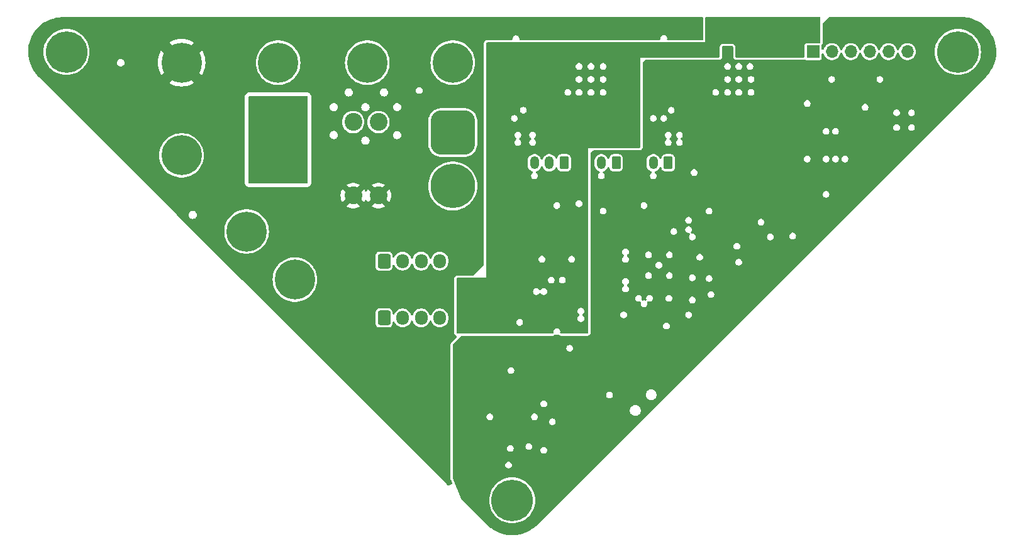
<source format=gbr>
G04 #@! TF.GenerationSoftware,KiCad,Pcbnew,8.0.1-rc2-202403101705~c0fd138706~ubuntu22.04.1*
G04 #@! TF.CreationDate,2024-03-11T22:08:16-04:00*
G04 #@! TF.ProjectId,Balance_Controller,42616c61-6e63-4655-9f43-6f6e74726f6c,rev?*
G04 #@! TF.SameCoordinates,Original*
G04 #@! TF.FileFunction,Copper,L3,Inr*
G04 #@! TF.FilePolarity,Positive*
%FSLAX46Y46*%
G04 Gerber Fmt 4.6, Leading zero omitted, Abs format (unit mm)*
G04 Created by KiCad (PCBNEW 8.0.1-rc2-202403101705~c0fd138706~ubuntu22.04.1) date 2024-03-11 22:08:16*
%MOMM*%
%LPD*%
G01*
G04 APERTURE LIST*
G04 Aperture macros list*
%AMRoundRect*
0 Rectangle with rounded corners*
0 $1 Rounding radius*
0 $2 $3 $4 $5 $6 $7 $8 $9 X,Y pos of 4 corners*
0 Add a 4 corners polygon primitive as box body*
4,1,4,$2,$3,$4,$5,$6,$7,$8,$9,$2,$3,0*
0 Add four circle primitives for the rounded corners*
1,1,$1+$1,$2,$3*
1,1,$1+$1,$4,$5*
1,1,$1+$1,$6,$7*
1,1,$1+$1,$8,$9*
0 Add four rect primitives between the rounded corners*
20,1,$1+$1,$2,$3,$4,$5,0*
20,1,$1+$1,$4,$5,$6,$7,0*
20,1,$1+$1,$6,$7,$8,$9,0*
20,1,$1+$1,$8,$9,$2,$3,0*%
G04 Aperture macros list end*
G04 #@! TA.AperFunction,ComponentPad*
%ADD10RoundRect,0.250000X-0.600000X-0.725000X0.600000X-0.725000X0.600000X0.725000X-0.600000X0.725000X0*%
G04 #@! TD*
G04 #@! TA.AperFunction,ComponentPad*
%ADD11O,1.700000X1.950000*%
G04 #@! TD*
G04 #@! TA.AperFunction,ComponentPad*
%ADD12C,5.400000*%
G04 #@! TD*
G04 #@! TA.AperFunction,ComponentPad*
%ADD13C,5.600000*%
G04 #@! TD*
G04 #@! TA.AperFunction,ComponentPad*
%ADD14C,2.400000*%
G04 #@! TD*
G04 #@! TA.AperFunction,ComponentPad*
%ADD15RoundRect,1.500000X-1.500000X1.500000X-1.500000X-1.500000X1.500000X-1.500000X1.500000X1.500000X0*%
G04 #@! TD*
G04 #@! TA.AperFunction,ComponentPad*
%ADD16C,6.000000*%
G04 #@! TD*
G04 #@! TA.AperFunction,ComponentPad*
%ADD17R,1.700000X1.700000*%
G04 #@! TD*
G04 #@! TA.AperFunction,ComponentPad*
%ADD18O,1.700000X1.700000*%
G04 #@! TD*
G04 #@! TA.AperFunction,ComponentPad*
%ADD19RoundRect,0.250000X0.350000X0.625000X-0.350000X0.625000X-0.350000X-0.625000X0.350000X-0.625000X0*%
G04 #@! TD*
G04 #@! TA.AperFunction,ComponentPad*
%ADD20O,1.200000X1.750000*%
G04 #@! TD*
G04 #@! TA.AperFunction,ViaPad*
%ADD21C,0.700000*%
G04 #@! TD*
G04 #@! TA.AperFunction,ViaPad*
%ADD22C,0.800000*%
G04 #@! TD*
G04 #@! TA.AperFunction,ViaPad*
%ADD23C,1.000000*%
G04 #@! TD*
G04 APERTURE END LIST*
D10*
X82250000Y-54750000D03*
D11*
X84750000Y-54750000D03*
X87250000Y-54750000D03*
X89750000Y-54750000D03*
D12*
X55000000Y-28000000D03*
X91500000Y-28000000D03*
D13*
X159500000Y-26542136D03*
D14*
X81500000Y-45920000D03*
X78100000Y-45920000D03*
X81500000Y-36000000D03*
X78100000Y-36000000D03*
D12*
X70250000Y-57250000D03*
D13*
X99500000Y-87000000D03*
D12*
X68000000Y-28000000D03*
D15*
X91500000Y-37420000D03*
D16*
X91500000Y-44620000D03*
D12*
X63750000Y-50750000D03*
D17*
X140000000Y-26500000D03*
D18*
X142540000Y-26500000D03*
X145080000Y-26500000D03*
X147620000Y-26500000D03*
X150160000Y-26500000D03*
X152700000Y-26500000D03*
D12*
X55000000Y-40500000D03*
D13*
X39500000Y-26542136D03*
D12*
X80000000Y-28000000D03*
D10*
X82250000Y-62420000D03*
D11*
X84750000Y-62420000D03*
X87250000Y-62420000D03*
X89750000Y-62420000D03*
D19*
X120500000Y-41500000D03*
D20*
X118500000Y-41500000D03*
D19*
X113500000Y-41500000D03*
D20*
X111500000Y-41500000D03*
D19*
X106500000Y-41500000D03*
D20*
X104500000Y-41500000D03*
X102500000Y-41500000D03*
D21*
X121650000Y-24250000D03*
X103250000Y-22750000D03*
X103250000Y-24250000D03*
X121650000Y-22750000D03*
X104750000Y-22750000D03*
X124650000Y-22750000D03*
X101750000Y-22750000D03*
D22*
X116500000Y-23000000D03*
D21*
X104750000Y-24250000D03*
X124650000Y-24250000D03*
X123150000Y-22750000D03*
X123150000Y-24250000D03*
X101750000Y-24250000D03*
X123250000Y-61000000D03*
X110750000Y-55500000D03*
X123750000Y-58750000D03*
X133250000Y-35500000D03*
X134500000Y-38500000D03*
X120750000Y-47250000D03*
X133250000Y-38500000D03*
X97675000Y-71500000D03*
X135750000Y-37000000D03*
X128500000Y-26500000D03*
X111750000Y-50000000D03*
X133000000Y-48500000D03*
X134500000Y-35500000D03*
X114500000Y-61000000D03*
X119900000Y-28500000D03*
X103825000Y-71500000D03*
X104900000Y-77400000D03*
X116100000Y-69300000D03*
X98000000Y-82250000D03*
X135750000Y-38500000D03*
X147000000Y-36000000D03*
X134500000Y-37000000D03*
X133250000Y-37000000D03*
X135750000Y-35500000D03*
X114750000Y-37000000D03*
X100000000Y-28500000D03*
X100500000Y-61949997D03*
X113500000Y-38500000D03*
X113500000Y-37000000D03*
X114750000Y-35500000D03*
X136750000Y-26500000D03*
X116000000Y-38500000D03*
X116000000Y-37000000D03*
X108250000Y-59000000D03*
X108500000Y-26500000D03*
X116000000Y-35500000D03*
X113500000Y-35500000D03*
X114750000Y-38500000D03*
D23*
X68000000Y-33500000D03*
X71000000Y-36750000D03*
X68000000Y-43250000D03*
X71000000Y-43250000D03*
X68000000Y-36750000D03*
X65250000Y-36750000D03*
X65250000Y-40000000D03*
X71000000Y-33500000D03*
X68000000Y-40000000D03*
X71000000Y-40000000D03*
X65250000Y-33500000D03*
X65250000Y-43250000D03*
G04 #@! TA.AperFunction,Conductor*
G36*
X95500000Y-25250000D02*
G01*
X95723646Y-25250000D01*
X95704910Y-25319924D01*
X95704906Y-25319944D01*
X95694500Y-25398992D01*
X95694500Y-55243782D01*
X95674538Y-55318282D01*
X95650859Y-55349141D01*
X94349141Y-56650859D01*
X94282346Y-56689423D01*
X94243782Y-56694500D01*
X92148992Y-56694500D01*
X92069944Y-56704906D01*
X92069924Y-56704910D01*
X91995432Y-56724870D01*
X91995412Y-56724876D01*
X91951106Y-56740490D01*
X91951099Y-56740493D01*
X91858476Y-56803943D01*
X91803942Y-56858477D01*
X91773361Y-56894172D01*
X91724871Y-56995430D01*
X91704910Y-57069924D01*
X91704906Y-57069944D01*
X91694500Y-57148992D01*
X91694500Y-64351007D01*
X91704906Y-64430055D01*
X91704910Y-64430075D01*
X91724870Y-64504567D01*
X91724876Y-64504587D01*
X91740490Y-64548893D01*
X91740492Y-64548898D01*
X91803941Y-64641521D01*
X91858479Y-64696059D01*
X91894172Y-64726639D01*
X91915353Y-64736782D01*
X91973923Y-64786959D01*
X91999558Y-64859702D01*
X92000000Y-64871167D01*
X92000000Y-65006240D01*
X91980038Y-65080740D01*
X91956359Y-65111599D01*
X91327621Y-65740336D01*
X91301277Y-65770374D01*
X91301271Y-65770382D01*
X91277624Y-65801198D01*
X91273359Y-65806891D01*
X91273356Y-65806896D01*
X91224872Y-65908145D01*
X91204910Y-65982642D01*
X91204906Y-65982662D01*
X91194500Y-66061710D01*
X91194500Y-66061718D01*
X91194500Y-66500000D01*
X91194500Y-69500000D01*
X91194500Y-72800000D01*
X91194500Y-74000002D01*
X91194500Y-74937381D01*
X91194500Y-75750000D01*
X91194500Y-76400000D01*
X91194500Y-79750000D01*
X91194500Y-80000002D01*
X91194500Y-80250002D01*
X91194500Y-82250000D01*
X91194500Y-84041430D01*
X91198022Y-84077190D01*
X91200370Y-84101034D01*
X91211713Y-84158055D01*
X91219956Y-84185227D01*
X91229097Y-84215360D01*
X91229099Y-84215365D01*
X91229100Y-84215368D01*
X91410734Y-84653871D01*
X91420801Y-84730339D01*
X91391286Y-84801596D01*
X91330096Y-84848549D01*
X90978265Y-84994282D01*
X90901797Y-85004349D01*
X90830539Y-84974834D01*
X90815886Y-84961983D01*
X69042008Y-63188105D01*
X81099500Y-63188105D01*
X81110122Y-63276563D01*
X81165638Y-63417341D01*
X81257076Y-63537920D01*
X81257079Y-63537923D01*
X81280547Y-63555719D01*
X81377658Y-63629361D01*
X81518436Y-63684877D01*
X81606898Y-63695500D01*
X81606899Y-63695500D01*
X82893101Y-63695500D01*
X82893102Y-63695500D01*
X82981564Y-63684877D01*
X83122342Y-63629361D01*
X83242922Y-63537922D01*
X83334361Y-63417342D01*
X83389877Y-63276564D01*
X83400500Y-63188102D01*
X83400500Y-63051283D01*
X83420462Y-62976783D01*
X83475000Y-62922245D01*
X83549500Y-62902283D01*
X83624000Y-62922245D01*
X83678538Y-62976783D01*
X83682260Y-62983638D01*
X83683788Y-62986638D01*
X83683789Y-62986639D01*
X83764478Y-63145000D01*
X83766005Y-63147995D01*
X83766005Y-63147996D01*
X83795144Y-63188102D01*
X83872447Y-63294501D01*
X84000499Y-63422553D01*
X84147006Y-63528996D01*
X84308361Y-63611211D01*
X84480591Y-63667171D01*
X84659454Y-63695500D01*
X84659458Y-63695500D01*
X84840542Y-63695500D01*
X84840546Y-63695500D01*
X85019409Y-63667171D01*
X85191639Y-63611211D01*
X85352994Y-63528996D01*
X85499501Y-63422553D01*
X85627553Y-63294501D01*
X85733996Y-63147994D01*
X85816211Y-62986639D01*
X85858292Y-62857125D01*
X85900299Y-62792439D01*
X85969020Y-62757423D01*
X86046042Y-62761459D01*
X86110728Y-62803466D01*
X86141708Y-62857125D01*
X86183788Y-62986638D01*
X86211626Y-63041272D01*
X86264478Y-63145000D01*
X86266005Y-63147995D01*
X86266005Y-63147996D01*
X86295144Y-63188102D01*
X86372447Y-63294501D01*
X86500499Y-63422553D01*
X86647006Y-63528996D01*
X86808361Y-63611211D01*
X86980591Y-63667171D01*
X87159454Y-63695500D01*
X87159458Y-63695500D01*
X87340542Y-63695500D01*
X87340546Y-63695500D01*
X87519409Y-63667171D01*
X87691639Y-63611211D01*
X87852994Y-63528996D01*
X87999501Y-63422553D01*
X88127553Y-63294501D01*
X88233996Y-63147994D01*
X88316211Y-62986639D01*
X88358292Y-62857125D01*
X88400299Y-62792439D01*
X88469020Y-62757423D01*
X88546042Y-62761459D01*
X88610728Y-62803466D01*
X88641708Y-62857125D01*
X88683788Y-62986638D01*
X88711626Y-63041272D01*
X88764478Y-63145000D01*
X88766005Y-63147995D01*
X88766005Y-63147996D01*
X88795144Y-63188102D01*
X88872447Y-63294501D01*
X89000499Y-63422553D01*
X89147006Y-63528996D01*
X89308361Y-63611211D01*
X89480591Y-63667171D01*
X89659454Y-63695500D01*
X89659458Y-63695500D01*
X89840542Y-63695500D01*
X89840546Y-63695500D01*
X90019409Y-63667171D01*
X90191639Y-63611211D01*
X90352994Y-63528996D01*
X90499501Y-63422553D01*
X90627553Y-63294501D01*
X90733996Y-63147994D01*
X90816211Y-62986639D01*
X90872171Y-62814409D01*
X90900500Y-62635546D01*
X90900500Y-62204454D01*
X90872171Y-62025591D01*
X90816211Y-61853361D01*
X90733996Y-61692006D01*
X90627553Y-61545499D01*
X90499501Y-61417447D01*
X90352994Y-61311004D01*
X90191639Y-61228789D01*
X90019409Y-61172829D01*
X89840546Y-61144500D01*
X89659454Y-61144500D01*
X89480591Y-61172829D01*
X89308360Y-61228789D01*
X89147004Y-61311005D01*
X89147003Y-61311005D01*
X89000500Y-61417446D01*
X89000497Y-61417448D01*
X88872448Y-61545497D01*
X88872446Y-61545500D01*
X88766005Y-61692003D01*
X88766005Y-61692004D01*
X88683789Y-61853360D01*
X88641708Y-61982875D01*
X88599701Y-62047560D01*
X88530980Y-62082576D01*
X88453957Y-62078540D01*
X88389272Y-62036533D01*
X88358292Y-61982875D01*
X88350447Y-61958731D01*
X88316211Y-61853361D01*
X88233996Y-61692006D01*
X88127553Y-61545499D01*
X87999501Y-61417447D01*
X87852994Y-61311004D01*
X87691639Y-61228789D01*
X87519409Y-61172829D01*
X87340546Y-61144500D01*
X87159454Y-61144500D01*
X86980591Y-61172829D01*
X86808360Y-61228789D01*
X86647004Y-61311005D01*
X86647003Y-61311005D01*
X86500500Y-61417446D01*
X86500497Y-61417448D01*
X86372448Y-61545497D01*
X86372446Y-61545500D01*
X86266005Y-61692003D01*
X86266005Y-61692004D01*
X86183789Y-61853360D01*
X86141708Y-61982875D01*
X86099701Y-62047560D01*
X86030980Y-62082576D01*
X85953957Y-62078540D01*
X85889272Y-62036533D01*
X85858292Y-61982875D01*
X85850447Y-61958731D01*
X85816211Y-61853361D01*
X85733996Y-61692006D01*
X85627553Y-61545499D01*
X85499501Y-61417447D01*
X85352994Y-61311004D01*
X85191639Y-61228789D01*
X85019409Y-61172829D01*
X84840546Y-61144500D01*
X84659454Y-61144500D01*
X84480591Y-61172829D01*
X84308360Y-61228789D01*
X84147004Y-61311005D01*
X84147003Y-61311005D01*
X84000500Y-61417446D01*
X84000497Y-61417448D01*
X83872448Y-61545497D01*
X83872446Y-61545500D01*
X83766005Y-61692003D01*
X83766005Y-61692004D01*
X83682260Y-61856361D01*
X83630650Y-61913678D01*
X83557297Y-61937512D01*
X83481855Y-61921476D01*
X83424538Y-61869866D01*
X83400704Y-61796513D01*
X83400500Y-61788716D01*
X83400500Y-61651899D01*
X83400500Y-61651898D01*
X83389877Y-61563436D01*
X83334361Y-61422658D01*
X83242922Y-61302078D01*
X83242920Y-61302076D01*
X83146276Y-61228789D01*
X83122342Y-61210639D01*
X83122341Y-61210638D01*
X82981563Y-61155122D01*
X82893105Y-61144500D01*
X82893102Y-61144500D01*
X81606898Y-61144500D01*
X81606894Y-61144500D01*
X81518436Y-61155122D01*
X81377658Y-61210638D01*
X81377658Y-61210639D01*
X81257079Y-61302076D01*
X81257076Y-61302079D01*
X81165639Y-61422658D01*
X81165638Y-61422658D01*
X81110122Y-61563436D01*
X81099500Y-61651894D01*
X81099500Y-63188105D01*
X69042008Y-63188105D01*
X63103903Y-57250000D01*
X67244415Y-57250000D01*
X67264737Y-57598920D01*
X67264739Y-57598936D01*
X67325428Y-57943128D01*
X67325430Y-57943134D01*
X67425671Y-58277963D01*
X67425673Y-58277970D01*
X67555612Y-58579201D01*
X67564111Y-58598904D01*
X67738870Y-58901596D01*
X67947588Y-59181953D01*
X67947590Y-59181955D01*
X67947593Y-59181959D01*
X67947596Y-59181963D01*
X68187430Y-59436171D01*
X68187435Y-59436176D01*
X68187442Y-59436183D01*
X68455189Y-59660849D01*
X68455199Y-59660855D01*
X68455201Y-59660857D01*
X68719822Y-59834902D01*
X68747207Y-59852913D01*
X69059549Y-60009777D01*
X69387989Y-60129319D01*
X69728086Y-60209923D01*
X69968402Y-60238012D01*
X70075232Y-60250499D01*
X70075238Y-60250500D01*
X70075241Y-60250500D01*
X70424762Y-60250500D01*
X70424766Y-60250499D01*
X70771914Y-60209923D01*
X71112011Y-60129319D01*
X71440451Y-60009777D01*
X71752793Y-59852913D01*
X72044811Y-59660849D01*
X72312558Y-59436183D01*
X72488219Y-59249994D01*
X72552403Y-59181963D01*
X72552406Y-59181959D01*
X72552412Y-59181953D01*
X72761130Y-58901596D01*
X72935889Y-58598904D01*
X73074326Y-58277971D01*
X73174569Y-57943136D01*
X73174569Y-57943131D01*
X73174571Y-57943128D01*
X73210252Y-57740761D01*
X73235262Y-57598927D01*
X73255585Y-57250000D01*
X73235262Y-56901073D01*
X73219329Y-56810711D01*
X73174571Y-56556871D01*
X73174569Y-56556865D01*
X73074328Y-56222036D01*
X73074326Y-56222029D01*
X72935889Y-55901096D01*
X72761130Y-55598404D01*
X72701350Y-55518105D01*
X81099500Y-55518105D01*
X81110122Y-55606563D01*
X81165638Y-55747341D01*
X81250307Y-55858994D01*
X81257078Y-55867922D01*
X81377658Y-55959361D01*
X81518436Y-56014877D01*
X81606898Y-56025500D01*
X81606899Y-56025500D01*
X82893101Y-56025500D01*
X82893102Y-56025500D01*
X82981564Y-56014877D01*
X83122342Y-55959361D01*
X83242922Y-55867922D01*
X83334361Y-55747342D01*
X83389877Y-55606564D01*
X83400500Y-55518102D01*
X83400500Y-55381283D01*
X83420462Y-55306783D01*
X83475000Y-55252245D01*
X83549500Y-55232283D01*
X83624000Y-55252245D01*
X83678538Y-55306783D01*
X83682260Y-55313638D01*
X83683788Y-55316638D01*
X83683789Y-55316639D01*
X83731721Y-55410711D01*
X83766005Y-55477995D01*
X83766005Y-55477996D01*
X83795144Y-55518102D01*
X83872447Y-55624501D01*
X84000499Y-55752553D01*
X84147006Y-55858996D01*
X84308361Y-55941211D01*
X84480591Y-55997171D01*
X84659454Y-56025500D01*
X84659458Y-56025500D01*
X84840542Y-56025500D01*
X84840546Y-56025500D01*
X85019409Y-55997171D01*
X85191639Y-55941211D01*
X85352994Y-55858996D01*
X85499501Y-55752553D01*
X85627553Y-55624501D01*
X85733996Y-55477994D01*
X85816211Y-55316639D01*
X85858292Y-55187125D01*
X85900299Y-55122439D01*
X85969020Y-55087423D01*
X86046042Y-55091459D01*
X86110728Y-55133466D01*
X86141708Y-55187125D01*
X86183788Y-55316638D01*
X86266005Y-55477995D01*
X86266005Y-55477996D01*
X86295144Y-55518102D01*
X86372447Y-55624501D01*
X86500499Y-55752553D01*
X86647006Y-55858996D01*
X86808361Y-55941211D01*
X86980591Y-55997171D01*
X87159454Y-56025500D01*
X87159458Y-56025500D01*
X87340542Y-56025500D01*
X87340546Y-56025500D01*
X87519409Y-55997171D01*
X87691639Y-55941211D01*
X87852994Y-55858996D01*
X87999501Y-55752553D01*
X88127553Y-55624501D01*
X88233996Y-55477994D01*
X88316211Y-55316639D01*
X88358292Y-55187125D01*
X88400299Y-55122439D01*
X88469020Y-55087423D01*
X88546042Y-55091459D01*
X88610728Y-55133466D01*
X88641708Y-55187125D01*
X88683788Y-55316638D01*
X88766005Y-55477995D01*
X88766005Y-55477996D01*
X88795144Y-55518102D01*
X88872447Y-55624501D01*
X89000499Y-55752553D01*
X89147006Y-55858996D01*
X89308361Y-55941211D01*
X89480591Y-55997171D01*
X89659454Y-56025500D01*
X89659458Y-56025500D01*
X89840542Y-56025500D01*
X89840546Y-56025500D01*
X90019409Y-55997171D01*
X90191639Y-55941211D01*
X90352994Y-55858996D01*
X90499501Y-55752553D01*
X90627553Y-55624501D01*
X90733996Y-55477994D01*
X90816211Y-55316639D01*
X90872171Y-55144409D01*
X90900500Y-54965546D01*
X90900500Y-54534454D01*
X90872171Y-54355591D01*
X90816211Y-54183361D01*
X90733996Y-54022006D01*
X90725790Y-54010712D01*
X90704853Y-53981894D01*
X90627553Y-53875499D01*
X90499501Y-53747447D01*
X90352994Y-53641004D01*
X90191639Y-53558789D01*
X90019409Y-53502829D01*
X89840546Y-53474500D01*
X89659454Y-53474500D01*
X89498491Y-53499994D01*
X89480591Y-53502829D01*
X89308360Y-53558789D01*
X89147004Y-53641005D01*
X89147003Y-53641005D01*
X89000500Y-53747446D01*
X89000497Y-53747448D01*
X88872448Y-53875497D01*
X88872446Y-53875500D01*
X88766005Y-54022003D01*
X88766005Y-54022004D01*
X88683789Y-54183360D01*
X88641708Y-54312875D01*
X88599701Y-54377560D01*
X88530980Y-54412576D01*
X88453957Y-54408540D01*
X88389272Y-54366533D01*
X88358292Y-54312875D01*
X88355473Y-54304200D01*
X88316211Y-54183361D01*
X88233996Y-54022006D01*
X88225790Y-54010712D01*
X88204853Y-53981894D01*
X88127553Y-53875499D01*
X87999501Y-53747447D01*
X87852994Y-53641004D01*
X87691639Y-53558789D01*
X87519409Y-53502829D01*
X87340546Y-53474500D01*
X87159454Y-53474500D01*
X86998491Y-53499994D01*
X86980591Y-53502829D01*
X86808360Y-53558789D01*
X86647004Y-53641005D01*
X86647003Y-53641005D01*
X86500500Y-53747446D01*
X86500497Y-53747448D01*
X86372448Y-53875497D01*
X86372446Y-53875500D01*
X86266005Y-54022003D01*
X86266005Y-54022004D01*
X86183789Y-54183360D01*
X86141708Y-54312875D01*
X86099701Y-54377560D01*
X86030980Y-54412576D01*
X85953957Y-54408540D01*
X85889272Y-54366533D01*
X85858292Y-54312875D01*
X85855473Y-54304200D01*
X85816211Y-54183361D01*
X85733996Y-54022006D01*
X85725790Y-54010712D01*
X85704853Y-53981894D01*
X85627553Y-53875499D01*
X85499501Y-53747447D01*
X85352994Y-53641004D01*
X85191639Y-53558789D01*
X85019409Y-53502829D01*
X84840546Y-53474500D01*
X84659454Y-53474500D01*
X84498491Y-53499994D01*
X84480591Y-53502829D01*
X84308360Y-53558789D01*
X84147004Y-53641005D01*
X84147003Y-53641005D01*
X84000500Y-53747446D01*
X84000497Y-53747448D01*
X83872448Y-53875497D01*
X83872446Y-53875500D01*
X83766005Y-54022003D01*
X83766005Y-54022004D01*
X83682260Y-54186361D01*
X83630650Y-54243678D01*
X83557297Y-54267512D01*
X83481855Y-54251476D01*
X83424538Y-54199866D01*
X83400704Y-54126513D01*
X83400500Y-54118716D01*
X83400500Y-53981899D01*
X83400500Y-53981898D01*
X83389877Y-53893436D01*
X83334361Y-53752658D01*
X83282282Y-53683982D01*
X83242923Y-53632079D01*
X83242920Y-53632076D01*
X83146276Y-53558789D01*
X83122342Y-53540639D01*
X83122341Y-53540638D01*
X82981563Y-53485122D01*
X82893105Y-53474500D01*
X82893102Y-53474500D01*
X81606898Y-53474500D01*
X81606894Y-53474500D01*
X81518436Y-53485122D01*
X81377658Y-53540638D01*
X81377658Y-53540639D01*
X81257079Y-53632076D01*
X81257076Y-53632079D01*
X81165639Y-53752658D01*
X81165638Y-53752658D01*
X81110122Y-53893436D01*
X81099500Y-53981894D01*
X81099500Y-55518105D01*
X72701350Y-55518105D01*
X72552412Y-55318047D01*
X72552408Y-55318043D01*
X72552406Y-55318040D01*
X72552403Y-55318036D01*
X72312569Y-55063828D01*
X72312563Y-55063823D01*
X72312558Y-55063817D01*
X72044811Y-54839151D01*
X72044803Y-54839146D01*
X72044798Y-54839142D01*
X71752800Y-54647091D01*
X71752796Y-54647089D01*
X71752793Y-54647087D01*
X71542090Y-54541268D01*
X71440456Y-54490225D01*
X71440454Y-54490224D01*
X71112014Y-54370682D01*
X71112013Y-54370681D01*
X71112011Y-54370681D01*
X70988337Y-54341370D01*
X70771912Y-54290076D01*
X70424767Y-54249500D01*
X70424759Y-54249500D01*
X70075241Y-54249500D01*
X70075232Y-54249500D01*
X69728087Y-54290076D01*
X69451659Y-54355591D01*
X69390863Y-54370000D01*
X69387985Y-54370682D01*
X69059545Y-54490224D01*
X69059543Y-54490225D01*
X68747199Y-54647091D01*
X68455201Y-54839142D01*
X68455186Y-54839153D01*
X68187444Y-55063815D01*
X68187430Y-55063828D01*
X67947596Y-55318036D01*
X67947593Y-55318040D01*
X67738869Y-55598405D01*
X67564111Y-55901095D01*
X67564109Y-55901099D01*
X67425673Y-56222029D01*
X67425671Y-56222036D01*
X67325430Y-56556865D01*
X67325428Y-56556871D01*
X67264739Y-56901063D01*
X67264737Y-56901079D01*
X67244415Y-57250000D01*
X63103903Y-57250000D01*
X56603903Y-50750000D01*
X60744415Y-50750000D01*
X60764737Y-51098920D01*
X60764739Y-51098936D01*
X60825428Y-51443128D01*
X60825430Y-51443134D01*
X60925671Y-51777963D01*
X60925673Y-51777970D01*
X61064109Y-52098900D01*
X61064111Y-52098904D01*
X61238870Y-52401596D01*
X61447588Y-52681953D01*
X61447590Y-52681955D01*
X61447593Y-52681959D01*
X61447596Y-52681963D01*
X61687430Y-52936171D01*
X61687435Y-52936176D01*
X61687442Y-52936183D01*
X61955189Y-53160849D01*
X62247207Y-53352913D01*
X62559549Y-53509777D01*
X62887989Y-53629319D01*
X63228086Y-53709923D01*
X63468402Y-53738012D01*
X63575232Y-53750499D01*
X63575238Y-53750500D01*
X63575241Y-53750500D01*
X63924762Y-53750500D01*
X63924766Y-53750499D01*
X64271914Y-53709923D01*
X64612011Y-53629319D01*
X64940451Y-53509777D01*
X65252793Y-53352913D01*
X65544811Y-53160849D01*
X65812558Y-52936183D01*
X65988219Y-52749994D01*
X66052403Y-52681963D01*
X66052406Y-52681959D01*
X66052412Y-52681953D01*
X66261130Y-52401596D01*
X66435889Y-52098904D01*
X66574326Y-51777971D01*
X66674569Y-51443136D01*
X66674569Y-51443131D01*
X66674571Y-51443128D01*
X66714487Y-51216747D01*
X66735262Y-51098927D01*
X66755585Y-50750000D01*
X66735262Y-50401073D01*
X66720927Y-50319778D01*
X66674571Y-50056871D01*
X66674569Y-50056865D01*
X66574328Y-49722036D01*
X66574326Y-49722029D01*
X66536031Y-49633252D01*
X66435889Y-49401096D01*
X66261130Y-49098404D01*
X66052412Y-48818047D01*
X66052408Y-48818043D01*
X66052406Y-48818040D01*
X66052403Y-48818036D01*
X65812569Y-48563828D01*
X65812563Y-48563823D01*
X65812558Y-48563817D01*
X65544811Y-48339151D01*
X65544803Y-48339146D01*
X65544798Y-48339142D01*
X65252800Y-48147091D01*
X65252796Y-48147089D01*
X65252793Y-48147087D01*
X64959927Y-48000004D01*
X64940456Y-47990225D01*
X64940454Y-47990224D01*
X64612014Y-47870682D01*
X64612013Y-47870681D01*
X64612011Y-47870681D01*
X64491414Y-47842099D01*
X64271912Y-47790076D01*
X63924767Y-47749500D01*
X63924759Y-47749500D01*
X63575241Y-47749500D01*
X63575232Y-47749500D01*
X63228087Y-47790076D01*
X62887985Y-47870682D01*
X62559545Y-47990224D01*
X62559543Y-47990225D01*
X62247199Y-48147091D01*
X61955201Y-48339142D01*
X61955186Y-48339153D01*
X61687444Y-48563815D01*
X61687430Y-48563828D01*
X61447596Y-48818036D01*
X61447593Y-48818040D01*
X61238869Y-49098405D01*
X61064111Y-49401095D01*
X61064109Y-49401099D01*
X60925673Y-49722029D01*
X60925671Y-49722036D01*
X60825430Y-50056865D01*
X60825428Y-50056871D01*
X60764739Y-50401063D01*
X60764737Y-50401079D01*
X60744415Y-50750000D01*
X56603903Y-50750000D01*
X54353905Y-48500002D01*
X55944750Y-48500002D01*
X55963668Y-48643706D01*
X56019138Y-48777625D01*
X56050156Y-48818047D01*
X56107379Y-48892621D01*
X56154602Y-48928857D01*
X56222374Y-48980861D01*
X56356293Y-49036331D01*
X56499997Y-49055250D01*
X56500000Y-49055250D01*
X56500003Y-49055250D01*
X56643706Y-49036331D01*
X56643708Y-49036330D01*
X56643709Y-49036330D01*
X56777625Y-48980861D01*
X56892621Y-48892621D01*
X56980861Y-48777625D01*
X57036330Y-48643709D01*
X57036330Y-48643708D01*
X57036331Y-48643706D01*
X57055250Y-48500002D01*
X57055250Y-48499997D01*
X57036331Y-48356293D01*
X56980861Y-48222374D01*
X56912474Y-48133252D01*
X56892621Y-48107379D01*
X56865945Y-48086910D01*
X56777625Y-48019138D01*
X56643706Y-47963668D01*
X56500003Y-47944750D01*
X56499997Y-47944750D01*
X56356293Y-47963668D01*
X56222374Y-48019138D01*
X56107381Y-48107377D01*
X56107377Y-48107381D01*
X56019138Y-48222374D01*
X55963668Y-48356293D01*
X55944750Y-48499997D01*
X55944750Y-48500002D01*
X54353905Y-48500002D01*
X51773907Y-45920004D01*
X76395233Y-45920004D01*
X76414272Y-46174070D01*
X76414275Y-46174092D01*
X76470968Y-46422481D01*
X76470970Y-46422488D01*
X76564056Y-46659666D01*
X76564058Y-46659671D01*
X76661399Y-46828269D01*
X77332375Y-46157292D01*
X77391049Y-46298942D01*
X77478599Y-46429970D01*
X77590030Y-46541401D01*
X77721058Y-46628951D01*
X77862705Y-46687623D01*
X77191926Y-47358403D01*
X77247611Y-47396368D01*
X77247615Y-47396371D01*
X77477175Y-47506920D01*
X77477190Y-47506926D01*
X77720648Y-47582023D01*
X77720652Y-47582024D01*
X77972599Y-47619999D01*
X77972606Y-47620000D01*
X78227394Y-47620000D01*
X78227400Y-47619999D01*
X78479347Y-47582024D01*
X78479351Y-47582023D01*
X78722812Y-47506925D01*
X78722816Y-47506924D01*
X78952386Y-47396370D01*
X79008072Y-47358402D01*
X78337293Y-46687623D01*
X78478942Y-46628951D01*
X78609970Y-46541401D01*
X78721401Y-46429970D01*
X78808951Y-46298942D01*
X78867623Y-46157293D01*
X79538600Y-46828270D01*
X79635941Y-46659671D01*
X79635945Y-46659662D01*
X79661300Y-46595060D01*
X79707100Y-46533002D01*
X79777792Y-46502159D01*
X79854435Y-46510795D01*
X79916493Y-46556595D01*
X79938700Y-46595060D01*
X79964054Y-46659662D01*
X79964058Y-46659671D01*
X80061399Y-46828269D01*
X80732375Y-46157292D01*
X80791049Y-46298942D01*
X80878599Y-46429970D01*
X80990030Y-46541401D01*
X81121058Y-46628951D01*
X81262705Y-46687623D01*
X80591926Y-47358403D01*
X80647611Y-47396368D01*
X80647615Y-47396371D01*
X80877175Y-47506920D01*
X80877190Y-47506926D01*
X81120648Y-47582023D01*
X81120652Y-47582024D01*
X81372599Y-47619999D01*
X81372606Y-47620000D01*
X81627394Y-47620000D01*
X81627400Y-47619999D01*
X81879347Y-47582024D01*
X81879351Y-47582023D01*
X82122812Y-47506925D01*
X82122816Y-47506924D01*
X82352386Y-47396370D01*
X82408072Y-47358402D01*
X81737293Y-46687623D01*
X81878942Y-46628951D01*
X82009970Y-46541401D01*
X82121401Y-46429970D01*
X82208951Y-46298942D01*
X82267623Y-46157293D01*
X82938600Y-46828270D01*
X83035941Y-46659671D01*
X83035943Y-46659666D01*
X83129029Y-46422488D01*
X83129031Y-46422481D01*
X83185724Y-46174092D01*
X83185727Y-46174070D01*
X83204767Y-45920004D01*
X83204767Y-45919995D01*
X83185727Y-45665929D01*
X83185724Y-45665907D01*
X83129031Y-45417518D01*
X83129029Y-45417511D01*
X83035943Y-45180333D01*
X83035941Y-45180328D01*
X82938599Y-45011729D01*
X82267623Y-45682705D01*
X82208951Y-45541058D01*
X82121401Y-45410030D01*
X82009970Y-45298599D01*
X81878942Y-45211049D01*
X81737292Y-45152375D01*
X82269660Y-44620008D01*
X88194652Y-44620008D01*
X88214027Y-44977362D01*
X88214028Y-44977371D01*
X88271928Y-45330550D01*
X88367676Y-45675403D01*
X88500147Y-46007881D01*
X88500151Y-46007888D01*
X88667785Y-46324079D01*
X88868633Y-46620309D01*
X88868635Y-46620312D01*
X89100330Y-46893085D01*
X89100339Y-46893094D01*
X89360155Y-47139204D01*
X89360157Y-47139206D01*
X89360163Y-47139211D01*
X89505906Y-47250002D01*
X89645075Y-47355796D01*
X89645078Y-47355798D01*
X89645081Y-47355800D01*
X89951747Y-47540315D01*
X89951749Y-47540316D01*
X90276560Y-47690589D01*
X90276577Y-47690596D01*
X90615723Y-47804867D01*
X90615740Y-47804872D01*
X90965234Y-47881801D01*
X90965241Y-47881802D01*
X90965254Y-47881805D01*
X91321052Y-47920500D01*
X91321061Y-47920500D01*
X91678939Y-47920500D01*
X91678948Y-47920500D01*
X92034746Y-47881805D01*
X92034761Y-47881801D01*
X92034765Y-47881801D01*
X92384259Y-47804872D01*
X92384268Y-47804869D01*
X92384274Y-47804868D01*
X92548600Y-47749500D01*
X92723422Y-47690596D01*
X92723430Y-47690592D01*
X92723435Y-47690591D01*
X93048253Y-47540315D01*
X93354919Y-47355800D01*
X93639837Y-47139211D01*
X93786807Y-46999994D01*
X93899660Y-46893094D01*
X93899669Y-46893085D01*
X94097932Y-46659671D01*
X94131365Y-46620311D01*
X94332211Y-46324085D01*
X94499853Y-46007880D01*
X94632324Y-45675403D01*
X94728071Y-45330552D01*
X94785972Y-44977371D01*
X94796229Y-44788174D01*
X94805348Y-44620008D01*
X94805348Y-44619991D01*
X94794383Y-44417759D01*
X94785972Y-44262629D01*
X94728071Y-43909448D01*
X94632324Y-43564597D01*
X94499853Y-43232120D01*
X94332211Y-42915915D01*
X94163271Y-42666747D01*
X94131366Y-42619690D01*
X94131364Y-42619687D01*
X93899669Y-42346914D01*
X93899660Y-42346905D01*
X93639844Y-42100795D01*
X93639840Y-42100792D01*
X93639837Y-42100789D01*
X93458522Y-41962957D01*
X93354924Y-41884203D01*
X93048250Y-41699683D01*
X92723439Y-41549410D01*
X92723422Y-41549403D01*
X92384276Y-41435132D01*
X92384259Y-41435127D01*
X92034765Y-41358198D01*
X92034747Y-41358195D01*
X91678948Y-41319500D01*
X91321052Y-41319500D01*
X91321051Y-41319500D01*
X90965252Y-41358195D01*
X90965234Y-41358198D01*
X90615740Y-41435127D01*
X90615723Y-41435132D01*
X90276577Y-41549403D01*
X90276560Y-41549410D01*
X89951749Y-41699683D01*
X89645075Y-41884203D01*
X89360159Y-42100792D01*
X89360155Y-42100795D01*
X89100339Y-42346905D01*
X89100330Y-42346914D01*
X88868635Y-42619687D01*
X88868633Y-42619690D01*
X88667785Y-42915920D01*
X88500151Y-43232111D01*
X88500147Y-43232118D01*
X88367676Y-43564596D01*
X88271928Y-43909449D01*
X88214028Y-44262628D01*
X88214027Y-44262637D01*
X88194652Y-44619991D01*
X88194652Y-44620008D01*
X82269660Y-44620008D01*
X82408072Y-44481596D01*
X82352379Y-44443625D01*
X82122816Y-44333075D01*
X82122812Y-44333074D01*
X81879351Y-44257976D01*
X81879347Y-44257975D01*
X81627400Y-44220000D01*
X81372599Y-44220000D01*
X81120652Y-44257975D01*
X81120648Y-44257976D01*
X80877190Y-44333073D01*
X80877175Y-44333079D01*
X80647620Y-44443626D01*
X80647614Y-44443629D01*
X80591925Y-44481595D01*
X81262706Y-45152376D01*
X81121058Y-45211049D01*
X80990030Y-45298599D01*
X80878599Y-45410030D01*
X80791049Y-45541058D01*
X80732376Y-45682706D01*
X80061399Y-45011729D01*
X79964058Y-45180328D01*
X79964056Y-45180333D01*
X79938700Y-45244940D01*
X79892900Y-45306997D01*
X79822207Y-45337840D01*
X79745564Y-45329204D01*
X79683507Y-45283404D01*
X79661300Y-45244940D01*
X79635943Y-45180333D01*
X79635941Y-45180328D01*
X79538599Y-45011729D01*
X78867623Y-45682705D01*
X78808951Y-45541058D01*
X78721401Y-45410030D01*
X78609970Y-45298599D01*
X78478942Y-45211049D01*
X78337292Y-45152375D01*
X79008072Y-44481596D01*
X78952379Y-44443625D01*
X78722816Y-44333075D01*
X78722812Y-44333074D01*
X78479351Y-44257976D01*
X78479347Y-44257975D01*
X78227400Y-44220000D01*
X77972599Y-44220000D01*
X77720652Y-44257975D01*
X77720648Y-44257976D01*
X77477190Y-44333073D01*
X77477175Y-44333079D01*
X77247620Y-44443626D01*
X77247614Y-44443629D01*
X77191925Y-44481595D01*
X77862706Y-45152376D01*
X77721058Y-45211049D01*
X77590030Y-45298599D01*
X77478599Y-45410030D01*
X77391049Y-45541058D01*
X77332376Y-45682706D01*
X76661399Y-45011729D01*
X76564058Y-45180328D01*
X76564056Y-45180333D01*
X76470970Y-45417511D01*
X76470968Y-45417518D01*
X76414275Y-45665907D01*
X76414272Y-45665929D01*
X76395233Y-45919995D01*
X76395233Y-45920004D01*
X51773907Y-45920004D01*
X49954908Y-44101005D01*
X63494500Y-44101005D01*
X63511721Y-44231816D01*
X63511724Y-44231833D01*
X63531685Y-44306331D01*
X63531687Y-44306335D01*
X63576295Y-44417760D01*
X63576296Y-44417762D01*
X63576298Y-44417765D01*
X63662517Y-44532938D01*
X63662522Y-44532944D01*
X63717056Y-44587478D01*
X63717066Y-44587487D01*
X63811398Y-44661671D01*
X63811399Y-44661671D01*
X63811405Y-44661676D01*
X63943668Y-44718314D01*
X64018168Y-44738276D01*
X64149000Y-44755500D01*
X71851000Y-44755500D01*
X71981832Y-44738276D01*
X72056332Y-44718314D01*
X72167760Y-44673705D01*
X72282942Y-44587480D01*
X72337480Y-44532942D01*
X72411676Y-44438595D01*
X72468314Y-44306332D01*
X72488276Y-44231832D01*
X72505500Y-44101000D01*
X72505500Y-38500002D01*
X79194750Y-38500002D01*
X79213668Y-38643706D01*
X79269138Y-38777625D01*
X79332893Y-38860711D01*
X79357379Y-38892621D01*
X79404602Y-38928857D01*
X79472374Y-38980861D01*
X79606293Y-39036331D01*
X79749997Y-39055250D01*
X79750000Y-39055250D01*
X79750003Y-39055250D01*
X79893706Y-39036331D01*
X79893708Y-39036330D01*
X79893709Y-39036330D01*
X79957537Y-39009892D01*
X88199500Y-39009892D01*
X88199501Y-39009908D01*
X88205804Y-39122153D01*
X88205806Y-39122169D01*
X88255972Y-39387305D01*
X88255974Y-39387310D01*
X88345102Y-39642025D01*
X88471198Y-39880610D01*
X88631445Y-40097737D01*
X88822263Y-40288555D01*
X89039390Y-40448802D01*
X89277975Y-40574898D01*
X89532690Y-40664026D01*
X89532692Y-40664026D01*
X89532694Y-40664027D01*
X89710750Y-40697717D01*
X89797843Y-40714196D01*
X89910095Y-40720500D01*
X93089904Y-40720499D01*
X93202157Y-40714196D01*
X93467310Y-40664026D01*
X93722025Y-40574898D01*
X93960610Y-40448802D01*
X94177737Y-40288555D01*
X94368555Y-40097737D01*
X94528802Y-39880610D01*
X94654898Y-39642025D01*
X94744026Y-39387310D01*
X94794196Y-39122157D01*
X94800500Y-39009905D01*
X94800499Y-35830096D01*
X94794196Y-35717843D01*
X94759597Y-35534987D01*
X94744027Y-35452694D01*
X94744026Y-35452690D01*
X94654898Y-35197975D01*
X94528802Y-34959390D01*
X94368555Y-34742263D01*
X94177737Y-34551445D01*
X94162811Y-34540429D01*
X93960612Y-34391199D01*
X93960608Y-34391197D01*
X93722025Y-34265102D01*
X93538143Y-34200759D01*
X93467305Y-34175972D01*
X93202161Y-34125804D01*
X93146031Y-34122652D01*
X93089905Y-34119500D01*
X93089901Y-34119500D01*
X89910107Y-34119500D01*
X89910091Y-34119501D01*
X89839937Y-34123440D01*
X89797843Y-34125804D01*
X89797837Y-34125805D01*
X89797830Y-34125806D01*
X89532694Y-34175972D01*
X89362880Y-34235392D01*
X89277975Y-34265102D01*
X89277973Y-34265102D01*
X89277973Y-34265103D01*
X89039391Y-34391197D01*
X89039387Y-34391199D01*
X88822262Y-34551445D01*
X88631445Y-34742262D01*
X88471199Y-34959387D01*
X88471197Y-34959391D01*
X88345103Y-35197973D01*
X88255972Y-35452694D01*
X88205804Y-35717838D01*
X88199500Y-35830092D01*
X88199500Y-39009892D01*
X79957537Y-39009892D01*
X80027625Y-38980861D01*
X80142621Y-38892621D01*
X80230861Y-38777625D01*
X80286330Y-38643709D01*
X80286330Y-38643708D01*
X80286331Y-38643706D01*
X80305250Y-38500002D01*
X80305250Y-38499997D01*
X80286331Y-38356293D01*
X80230861Y-38222374D01*
X80169661Y-38142618D01*
X80142621Y-38107379D01*
X80115945Y-38086910D01*
X80027625Y-38019138D01*
X79893706Y-37963668D01*
X79750003Y-37944750D01*
X79749997Y-37944750D01*
X79606293Y-37963668D01*
X79472374Y-38019138D01*
X79357381Y-38107377D01*
X79357377Y-38107381D01*
X79269138Y-38222374D01*
X79213668Y-38356293D01*
X79194750Y-38499997D01*
X79194750Y-38500002D01*
X72505500Y-38500002D01*
X72505500Y-37750002D01*
X74944750Y-37750002D01*
X74963668Y-37893706D01*
X75019138Y-38027625D01*
X75066343Y-38089142D01*
X75107379Y-38142621D01*
X75154602Y-38178857D01*
X75222374Y-38230861D01*
X75356293Y-38286331D01*
X75499997Y-38305250D01*
X75500000Y-38305250D01*
X75500003Y-38305250D01*
X75643706Y-38286331D01*
X75643708Y-38286330D01*
X75643709Y-38286330D01*
X75777625Y-38230861D01*
X75892621Y-38142621D01*
X75980861Y-38027625D01*
X76036330Y-37893709D01*
X76036330Y-37893708D01*
X76036331Y-37893706D01*
X76055250Y-37750002D01*
X83444750Y-37750002D01*
X83463668Y-37893706D01*
X83519138Y-38027625D01*
X83566343Y-38089142D01*
X83607379Y-38142621D01*
X83654602Y-38178857D01*
X83722374Y-38230861D01*
X83856293Y-38286331D01*
X83999997Y-38305250D01*
X84000000Y-38305250D01*
X84000003Y-38305250D01*
X84143706Y-38286331D01*
X84143708Y-38286330D01*
X84143709Y-38286330D01*
X84277625Y-38230861D01*
X84392621Y-38142621D01*
X84480861Y-38027625D01*
X84536330Y-37893709D01*
X84536330Y-37893708D01*
X84536331Y-37893706D01*
X84555250Y-37750002D01*
X84555250Y-37749997D01*
X84536331Y-37606293D01*
X84480861Y-37472374D01*
X84409079Y-37378828D01*
X84392621Y-37357379D01*
X84355898Y-37329200D01*
X84277625Y-37269138D01*
X84143706Y-37213668D01*
X84000003Y-37194750D01*
X83999997Y-37194750D01*
X83856293Y-37213668D01*
X83722374Y-37269138D01*
X83607381Y-37357377D01*
X83607377Y-37357381D01*
X83519138Y-37472374D01*
X83463668Y-37606293D01*
X83444750Y-37749997D01*
X83444750Y-37750002D01*
X76055250Y-37750002D01*
X76055250Y-37749997D01*
X76036331Y-37606293D01*
X75980861Y-37472374D01*
X75909079Y-37378828D01*
X75892621Y-37357379D01*
X75855898Y-37329200D01*
X75777625Y-37269138D01*
X75643706Y-37213668D01*
X75500003Y-37194750D01*
X75499997Y-37194750D01*
X75356293Y-37213668D01*
X75222374Y-37269138D01*
X75107381Y-37357377D01*
X75107377Y-37357381D01*
X75019138Y-37472374D01*
X74963668Y-37606293D01*
X74944750Y-37749997D01*
X74944750Y-37750002D01*
X72505500Y-37750002D01*
X72505500Y-36000001D01*
X76594357Y-36000001D01*
X76614891Y-36247816D01*
X76675937Y-36488882D01*
X76775827Y-36716607D01*
X76911837Y-36924787D01*
X77077735Y-37105000D01*
X77080256Y-37107738D01*
X77276491Y-37260474D01*
X77276492Y-37260474D01*
X77276494Y-37260476D01*
X77495184Y-37378825D01*
X77495190Y-37378828D01*
X77730386Y-37459571D01*
X77730390Y-37459572D01*
X77800359Y-37471247D01*
X77975665Y-37500500D01*
X77975667Y-37500500D01*
X78224333Y-37500500D01*
X78224335Y-37500500D01*
X78434750Y-37465388D01*
X78469609Y-37459572D01*
X78469610Y-37459571D01*
X78469614Y-37459571D01*
X78704810Y-37378828D01*
X78923509Y-37260474D01*
X79119744Y-37107738D01*
X79288164Y-36924785D01*
X79424173Y-36716607D01*
X79524063Y-36488881D01*
X79585108Y-36247821D01*
X79605643Y-36000001D01*
X79994357Y-36000001D01*
X80014891Y-36247816D01*
X80075937Y-36488882D01*
X80175827Y-36716607D01*
X80311837Y-36924787D01*
X80477735Y-37105000D01*
X80480256Y-37107738D01*
X80676491Y-37260474D01*
X80676492Y-37260474D01*
X80676494Y-37260476D01*
X80895184Y-37378825D01*
X80895190Y-37378828D01*
X81130386Y-37459571D01*
X81130390Y-37459572D01*
X81200359Y-37471247D01*
X81375665Y-37500500D01*
X81375667Y-37500500D01*
X81624333Y-37500500D01*
X81624335Y-37500500D01*
X81834750Y-37465388D01*
X81869609Y-37459572D01*
X81869610Y-37459571D01*
X81869614Y-37459571D01*
X82104810Y-37378828D01*
X82323509Y-37260474D01*
X82519744Y-37107738D01*
X82688164Y-36924785D01*
X82824173Y-36716607D01*
X82924063Y-36488881D01*
X82985108Y-36247821D01*
X83005643Y-36000000D01*
X82985108Y-35752179D01*
X82924063Y-35511119D01*
X82824173Y-35283393D01*
X82688164Y-35075215D01*
X82688163Y-35075214D01*
X82688162Y-35075212D01*
X82535648Y-34909538D01*
X82519744Y-34892262D01*
X82323509Y-34739526D01*
X82323508Y-34739525D01*
X82323505Y-34739523D01*
X82104815Y-34621174D01*
X82104811Y-34621172D01*
X81869613Y-34540428D01*
X81869609Y-34540427D01*
X81624335Y-34499500D01*
X81375665Y-34499500D01*
X81375664Y-34499500D01*
X81130390Y-34540427D01*
X81130386Y-34540428D01*
X80895188Y-34621172D01*
X80895184Y-34621174D01*
X80676494Y-34739523D01*
X80676489Y-34739527D01*
X80480256Y-34892261D01*
X80311837Y-35075212D01*
X80175827Y-35283392D01*
X80075937Y-35511117D01*
X80014891Y-35752183D01*
X79994357Y-35999998D01*
X79994357Y-36000001D01*
X79605643Y-36000001D01*
X79605643Y-36000000D01*
X79585108Y-35752179D01*
X79524063Y-35511119D01*
X79424173Y-35283393D01*
X79288164Y-35075215D01*
X79288163Y-35075214D01*
X79288162Y-35075212D01*
X79135648Y-34909538D01*
X79119744Y-34892262D01*
X78923509Y-34739526D01*
X78923508Y-34739525D01*
X78923505Y-34739523D01*
X78704815Y-34621174D01*
X78704811Y-34621172D01*
X78469613Y-34540428D01*
X78469609Y-34540427D01*
X78224335Y-34499500D01*
X77975665Y-34499500D01*
X77975664Y-34499500D01*
X77730390Y-34540427D01*
X77730386Y-34540428D01*
X77495188Y-34621172D01*
X77495184Y-34621174D01*
X77276494Y-34739523D01*
X77276489Y-34739527D01*
X77080256Y-34892261D01*
X76911837Y-35075212D01*
X76775827Y-35283392D01*
X76675937Y-35511117D01*
X76614891Y-35752183D01*
X76594357Y-35999998D01*
X76594357Y-36000001D01*
X72505500Y-36000001D01*
X72505500Y-34000002D01*
X74944750Y-34000002D01*
X74963668Y-34143706D01*
X75019138Y-34277625D01*
X75081373Y-34358729D01*
X75107379Y-34392621D01*
X75154602Y-34428857D01*
X75222374Y-34480861D01*
X75356293Y-34536331D01*
X75499997Y-34555250D01*
X75500000Y-34555250D01*
X75500003Y-34555250D01*
X75643706Y-34536331D01*
X75643708Y-34536330D01*
X75643709Y-34536330D01*
X75777625Y-34480861D01*
X75892621Y-34392621D01*
X75980861Y-34277625D01*
X76036330Y-34143709D01*
X76036330Y-34143708D01*
X76036331Y-34143706D01*
X76055250Y-34000002D01*
X79194750Y-34000002D01*
X79213668Y-34143706D01*
X79269138Y-34277625D01*
X79331373Y-34358729D01*
X79357379Y-34392621D01*
X79404602Y-34428857D01*
X79472374Y-34480861D01*
X79606293Y-34536331D01*
X79749997Y-34555250D01*
X79750000Y-34555250D01*
X79750003Y-34555250D01*
X79893706Y-34536331D01*
X79893708Y-34536330D01*
X79893709Y-34536330D01*
X80027625Y-34480861D01*
X80142621Y-34392621D01*
X80230861Y-34277625D01*
X80286330Y-34143709D01*
X80286330Y-34143708D01*
X80286331Y-34143706D01*
X80305250Y-34000002D01*
X83444750Y-34000002D01*
X83463668Y-34143706D01*
X83519138Y-34277625D01*
X83581373Y-34358729D01*
X83607379Y-34392621D01*
X83654602Y-34428857D01*
X83722374Y-34480861D01*
X83856293Y-34536331D01*
X83999997Y-34555250D01*
X84000000Y-34555250D01*
X84000003Y-34555250D01*
X84143706Y-34536331D01*
X84143708Y-34536330D01*
X84143709Y-34536330D01*
X84277625Y-34480861D01*
X84392621Y-34392621D01*
X84480861Y-34277625D01*
X84536330Y-34143709D01*
X84536330Y-34143708D01*
X84536331Y-34143706D01*
X84555250Y-34000002D01*
X84555250Y-33999997D01*
X84536331Y-33856293D01*
X84480861Y-33722374D01*
X84412474Y-33633252D01*
X84392621Y-33607379D01*
X84355898Y-33579200D01*
X84277625Y-33519138D01*
X84143706Y-33463668D01*
X84000003Y-33444750D01*
X83999997Y-33444750D01*
X83856293Y-33463668D01*
X83722374Y-33519138D01*
X83607381Y-33607377D01*
X83607377Y-33607381D01*
X83519138Y-33722374D01*
X83463668Y-33856293D01*
X83444750Y-33999997D01*
X83444750Y-34000002D01*
X80305250Y-34000002D01*
X80305250Y-33999997D01*
X80286331Y-33856293D01*
X80230861Y-33722374D01*
X80162474Y-33633252D01*
X80142621Y-33607379D01*
X80105898Y-33579200D01*
X80027625Y-33519138D01*
X79893706Y-33463668D01*
X79750003Y-33444750D01*
X79749997Y-33444750D01*
X79606293Y-33463668D01*
X79472374Y-33519138D01*
X79357381Y-33607377D01*
X79357377Y-33607381D01*
X79269138Y-33722374D01*
X79213668Y-33856293D01*
X79194750Y-33999997D01*
X79194750Y-34000002D01*
X76055250Y-34000002D01*
X76055250Y-33999997D01*
X76036331Y-33856293D01*
X75980861Y-33722374D01*
X75912474Y-33633252D01*
X75892621Y-33607379D01*
X75855898Y-33579200D01*
X75777625Y-33519138D01*
X75643706Y-33463668D01*
X75500003Y-33444750D01*
X75499997Y-33444750D01*
X75356293Y-33463668D01*
X75222374Y-33519138D01*
X75107381Y-33607377D01*
X75107377Y-33607381D01*
X75019138Y-33722374D01*
X74963668Y-33856293D01*
X74944750Y-33999997D01*
X74944750Y-34000002D01*
X72505500Y-34000002D01*
X72505500Y-32649000D01*
X72488276Y-32518168D01*
X72468314Y-32443668D01*
X72423705Y-32332240D01*
X72408107Y-32311404D01*
X72337482Y-32217061D01*
X72337477Y-32217055D01*
X72282943Y-32162521D01*
X72282933Y-32162512D01*
X72188601Y-32088328D01*
X72188598Y-32088326D01*
X72188595Y-32088324D01*
X72078708Y-32041268D01*
X72056335Y-32031687D01*
X72056320Y-32031682D01*
X71981837Y-32011725D01*
X71981816Y-32011721D01*
X71892798Y-32000002D01*
X76944750Y-32000002D01*
X76963668Y-32143706D01*
X77019138Y-32277625D01*
X77086910Y-32365945D01*
X77107379Y-32392621D01*
X77154602Y-32428857D01*
X77222374Y-32480861D01*
X77356293Y-32536331D01*
X77499997Y-32555250D01*
X77500000Y-32555250D01*
X77500003Y-32555250D01*
X77643706Y-32536331D01*
X77643708Y-32536330D01*
X77643709Y-32536330D01*
X77777625Y-32480861D01*
X77892621Y-32392621D01*
X77980861Y-32277625D01*
X78036330Y-32143709D01*
X78036330Y-32143708D01*
X78036331Y-32143706D01*
X78055250Y-32000002D01*
X81694750Y-32000002D01*
X81713668Y-32143706D01*
X81769138Y-32277625D01*
X81836910Y-32365945D01*
X81857379Y-32392621D01*
X81904602Y-32428857D01*
X81972374Y-32480861D01*
X82106293Y-32536331D01*
X82249997Y-32555250D01*
X82250000Y-32555250D01*
X82250003Y-32555250D01*
X82393706Y-32536331D01*
X82393708Y-32536330D01*
X82393709Y-32536330D01*
X82527625Y-32480861D01*
X82642621Y-32392621D01*
X82730861Y-32277625D01*
X82786330Y-32143709D01*
X82786330Y-32143708D01*
X82786331Y-32143706D01*
X82805250Y-32000002D01*
X82805250Y-31999997D01*
X82786331Y-31856293D01*
X82742305Y-31750003D01*
X86544867Y-31750003D01*
X86563302Y-31878223D01*
X86617118Y-31996064D01*
X86656291Y-32041272D01*
X86701951Y-32093967D01*
X86810931Y-32164004D01*
X86935228Y-32200500D01*
X86935231Y-32200500D01*
X87064769Y-32200500D01*
X87064772Y-32200500D01*
X87189069Y-32164004D01*
X87298049Y-32093967D01*
X87382882Y-31996063D01*
X87436697Y-31878226D01*
X87455133Y-31750000D01*
X87455133Y-31749996D01*
X87436697Y-31621776D01*
X87436697Y-31621774D01*
X87382882Y-31503937D01*
X87382881Y-31503936D01*
X87382881Y-31503935D01*
X87331597Y-31444750D01*
X87298049Y-31406033D01*
X87189069Y-31335996D01*
X87064772Y-31299500D01*
X86935228Y-31299500D01*
X86810931Y-31335996D01*
X86810928Y-31335997D01*
X86810927Y-31335998D01*
X86701955Y-31406030D01*
X86701952Y-31406031D01*
X86701951Y-31406033D01*
X86701949Y-31406034D01*
X86701948Y-31406036D01*
X86617118Y-31503935D01*
X86563302Y-31621776D01*
X86544867Y-31749996D01*
X86544867Y-31750003D01*
X82742305Y-31750003D01*
X82730861Y-31722374D01*
X82653668Y-31621776D01*
X82642621Y-31607379D01*
X82615945Y-31586910D01*
X82527625Y-31519138D01*
X82393706Y-31463668D01*
X82250003Y-31444750D01*
X82249997Y-31444750D01*
X82106293Y-31463668D01*
X81972374Y-31519138D01*
X81857381Y-31607377D01*
X81857377Y-31607381D01*
X81769138Y-31722374D01*
X81713668Y-31856293D01*
X81694750Y-31999997D01*
X81694750Y-32000002D01*
X78055250Y-32000002D01*
X78055250Y-31999997D01*
X78036331Y-31856293D01*
X77980861Y-31722374D01*
X77903668Y-31621776D01*
X77892621Y-31607379D01*
X77865945Y-31586910D01*
X77777625Y-31519138D01*
X77643706Y-31463668D01*
X77500003Y-31444750D01*
X77499997Y-31444750D01*
X77356293Y-31463668D01*
X77222374Y-31519138D01*
X77107381Y-31607377D01*
X77107377Y-31607381D01*
X77019138Y-31722374D01*
X76963668Y-31856293D01*
X76944750Y-31999997D01*
X76944750Y-32000002D01*
X71892798Y-32000002D01*
X71851005Y-31994500D01*
X71851000Y-31994500D01*
X64149000Y-31994500D01*
X64148994Y-31994500D01*
X64018183Y-32011721D01*
X64018166Y-32011724D01*
X63943668Y-32031685D01*
X63832240Y-32076295D01*
X63832234Y-32076298D01*
X63717061Y-32162517D01*
X63717055Y-32162522D01*
X63662521Y-32217056D01*
X63662512Y-32217066D01*
X63588328Y-32311398D01*
X63588325Y-32311403D01*
X63588324Y-32311405D01*
X63579405Y-32332234D01*
X63531687Y-32443664D01*
X63531682Y-32443679D01*
X63511725Y-32518162D01*
X63511721Y-32518183D01*
X63494500Y-32648994D01*
X63494500Y-44101005D01*
X49954908Y-44101005D01*
X46353903Y-40500000D01*
X51994415Y-40500000D01*
X52014737Y-40848920D01*
X52014739Y-40848936D01*
X52075428Y-41193128D01*
X52075430Y-41193134D01*
X52175671Y-41527963D01*
X52175673Y-41527970D01*
X52307510Y-41833601D01*
X52314111Y-41848904D01*
X52488870Y-42151596D01*
X52697588Y-42431953D01*
X52697590Y-42431955D01*
X52697593Y-42431959D01*
X52697596Y-42431963D01*
X52937430Y-42686171D01*
X52937435Y-42686176D01*
X52937442Y-42686183D01*
X53205189Y-42910849D01*
X53205199Y-42910855D01*
X53205201Y-42910857D01*
X53485768Y-43095390D01*
X53497207Y-43102913D01*
X53809549Y-43259777D01*
X54137989Y-43379319D01*
X54478086Y-43459923D01*
X54718402Y-43488012D01*
X54825232Y-43500499D01*
X54825238Y-43500500D01*
X54825241Y-43500500D01*
X55174762Y-43500500D01*
X55174766Y-43500499D01*
X55521914Y-43459923D01*
X55862011Y-43379319D01*
X56190451Y-43259777D01*
X56502793Y-43102913D01*
X56794811Y-42910849D01*
X57062558Y-42686183D01*
X57164545Y-42578082D01*
X57302403Y-42431963D01*
X57302406Y-42431959D01*
X57302412Y-42431953D01*
X57511130Y-42151596D01*
X57685889Y-41848904D01*
X57824326Y-41527971D01*
X57924569Y-41193136D01*
X57924569Y-41193131D01*
X57924571Y-41193128D01*
X57965135Y-40963071D01*
X57985262Y-40848927D01*
X58005585Y-40500000D01*
X57985262Y-40151073D01*
X57937573Y-39880612D01*
X57924571Y-39806871D01*
X57924569Y-39806865D01*
X57824328Y-39472036D01*
X57824326Y-39472029D01*
X57685890Y-39151099D01*
X57685889Y-39151096D01*
X57511130Y-38848404D01*
X57302412Y-38568047D01*
X57302408Y-38568043D01*
X57302406Y-38568040D01*
X57302403Y-38568036D01*
X57062569Y-38313828D01*
X57062563Y-38313823D01*
X57062558Y-38313817D01*
X56794811Y-38089151D01*
X56794803Y-38089146D01*
X56794798Y-38089142D01*
X56502800Y-37897091D01*
X56502796Y-37897089D01*
X56502793Y-37897087D01*
X56209923Y-37750002D01*
X56190456Y-37740225D01*
X56190454Y-37740224D01*
X55862014Y-37620682D01*
X55862013Y-37620681D01*
X55862011Y-37620681D01*
X55741414Y-37592099D01*
X55521912Y-37540076D01*
X55174767Y-37499500D01*
X55174759Y-37499500D01*
X54825241Y-37499500D01*
X54825232Y-37499500D01*
X54478087Y-37540076D01*
X54137985Y-37620682D01*
X53809545Y-37740224D01*
X53809543Y-37740225D01*
X53497199Y-37897091D01*
X53205201Y-38089142D01*
X53205186Y-38089153D01*
X52937444Y-38313815D01*
X52937430Y-38313828D01*
X52697596Y-38568036D01*
X52697593Y-38568040D01*
X52488869Y-38848405D01*
X52314111Y-39151095D01*
X52314109Y-39151099D01*
X52175673Y-39472029D01*
X52175671Y-39472036D01*
X52075430Y-39806865D01*
X52075428Y-39806871D01*
X52014739Y-40151063D01*
X52014737Y-40151079D01*
X51994415Y-40500000D01*
X46353903Y-40500000D01*
X35720870Y-29866967D01*
X35719694Y-29865778D01*
X35575508Y-29718319D01*
X35567581Y-29709540D01*
X35301925Y-29390771D01*
X35293762Y-29380021D01*
X35176622Y-29210313D01*
X35059477Y-29040598D01*
X35052325Y-29029160D01*
X35051654Y-29027971D01*
X34849710Y-28669910D01*
X34843622Y-28657871D01*
X34674354Y-28281769D01*
X34669388Y-28269248D01*
X34534843Y-27879344D01*
X34531030Y-27866423D01*
X34432329Y-27465976D01*
X34429697Y-27452745D01*
X34367636Y-27044965D01*
X34366215Y-27031575D01*
X34341315Y-26619900D01*
X34341111Y-26606404D01*
X34341823Y-26582849D01*
X34343053Y-26542136D01*
X36394615Y-26542136D01*
X36414141Y-26889829D01*
X36414142Y-26889836D01*
X36472471Y-27233141D01*
X36472472Y-27233146D01*
X36472473Y-27233149D01*
X36568879Y-27567780D01*
X36568880Y-27567784D01*
X36568881Y-27567785D01*
X36568882Y-27567790D01*
X36702147Y-27889517D01*
X36702149Y-27889521D01*
X36870595Y-28194300D01*
X36870595Y-28194301D01*
X37072104Y-28478301D01*
X37072112Y-28478312D01*
X37162271Y-28579200D01*
X37282003Y-28713181D01*
X37304161Y-28737975D01*
X37563824Y-28970024D01*
X37563834Y-28970031D01*
X37847834Y-29171540D01*
X38152614Y-29339986D01*
X38152618Y-29339988D01*
X38152620Y-29339988D01*
X38152624Y-29339991D01*
X38274865Y-29390625D01*
X38474345Y-29473253D01*
X38474347Y-29473253D01*
X38474356Y-29473257D01*
X38808987Y-29569663D01*
X39152307Y-29627995D01*
X39500000Y-29647521D01*
X39847693Y-29627995D01*
X40191013Y-29569663D01*
X40525644Y-29473257D01*
X40847376Y-29339991D01*
X41152164Y-29171541D01*
X41436176Y-28970024D01*
X41695839Y-28737975D01*
X41927888Y-28478312D01*
X42129405Y-28194300D01*
X42236789Y-28000003D01*
X46294353Y-28000003D01*
X46314834Y-28142454D01*
X46314834Y-28142455D01*
X46314835Y-28142457D01*
X46374623Y-28273373D01*
X46468872Y-28382143D01*
X46589947Y-28459953D01*
X46728039Y-28500500D01*
X46728041Y-28500500D01*
X46871959Y-28500500D01*
X46871961Y-28500500D01*
X47010053Y-28459953D01*
X47131128Y-28382143D01*
X47225377Y-28273373D01*
X47285165Y-28142457D01*
X47302952Y-28018744D01*
X47305647Y-28000003D01*
X47305647Y-28000000D01*
X51794958Y-28000000D01*
X51815111Y-28358854D01*
X51875313Y-28713181D01*
X51974816Y-29058563D01*
X51974817Y-29058568D01*
X52112359Y-29390621D01*
X52112361Y-29390625D01*
X52267681Y-29671656D01*
X52267682Y-29671657D01*
X53675034Y-28264304D01*
X53683242Y-28316126D01*
X53748906Y-28518220D01*
X53845377Y-28707554D01*
X53970278Y-28879466D01*
X54120534Y-29029722D01*
X54292446Y-29154623D01*
X54481780Y-29251094D01*
X54683874Y-29316758D01*
X54735694Y-29324965D01*
X53328342Y-30732317D01*
X53609374Y-30887638D01*
X53609378Y-30887640D01*
X53941431Y-31025182D01*
X53941436Y-31025183D01*
X54286818Y-31124686D01*
X54641145Y-31184888D01*
X55000000Y-31205041D01*
X55358854Y-31184888D01*
X55713181Y-31124686D01*
X56058563Y-31025183D01*
X56058568Y-31025182D01*
X56390616Y-30887642D01*
X56671656Y-30732316D01*
X55264305Y-29324965D01*
X55316126Y-29316758D01*
X55518220Y-29251094D01*
X55707554Y-29154623D01*
X55879466Y-29029722D01*
X56029722Y-28879466D01*
X56154623Y-28707554D01*
X56251094Y-28518220D01*
X56316758Y-28316126D01*
X56324965Y-28264305D01*
X57732316Y-29671656D01*
X57887642Y-29390616D01*
X58025182Y-29058568D01*
X58025183Y-29058563D01*
X58124686Y-28713181D01*
X58184888Y-28358854D01*
X58205041Y-28000000D01*
X64994415Y-28000000D01*
X65014737Y-28348920D01*
X65014739Y-28348936D01*
X65075428Y-28693128D01*
X65075430Y-28693134D01*
X65175671Y-29027963D01*
X65175673Y-29027970D01*
X65307109Y-29332672D01*
X65314111Y-29348904D01*
X65488870Y-29651596D01*
X65697588Y-29931953D01*
X65697590Y-29931955D01*
X65697593Y-29931959D01*
X65697596Y-29931963D01*
X65937430Y-30186171D01*
X65937435Y-30186176D01*
X65937442Y-30186183D01*
X66205189Y-30410849D01*
X66497207Y-30602913D01*
X66809549Y-30759777D01*
X67137989Y-30879319D01*
X67478086Y-30959923D01*
X67718402Y-30988012D01*
X67825232Y-31000499D01*
X67825238Y-31000500D01*
X67825241Y-31000500D01*
X68174762Y-31000500D01*
X68174766Y-31000499D01*
X68521914Y-30959923D01*
X68862011Y-30879319D01*
X69190451Y-30759777D01*
X69502793Y-30602913D01*
X69794811Y-30410849D01*
X70062558Y-30186183D01*
X70302412Y-29931953D01*
X70511130Y-29651596D01*
X70685889Y-29348904D01*
X70824326Y-29027971D01*
X70924569Y-28693136D01*
X70924569Y-28693131D01*
X70924571Y-28693128D01*
X70979405Y-28382143D01*
X70985262Y-28348927D01*
X71005585Y-28000000D01*
X76994415Y-28000000D01*
X77014737Y-28348920D01*
X77014739Y-28348936D01*
X77075428Y-28693128D01*
X77075430Y-28693134D01*
X77175671Y-29027963D01*
X77175673Y-29027970D01*
X77307109Y-29332672D01*
X77314111Y-29348904D01*
X77488870Y-29651596D01*
X77697588Y-29931953D01*
X77697590Y-29931955D01*
X77697593Y-29931959D01*
X77697596Y-29931963D01*
X77937430Y-30186171D01*
X77937435Y-30186176D01*
X77937442Y-30186183D01*
X78205189Y-30410849D01*
X78497207Y-30602913D01*
X78809549Y-30759777D01*
X79137989Y-30879319D01*
X79478086Y-30959923D01*
X79718402Y-30988012D01*
X79825232Y-31000499D01*
X79825238Y-31000500D01*
X79825241Y-31000500D01*
X80174762Y-31000500D01*
X80174766Y-31000499D01*
X80521914Y-30959923D01*
X80862011Y-30879319D01*
X81190451Y-30759777D01*
X81502793Y-30602913D01*
X81794811Y-30410849D01*
X82062558Y-30186183D01*
X82302412Y-29931953D01*
X82511130Y-29651596D01*
X82685889Y-29348904D01*
X82824326Y-29027971D01*
X82924569Y-28693136D01*
X82924569Y-28693131D01*
X82924571Y-28693128D01*
X82979405Y-28382143D01*
X82985262Y-28348927D01*
X83005585Y-28000000D01*
X88494415Y-28000000D01*
X88514737Y-28348920D01*
X88514739Y-28348936D01*
X88575428Y-28693128D01*
X88575430Y-28693134D01*
X88675671Y-29027963D01*
X88675673Y-29027970D01*
X88807109Y-29332672D01*
X88814111Y-29348904D01*
X88988870Y-29651596D01*
X89197588Y-29931953D01*
X89197590Y-29931955D01*
X89197593Y-29931959D01*
X89197596Y-29931963D01*
X89437430Y-30186171D01*
X89437435Y-30186176D01*
X89437442Y-30186183D01*
X89705189Y-30410849D01*
X89997207Y-30602913D01*
X90309549Y-30759777D01*
X90637989Y-30879319D01*
X90978086Y-30959923D01*
X91218402Y-30988012D01*
X91325232Y-31000499D01*
X91325238Y-31000500D01*
X91325241Y-31000500D01*
X91674762Y-31000500D01*
X91674766Y-31000499D01*
X92021914Y-30959923D01*
X92362011Y-30879319D01*
X92690451Y-30759777D01*
X93002793Y-30602913D01*
X93294811Y-30410849D01*
X93562558Y-30186183D01*
X93802412Y-29931953D01*
X94011130Y-29651596D01*
X94185889Y-29348904D01*
X94324326Y-29027971D01*
X94424569Y-28693136D01*
X94424569Y-28693131D01*
X94424571Y-28693128D01*
X94479405Y-28382143D01*
X94485262Y-28348927D01*
X94505585Y-28000000D01*
X94485262Y-27651073D01*
X94452626Y-27465984D01*
X94424571Y-27306871D01*
X94424569Y-27306865D01*
X94423881Y-27304568D01*
X94324326Y-26972029D01*
X94185889Y-26651096D01*
X94011130Y-26348404D01*
X93802412Y-26068047D01*
X93802408Y-26068043D01*
X93802406Y-26068040D01*
X93802403Y-26068036D01*
X93562569Y-25813828D01*
X93562563Y-25813823D01*
X93562558Y-25813817D01*
X93294811Y-25589151D01*
X93294803Y-25589146D01*
X93294798Y-25589142D01*
X93002800Y-25397091D01*
X93002796Y-25397089D01*
X93002793Y-25397087D01*
X92849149Y-25319924D01*
X92690456Y-25240225D01*
X92690454Y-25240224D01*
X92362014Y-25120682D01*
X92362013Y-25120681D01*
X92362011Y-25120681D01*
X92241414Y-25092099D01*
X92021912Y-25040076D01*
X91674767Y-24999500D01*
X91674759Y-24999500D01*
X91325241Y-24999500D01*
X91325232Y-24999500D01*
X90978087Y-25040076D01*
X90637985Y-25120682D01*
X90309545Y-25240224D01*
X90309543Y-25240225D01*
X89997199Y-25397091D01*
X89705201Y-25589142D01*
X89705186Y-25589153D01*
X89437444Y-25813815D01*
X89437430Y-25813828D01*
X89197596Y-26068036D01*
X89197593Y-26068040D01*
X88988869Y-26348405D01*
X88814111Y-26651095D01*
X88814109Y-26651099D01*
X88675673Y-26972029D01*
X88675671Y-26972036D01*
X88575430Y-27306865D01*
X88575428Y-27306871D01*
X88514739Y-27651063D01*
X88514737Y-27651079D01*
X88494415Y-28000000D01*
X83005585Y-28000000D01*
X82985262Y-27651073D01*
X82952626Y-27465984D01*
X82924571Y-27306871D01*
X82924569Y-27306865D01*
X82923881Y-27304568D01*
X82824326Y-26972029D01*
X82685889Y-26651096D01*
X82511130Y-26348404D01*
X82302412Y-26068047D01*
X82302408Y-26068043D01*
X82302406Y-26068040D01*
X82302403Y-26068036D01*
X82062569Y-25813828D01*
X82062563Y-25813823D01*
X82062558Y-25813817D01*
X81794811Y-25589151D01*
X81794803Y-25589146D01*
X81794798Y-25589142D01*
X81502800Y-25397091D01*
X81502796Y-25397089D01*
X81502793Y-25397087D01*
X81349149Y-25319924D01*
X81190456Y-25240225D01*
X81190454Y-25240224D01*
X80862014Y-25120682D01*
X80862013Y-25120681D01*
X80862011Y-25120681D01*
X80741414Y-25092099D01*
X80521912Y-25040076D01*
X80174767Y-24999500D01*
X80174759Y-24999500D01*
X79825241Y-24999500D01*
X79825232Y-24999500D01*
X79478087Y-25040076D01*
X79137985Y-25120682D01*
X78809545Y-25240224D01*
X78809543Y-25240225D01*
X78497199Y-25397091D01*
X78205201Y-25589142D01*
X78205186Y-25589153D01*
X77937444Y-25813815D01*
X77937430Y-25813828D01*
X77697596Y-26068036D01*
X77697593Y-26068040D01*
X77488869Y-26348405D01*
X77314111Y-26651095D01*
X77314109Y-26651099D01*
X77175673Y-26972029D01*
X77175671Y-26972036D01*
X77075430Y-27306865D01*
X77075428Y-27306871D01*
X77014739Y-27651063D01*
X77014737Y-27651079D01*
X76994415Y-28000000D01*
X71005585Y-28000000D01*
X70985262Y-27651073D01*
X70952626Y-27465984D01*
X70924571Y-27306871D01*
X70924569Y-27306865D01*
X70923881Y-27304568D01*
X70824326Y-26972029D01*
X70685889Y-26651096D01*
X70511130Y-26348404D01*
X70302412Y-26068047D01*
X70302408Y-26068043D01*
X70302406Y-26068040D01*
X70302403Y-26068036D01*
X70062569Y-25813828D01*
X70062563Y-25813823D01*
X70062558Y-25813817D01*
X69794811Y-25589151D01*
X69794803Y-25589146D01*
X69794798Y-25589142D01*
X69502800Y-25397091D01*
X69502796Y-25397089D01*
X69502793Y-25397087D01*
X69349149Y-25319924D01*
X69190456Y-25240225D01*
X69190454Y-25240224D01*
X68862014Y-25120682D01*
X68862013Y-25120681D01*
X68862011Y-25120681D01*
X68741414Y-25092099D01*
X68521912Y-25040076D01*
X68174767Y-24999500D01*
X68174759Y-24999500D01*
X67825241Y-24999500D01*
X67825232Y-24999500D01*
X67478087Y-25040076D01*
X67137985Y-25120682D01*
X66809545Y-25240224D01*
X66809543Y-25240225D01*
X66497199Y-25397091D01*
X66205201Y-25589142D01*
X66205186Y-25589153D01*
X65937444Y-25813815D01*
X65937430Y-25813828D01*
X65697596Y-26068036D01*
X65697593Y-26068040D01*
X65488869Y-26348405D01*
X65314111Y-26651095D01*
X65314109Y-26651099D01*
X65175673Y-26972029D01*
X65175671Y-26972036D01*
X65075430Y-27306865D01*
X65075428Y-27306871D01*
X65014739Y-27651063D01*
X65014737Y-27651079D01*
X64994415Y-28000000D01*
X58205041Y-28000000D01*
X58184888Y-27641145D01*
X58124686Y-27286818D01*
X58025183Y-26941436D01*
X58025182Y-26941431D01*
X57887640Y-26609378D01*
X57887638Y-26609374D01*
X57732317Y-26328342D01*
X56324965Y-27735693D01*
X56316758Y-27683874D01*
X56251094Y-27481780D01*
X56154623Y-27292446D01*
X56029722Y-27120534D01*
X55879466Y-26970278D01*
X55707554Y-26845377D01*
X55518220Y-26748906D01*
X55316126Y-26683242D01*
X55264304Y-26675034D01*
X56671657Y-25267682D01*
X56671656Y-25267681D01*
X56390625Y-25112361D01*
X56390621Y-25112359D01*
X56058568Y-24974817D01*
X56058563Y-24974816D01*
X55713181Y-24875313D01*
X55358854Y-24815111D01*
X55000000Y-24794958D01*
X54641145Y-24815111D01*
X54286818Y-24875313D01*
X53941436Y-24974816D01*
X53941431Y-24974817D01*
X53609383Y-25112357D01*
X53328342Y-25267682D01*
X54735694Y-26675034D01*
X54683874Y-26683242D01*
X54481780Y-26748906D01*
X54292446Y-26845377D01*
X54120534Y-26970278D01*
X53970278Y-27120534D01*
X53845377Y-27292446D01*
X53748906Y-27481780D01*
X53683242Y-27683874D01*
X53675034Y-27735694D01*
X52267682Y-26328342D01*
X52112357Y-26609383D01*
X51974817Y-26941431D01*
X51974816Y-26941436D01*
X51875313Y-27286818D01*
X51815111Y-27641145D01*
X51794958Y-28000000D01*
X47305647Y-28000000D01*
X47305647Y-27999996D01*
X47285165Y-27857545D01*
X47285165Y-27857543D01*
X47225377Y-27726627D01*
X47131128Y-27617857D01*
X47131127Y-27617856D01*
X47067215Y-27576783D01*
X47010053Y-27540047D01*
X47010050Y-27540046D01*
X46871967Y-27499501D01*
X46871962Y-27499500D01*
X46871961Y-27499500D01*
X46728039Y-27499500D01*
X46728037Y-27499500D01*
X46728032Y-27499501D01*
X46589949Y-27540046D01*
X46589947Y-27540046D01*
X46589947Y-27540047D01*
X46563071Y-27557318D01*
X46468872Y-27617856D01*
X46468870Y-27617859D01*
X46374622Y-27726628D01*
X46314834Y-27857545D01*
X46294353Y-27999996D01*
X46294353Y-28000003D01*
X42236789Y-28000003D01*
X42297855Y-27889512D01*
X42431121Y-27567780D01*
X42527527Y-27233149D01*
X42585859Y-26889829D01*
X42605385Y-26542136D01*
X42585859Y-26194443D01*
X42527527Y-25851123D01*
X42431121Y-25516492D01*
X42431117Y-25516483D01*
X42431117Y-25516481D01*
X42316687Y-25240225D01*
X42297855Y-25194760D01*
X42297852Y-25194754D01*
X42297850Y-25194750D01*
X42176297Y-24974817D01*
X42129405Y-24889972D01*
X42076288Y-24815111D01*
X41927895Y-24605970D01*
X41927888Y-24605960D01*
X41702255Y-24353476D01*
X41695842Y-24346300D01*
X41695835Y-24346293D01*
X41500591Y-24171813D01*
X41436176Y-24114248D01*
X41436165Y-24114240D01*
X41152165Y-23912731D01*
X40847385Y-23744285D01*
X40847381Y-23744283D01*
X40525654Y-23611018D01*
X40525649Y-23611017D01*
X40525648Y-23611016D01*
X40525644Y-23611015D01*
X40191013Y-23514609D01*
X40191010Y-23514608D01*
X40191005Y-23514607D01*
X39847700Y-23456278D01*
X39847693Y-23456277D01*
X39500000Y-23436751D01*
X39152306Y-23456277D01*
X39152299Y-23456278D01*
X38808994Y-23514607D01*
X38808987Y-23514608D01*
X38808987Y-23514609D01*
X38474356Y-23611015D01*
X38474353Y-23611015D01*
X38474350Y-23611017D01*
X38474345Y-23611018D01*
X38152618Y-23744283D01*
X38152614Y-23744285D01*
X37847835Y-23912731D01*
X37847834Y-23912731D01*
X37563834Y-24114240D01*
X37563817Y-24114254D01*
X37304164Y-24346293D01*
X37304157Y-24346300D01*
X37072118Y-24605953D01*
X37072104Y-24605970D01*
X36870595Y-24889970D01*
X36870595Y-24889971D01*
X36702149Y-25194750D01*
X36702147Y-25194754D01*
X36568882Y-25516481D01*
X36568881Y-25516486D01*
X36568879Y-25516492D01*
X36497022Y-25765911D01*
X36472471Y-25851130D01*
X36414142Y-26194435D01*
X36414141Y-26194442D01*
X36394615Y-26542136D01*
X34343053Y-26542136D01*
X34353569Y-26194139D01*
X34354584Y-26180716D01*
X34404303Y-25771249D01*
X34406530Y-25757973D01*
X34493096Y-25354709D01*
X34496522Y-25341662D01*
X34503290Y-25319944D01*
X34619224Y-24947897D01*
X34623806Y-24935238D01*
X34781651Y-24554171D01*
X34787375Y-24541951D01*
X34899048Y-24329173D01*
X34979036Y-24176764D01*
X34985842Y-24165113D01*
X35079688Y-24019965D01*
X35209792Y-23818737D01*
X35217605Y-23807776D01*
X35471978Y-23483094D01*
X35480748Y-23472888D01*
X35763457Y-23172560D01*
X35773134Y-23163172D01*
X36081846Y-22889676D01*
X36092337Y-22881197D01*
X36424547Y-22636749D01*
X36435731Y-22629276D01*
X36788710Y-22415890D01*
X36800548Y-22409447D01*
X37171384Y-22228885D01*
X37183757Y-22223539D01*
X37569412Y-22077278D01*
X37582214Y-22073076D01*
X37979501Y-21962323D01*
X37992648Y-21959292D01*
X38398328Y-21884945D01*
X38411692Y-21883116D01*
X38824966Y-21845560D01*
X38836749Y-21844959D01*
X39043202Y-21842642D01*
X39044569Y-21842634D01*
X95500000Y-21819969D01*
X95500000Y-25250000D01*
G37*
G04 #@! TD.AperFunction*
G04 #@! TA.AperFunction,Conductor*
G36*
X140925448Y-21821695D02*
G01*
X140980008Y-21876211D01*
X141000000Y-21950703D01*
X141000000Y-25200500D01*
X140980038Y-25275000D01*
X140925500Y-25329538D01*
X140851000Y-25349500D01*
X139105133Y-25349500D01*
X139080010Y-25352414D01*
X139080007Y-25352415D01*
X138977235Y-25397793D01*
X138897793Y-25477235D01*
X138852416Y-25580005D01*
X138852415Y-25580008D01*
X138852415Y-25580009D01*
X138849500Y-25605135D01*
X138849500Y-25605136D01*
X138849500Y-25605140D01*
X138849501Y-27151000D01*
X138829539Y-27225500D01*
X138775001Y-27280038D01*
X138700501Y-27300000D01*
X129704500Y-27300000D01*
X129630000Y-27280038D01*
X129575462Y-27225500D01*
X129555500Y-27151000D01*
X129555500Y-25899000D01*
X129555499Y-25898992D01*
X129545093Y-25819944D01*
X129545089Y-25819924D01*
X129525129Y-25745432D01*
X129525123Y-25745412D01*
X129509509Y-25701106D01*
X129509508Y-25701102D01*
X129446059Y-25608479D01*
X129391521Y-25553941D01*
X129355828Y-25523361D01*
X129287185Y-25490490D01*
X129254569Y-25474871D01*
X129180075Y-25454910D01*
X129180055Y-25454906D01*
X129101007Y-25444500D01*
X129101000Y-25444500D01*
X127899000Y-25444500D01*
X127898992Y-25444500D01*
X127819944Y-25454906D01*
X127819924Y-25454910D01*
X127745432Y-25474870D01*
X127745412Y-25474876D01*
X127701106Y-25490490D01*
X127701099Y-25490493D01*
X127608476Y-25553943D01*
X127553942Y-25608477D01*
X127523361Y-25644172D01*
X127474871Y-25745430D01*
X127454910Y-25819924D01*
X127454906Y-25819944D01*
X127444500Y-25898992D01*
X127444500Y-27151000D01*
X127424538Y-27225500D01*
X127370000Y-27280038D01*
X127295500Y-27300000D01*
X116750000Y-27300000D01*
X116750000Y-39351000D01*
X116730038Y-39425500D01*
X116675500Y-39480038D01*
X116601000Y-39500000D01*
X96000000Y-39500000D01*
X96000000Y-38750003D01*
X99794867Y-38750003D01*
X99813302Y-38878223D01*
X99867118Y-38996064D01*
X99922282Y-39059727D01*
X99951951Y-39093967D01*
X100060931Y-39164004D01*
X100185228Y-39200500D01*
X100185231Y-39200500D01*
X100314769Y-39200500D01*
X100314772Y-39200500D01*
X100439069Y-39164004D01*
X100548049Y-39093967D01*
X100632882Y-38996063D01*
X100686697Y-38878226D01*
X100705133Y-38750003D01*
X101794867Y-38750003D01*
X101813302Y-38878223D01*
X101867118Y-38996064D01*
X101922282Y-39059727D01*
X101951951Y-39093967D01*
X102060931Y-39164004D01*
X102185228Y-39200500D01*
X102185231Y-39200500D01*
X102314769Y-39200500D01*
X102314772Y-39200500D01*
X102439069Y-39164004D01*
X102548049Y-39093967D01*
X102632882Y-38996063D01*
X102686697Y-38878226D01*
X102705133Y-38750000D01*
X102705133Y-38749996D01*
X102692842Y-38664516D01*
X102686697Y-38621774D01*
X102632882Y-38503937D01*
X102632881Y-38503936D01*
X102632881Y-38503935D01*
X102586216Y-38450080D01*
X102548049Y-38406033D01*
X102548046Y-38406031D01*
X102548045Y-38406030D01*
X102521201Y-38388778D01*
X102500299Y-38375346D01*
X102448419Y-38318277D01*
X102432024Y-38242911D01*
X102455508Y-38169445D01*
X102500299Y-38124653D01*
X102548049Y-38093967D01*
X102632882Y-37996063D01*
X102686697Y-37878226D01*
X102705133Y-37750000D01*
X102705133Y-37749996D01*
X102686697Y-37621776D01*
X102686697Y-37621774D01*
X102632882Y-37503937D01*
X102632881Y-37503936D01*
X102632881Y-37503935D01*
X102572741Y-37434530D01*
X102548049Y-37406033D01*
X102439069Y-37335996D01*
X102314772Y-37299500D01*
X102185228Y-37299500D01*
X102060931Y-37335996D01*
X102060928Y-37335997D01*
X102060927Y-37335998D01*
X101951955Y-37406030D01*
X101951952Y-37406031D01*
X101951951Y-37406033D01*
X101951949Y-37406034D01*
X101951948Y-37406036D01*
X101867118Y-37503935D01*
X101813302Y-37621776D01*
X101794867Y-37749996D01*
X101794867Y-37750003D01*
X101813302Y-37878223D01*
X101867118Y-37996064D01*
X101922282Y-38059727D01*
X101951951Y-38093967D01*
X101999700Y-38124653D01*
X102051581Y-38181724D01*
X102067975Y-38257090D01*
X102044491Y-38330556D01*
X101999700Y-38375346D01*
X101976620Y-38390178D01*
X101951952Y-38406032D01*
X101951948Y-38406036D01*
X101867118Y-38503935D01*
X101813302Y-38621776D01*
X101794867Y-38749996D01*
X101794867Y-38750003D01*
X100705133Y-38750003D01*
X100705133Y-38750000D01*
X100705133Y-38749996D01*
X100692842Y-38664516D01*
X100686697Y-38621774D01*
X100632882Y-38503937D01*
X100632881Y-38503936D01*
X100632881Y-38503935D01*
X100586216Y-38450080D01*
X100548049Y-38406033D01*
X100548046Y-38406031D01*
X100548045Y-38406030D01*
X100521201Y-38388778D01*
X100500299Y-38375346D01*
X100448419Y-38318277D01*
X100432024Y-38242911D01*
X100455508Y-38169445D01*
X100500299Y-38124653D01*
X100548049Y-38093967D01*
X100632882Y-37996063D01*
X100686697Y-37878226D01*
X100705133Y-37750000D01*
X100705133Y-37749996D01*
X100686697Y-37621776D01*
X100686697Y-37621774D01*
X100632882Y-37503937D01*
X100632881Y-37503936D01*
X100632881Y-37503935D01*
X100572741Y-37434530D01*
X100548049Y-37406033D01*
X100439069Y-37335996D01*
X100314772Y-37299500D01*
X100185228Y-37299500D01*
X100060931Y-37335996D01*
X100060928Y-37335997D01*
X100060927Y-37335998D01*
X99951955Y-37406030D01*
X99951952Y-37406031D01*
X99951951Y-37406033D01*
X99951949Y-37406034D01*
X99951948Y-37406036D01*
X99867118Y-37503935D01*
X99813302Y-37621776D01*
X99794867Y-37749996D01*
X99794867Y-37750003D01*
X99813302Y-37878223D01*
X99867118Y-37996064D01*
X99922282Y-38059727D01*
X99951951Y-38093967D01*
X99999700Y-38124653D01*
X100051581Y-38181724D01*
X100067975Y-38257090D01*
X100044491Y-38330556D01*
X99999700Y-38375346D01*
X99976620Y-38390178D01*
X99951952Y-38406032D01*
X99951948Y-38406036D01*
X99867118Y-38503935D01*
X99813302Y-38621776D01*
X99794867Y-38749996D01*
X99794867Y-38750003D01*
X96000000Y-38750003D01*
X96000000Y-35500003D01*
X99344867Y-35500003D01*
X99363302Y-35628223D01*
X99417118Y-35746064D01*
X99467773Y-35804523D01*
X99501951Y-35843967D01*
X99610931Y-35914004D01*
X99735228Y-35950500D01*
X99735231Y-35950500D01*
X99864769Y-35950500D01*
X99864772Y-35950500D01*
X99989069Y-35914004D01*
X100098049Y-35843967D01*
X100182882Y-35746063D01*
X100236697Y-35628226D01*
X100255133Y-35500000D01*
X100255133Y-35499996D01*
X100236697Y-35371776D01*
X100236697Y-35371774D01*
X100182882Y-35253937D01*
X100182881Y-35253936D01*
X100182881Y-35253935D01*
X100132227Y-35195477D01*
X100098049Y-35156033D01*
X99989069Y-35085996D01*
X99864772Y-35049500D01*
X99735228Y-35049500D01*
X99610931Y-35085996D01*
X99610928Y-35085997D01*
X99610927Y-35085998D01*
X99501955Y-35156030D01*
X99501952Y-35156031D01*
X99501951Y-35156033D01*
X99501949Y-35156034D01*
X99501948Y-35156036D01*
X99417118Y-35253935D01*
X99363302Y-35371776D01*
X99344867Y-35499996D01*
X99344867Y-35500003D01*
X96000000Y-35500003D01*
X96000000Y-34400003D01*
X100544867Y-34400003D01*
X100563302Y-34528223D01*
X100617118Y-34646064D01*
X100672282Y-34709727D01*
X100701951Y-34743967D01*
X100810931Y-34814004D01*
X100935228Y-34850500D01*
X100935231Y-34850500D01*
X101064769Y-34850500D01*
X101064772Y-34850500D01*
X101189069Y-34814004D01*
X101298049Y-34743967D01*
X101382882Y-34646063D01*
X101436697Y-34528226D01*
X101455133Y-34400000D01*
X101455133Y-34399996D01*
X101436697Y-34271776D01*
X101436697Y-34271774D01*
X101382882Y-34153937D01*
X101382881Y-34153936D01*
X101382881Y-34153935D01*
X101336216Y-34100080D01*
X101298049Y-34056033D01*
X101189069Y-33985996D01*
X101064772Y-33949500D01*
X100935228Y-33949500D01*
X100810931Y-33985996D01*
X100810928Y-33985997D01*
X100810927Y-33985998D01*
X100701955Y-34056030D01*
X100701952Y-34056031D01*
X100701951Y-34056033D01*
X100701949Y-34056034D01*
X100701948Y-34056036D01*
X100617118Y-34153935D01*
X100563302Y-34271776D01*
X100544867Y-34399996D01*
X100544867Y-34400003D01*
X96000000Y-34400003D01*
X96000000Y-32000003D01*
X106544867Y-32000003D01*
X106563302Y-32128223D01*
X106617118Y-32246064D01*
X106672282Y-32309727D01*
X106701951Y-32343967D01*
X106810931Y-32414004D01*
X106935228Y-32450500D01*
X106935231Y-32450500D01*
X107064769Y-32450500D01*
X107064772Y-32450500D01*
X107189069Y-32414004D01*
X107298049Y-32343967D01*
X107382882Y-32246063D01*
X107436697Y-32128226D01*
X107455133Y-32000003D01*
X108044867Y-32000003D01*
X108063302Y-32128223D01*
X108117118Y-32246064D01*
X108172282Y-32309727D01*
X108201951Y-32343967D01*
X108310931Y-32414004D01*
X108435228Y-32450500D01*
X108435231Y-32450500D01*
X108564769Y-32450500D01*
X108564772Y-32450500D01*
X108689069Y-32414004D01*
X108798049Y-32343967D01*
X108882882Y-32246063D01*
X108936697Y-32128226D01*
X108955133Y-32000003D01*
X109644867Y-32000003D01*
X109663302Y-32128223D01*
X109717118Y-32246064D01*
X109772282Y-32309727D01*
X109801951Y-32343967D01*
X109910931Y-32414004D01*
X110035228Y-32450500D01*
X110035231Y-32450500D01*
X110164769Y-32450500D01*
X110164772Y-32450500D01*
X110289069Y-32414004D01*
X110398049Y-32343967D01*
X110482882Y-32246063D01*
X110536697Y-32128226D01*
X110555133Y-32000003D01*
X111294867Y-32000003D01*
X111313302Y-32128223D01*
X111367118Y-32246064D01*
X111422282Y-32309727D01*
X111451951Y-32343967D01*
X111560931Y-32414004D01*
X111685228Y-32450500D01*
X111685231Y-32450500D01*
X111814769Y-32450500D01*
X111814772Y-32450500D01*
X111939069Y-32414004D01*
X112048049Y-32343967D01*
X112132882Y-32246063D01*
X112186697Y-32128226D01*
X112205133Y-32000000D01*
X112205133Y-31999996D01*
X112186697Y-31871776D01*
X112186697Y-31871774D01*
X112132882Y-31753937D01*
X112132881Y-31753936D01*
X112132881Y-31753935D01*
X112086216Y-31700080D01*
X112048049Y-31656033D01*
X111939069Y-31585996D01*
X111814772Y-31549500D01*
X111685228Y-31549500D01*
X111560931Y-31585996D01*
X111560928Y-31585997D01*
X111560927Y-31585998D01*
X111451955Y-31656030D01*
X111451952Y-31656031D01*
X111451951Y-31656033D01*
X111451949Y-31656034D01*
X111451948Y-31656036D01*
X111367118Y-31753935D01*
X111313302Y-31871776D01*
X111294867Y-31999996D01*
X111294867Y-32000003D01*
X110555133Y-32000003D01*
X110555133Y-32000000D01*
X110555133Y-31999996D01*
X110536697Y-31871776D01*
X110536697Y-31871774D01*
X110482882Y-31753937D01*
X110482881Y-31753936D01*
X110482881Y-31753935D01*
X110436216Y-31700080D01*
X110398049Y-31656033D01*
X110289069Y-31585996D01*
X110164772Y-31549500D01*
X110035228Y-31549500D01*
X109910931Y-31585996D01*
X109910928Y-31585997D01*
X109910927Y-31585998D01*
X109801955Y-31656030D01*
X109801952Y-31656031D01*
X109801951Y-31656033D01*
X109801949Y-31656034D01*
X109801948Y-31656036D01*
X109717118Y-31753935D01*
X109663302Y-31871776D01*
X109644867Y-31999996D01*
X109644867Y-32000003D01*
X108955133Y-32000003D01*
X108955133Y-32000000D01*
X108955133Y-31999996D01*
X108936697Y-31871776D01*
X108936697Y-31871774D01*
X108882882Y-31753937D01*
X108882881Y-31753936D01*
X108882881Y-31753935D01*
X108836216Y-31700080D01*
X108798049Y-31656033D01*
X108689069Y-31585996D01*
X108564772Y-31549500D01*
X108435228Y-31549500D01*
X108310931Y-31585996D01*
X108310928Y-31585997D01*
X108310927Y-31585998D01*
X108201955Y-31656030D01*
X108201952Y-31656031D01*
X108201951Y-31656033D01*
X108201949Y-31656034D01*
X108201948Y-31656036D01*
X108117118Y-31753935D01*
X108063302Y-31871776D01*
X108044867Y-31999996D01*
X108044867Y-32000003D01*
X107455133Y-32000003D01*
X107455133Y-32000000D01*
X107455133Y-31999996D01*
X107436697Y-31871776D01*
X107436697Y-31871774D01*
X107382882Y-31753937D01*
X107382881Y-31753936D01*
X107382881Y-31753935D01*
X107336216Y-31700080D01*
X107298049Y-31656033D01*
X107189069Y-31585996D01*
X107064772Y-31549500D01*
X106935228Y-31549500D01*
X106810931Y-31585996D01*
X106810928Y-31585997D01*
X106810927Y-31585998D01*
X106701955Y-31656030D01*
X106701952Y-31656031D01*
X106701951Y-31656033D01*
X106701949Y-31656034D01*
X106701948Y-31656036D01*
X106617118Y-31753935D01*
X106563302Y-31871776D01*
X106544867Y-31999996D01*
X106544867Y-32000003D01*
X96000000Y-32000003D01*
X96000000Y-30250003D01*
X108044867Y-30250003D01*
X108063302Y-30378223D01*
X108117118Y-30496064D01*
X108172282Y-30559727D01*
X108201951Y-30593967D01*
X108310931Y-30664004D01*
X108435228Y-30700500D01*
X108435231Y-30700500D01*
X108564769Y-30700500D01*
X108564772Y-30700500D01*
X108689069Y-30664004D01*
X108798049Y-30593967D01*
X108882882Y-30496063D01*
X108936697Y-30378226D01*
X108945915Y-30314113D01*
X108955133Y-30250003D01*
X109644867Y-30250003D01*
X109663302Y-30378223D01*
X109717118Y-30496064D01*
X109772282Y-30559727D01*
X109801951Y-30593967D01*
X109910931Y-30664004D01*
X110035228Y-30700500D01*
X110035231Y-30700500D01*
X110164769Y-30700500D01*
X110164772Y-30700500D01*
X110289069Y-30664004D01*
X110398049Y-30593967D01*
X110482882Y-30496063D01*
X110536697Y-30378226D01*
X110545915Y-30314113D01*
X110555133Y-30250003D01*
X111294867Y-30250003D01*
X111313302Y-30378223D01*
X111367118Y-30496064D01*
X111422282Y-30559727D01*
X111451951Y-30593967D01*
X111560931Y-30664004D01*
X111685228Y-30700500D01*
X111685231Y-30700500D01*
X111814769Y-30700500D01*
X111814772Y-30700500D01*
X111939069Y-30664004D01*
X112048049Y-30593967D01*
X112132882Y-30496063D01*
X112186697Y-30378226D01*
X112195915Y-30314113D01*
X112205133Y-30250003D01*
X112205133Y-30249996D01*
X112186697Y-30121776D01*
X112186697Y-30121774D01*
X112132882Y-30003937D01*
X112132881Y-30003936D01*
X112132881Y-30003935D01*
X112086216Y-29950080D01*
X112048049Y-29906033D01*
X111939069Y-29835996D01*
X111814772Y-29799500D01*
X111685228Y-29799500D01*
X111560931Y-29835996D01*
X111560928Y-29835997D01*
X111560927Y-29835998D01*
X111451955Y-29906030D01*
X111451952Y-29906031D01*
X111451951Y-29906033D01*
X111451949Y-29906034D01*
X111451948Y-29906036D01*
X111367118Y-30003935D01*
X111313302Y-30121776D01*
X111294867Y-30249996D01*
X111294867Y-30250003D01*
X110555133Y-30250003D01*
X110555133Y-30249996D01*
X110536697Y-30121776D01*
X110536697Y-30121774D01*
X110482882Y-30003937D01*
X110482881Y-30003936D01*
X110482881Y-30003935D01*
X110436216Y-29950080D01*
X110398049Y-29906033D01*
X110289069Y-29835996D01*
X110164772Y-29799500D01*
X110035228Y-29799500D01*
X109910931Y-29835996D01*
X109910928Y-29835997D01*
X109910927Y-29835998D01*
X109801955Y-29906030D01*
X109801952Y-29906031D01*
X109801951Y-29906033D01*
X109801949Y-29906034D01*
X109801948Y-29906036D01*
X109717118Y-30003935D01*
X109663302Y-30121776D01*
X109644867Y-30249996D01*
X109644867Y-30250003D01*
X108955133Y-30250003D01*
X108955133Y-30249996D01*
X108936697Y-30121776D01*
X108936697Y-30121774D01*
X108882882Y-30003937D01*
X108882881Y-30003936D01*
X108882881Y-30003935D01*
X108836216Y-29950080D01*
X108798049Y-29906033D01*
X108689069Y-29835996D01*
X108564772Y-29799500D01*
X108435228Y-29799500D01*
X108310931Y-29835996D01*
X108310928Y-29835997D01*
X108310927Y-29835998D01*
X108201955Y-29906030D01*
X108201952Y-29906031D01*
X108201951Y-29906033D01*
X108201949Y-29906034D01*
X108201948Y-29906036D01*
X108117118Y-30003935D01*
X108063302Y-30121776D01*
X108044867Y-30249996D01*
X108044867Y-30250003D01*
X96000000Y-30250003D01*
X96000000Y-28500003D01*
X108044867Y-28500003D01*
X108063302Y-28628223D01*
X108117118Y-28746064D01*
X108167773Y-28804523D01*
X108201951Y-28843967D01*
X108310931Y-28914004D01*
X108435228Y-28950500D01*
X108435231Y-28950500D01*
X108564769Y-28950500D01*
X108564772Y-28950500D01*
X108689069Y-28914004D01*
X108798049Y-28843967D01*
X108882882Y-28746063D01*
X108936697Y-28628226D01*
X108945915Y-28564113D01*
X108955133Y-28500003D01*
X109644867Y-28500003D01*
X109663302Y-28628223D01*
X109717118Y-28746064D01*
X109767773Y-28804523D01*
X109801951Y-28843967D01*
X109910931Y-28914004D01*
X110035228Y-28950500D01*
X110035231Y-28950500D01*
X110164769Y-28950500D01*
X110164772Y-28950500D01*
X110289069Y-28914004D01*
X110398049Y-28843967D01*
X110482882Y-28746063D01*
X110536697Y-28628226D01*
X110545915Y-28564113D01*
X110555133Y-28500003D01*
X111294867Y-28500003D01*
X111313302Y-28628223D01*
X111367118Y-28746064D01*
X111417773Y-28804523D01*
X111451951Y-28843967D01*
X111560931Y-28914004D01*
X111685228Y-28950500D01*
X111685231Y-28950500D01*
X111814769Y-28950500D01*
X111814772Y-28950500D01*
X111939069Y-28914004D01*
X112048049Y-28843967D01*
X112132882Y-28746063D01*
X112186697Y-28628226D01*
X112195915Y-28564113D01*
X112205133Y-28500003D01*
X112205133Y-28499996D01*
X112186697Y-28371776D01*
X112186697Y-28371774D01*
X112132882Y-28253937D01*
X112132881Y-28253936D01*
X112132881Y-28253935D01*
X112082227Y-28195477D01*
X112048049Y-28156033D01*
X111939069Y-28085996D01*
X111814772Y-28049500D01*
X111685228Y-28049500D01*
X111560931Y-28085996D01*
X111560928Y-28085997D01*
X111560927Y-28085998D01*
X111451955Y-28156030D01*
X111451952Y-28156031D01*
X111451951Y-28156033D01*
X111451949Y-28156034D01*
X111451948Y-28156036D01*
X111367118Y-28253935D01*
X111313302Y-28371776D01*
X111294867Y-28499996D01*
X111294867Y-28500003D01*
X110555133Y-28500003D01*
X110555133Y-28499996D01*
X110536697Y-28371776D01*
X110536697Y-28371774D01*
X110482882Y-28253937D01*
X110482881Y-28253936D01*
X110482881Y-28253935D01*
X110432227Y-28195477D01*
X110398049Y-28156033D01*
X110289069Y-28085996D01*
X110164772Y-28049500D01*
X110035228Y-28049500D01*
X109910931Y-28085996D01*
X109910928Y-28085997D01*
X109910927Y-28085998D01*
X109801955Y-28156030D01*
X109801952Y-28156031D01*
X109801951Y-28156033D01*
X109801949Y-28156034D01*
X109801948Y-28156036D01*
X109717118Y-28253935D01*
X109663302Y-28371776D01*
X109644867Y-28499996D01*
X109644867Y-28500003D01*
X108955133Y-28500003D01*
X108955133Y-28499996D01*
X108936697Y-28371776D01*
X108936697Y-28371774D01*
X108882882Y-28253937D01*
X108882881Y-28253936D01*
X108882881Y-28253935D01*
X108832227Y-28195477D01*
X108798049Y-28156033D01*
X108689069Y-28085996D01*
X108564772Y-28049500D01*
X108435228Y-28049500D01*
X108310931Y-28085996D01*
X108310928Y-28085997D01*
X108310927Y-28085998D01*
X108201955Y-28156030D01*
X108201952Y-28156031D01*
X108201951Y-28156033D01*
X108201949Y-28156034D01*
X108201948Y-28156036D01*
X108117118Y-28253935D01*
X108063302Y-28371776D01*
X108044867Y-28499996D01*
X108044867Y-28500003D01*
X96000000Y-28500003D01*
X96000000Y-25399000D01*
X96019962Y-25324500D01*
X96074500Y-25269962D01*
X96149000Y-25250000D01*
X125500000Y-25250000D01*
X125500000Y-21956866D01*
X125519962Y-21882366D01*
X125574500Y-21827828D01*
X125648936Y-21807867D01*
X140850944Y-21801764D01*
X140925448Y-21821695D01*
G37*
G04 #@! TD.AperFunction*
G04 #@! TA.AperFunction,Conductor*
G36*
X109750000Y-64351000D02*
G01*
X109730038Y-64425500D01*
X109675500Y-64480038D01*
X109601000Y-64500000D01*
X106091144Y-64500000D01*
X106016644Y-64480038D01*
X105962106Y-64425500D01*
X105942144Y-64351000D01*
X105943661Y-64329796D01*
X105955133Y-64250004D01*
X105955133Y-64249996D01*
X105936697Y-64121776D01*
X105936697Y-64121774D01*
X105882882Y-64003937D01*
X105882881Y-64003936D01*
X105882881Y-64003935D01*
X105836216Y-63950080D01*
X105798049Y-63906033D01*
X105689069Y-63835996D01*
X105564772Y-63799500D01*
X105435228Y-63799500D01*
X105310931Y-63835996D01*
X105310928Y-63835997D01*
X105310927Y-63835998D01*
X105201955Y-63906030D01*
X105201952Y-63906031D01*
X105201951Y-63906033D01*
X105201949Y-63906034D01*
X105201948Y-63906036D01*
X105117118Y-64003935D01*
X105063302Y-64121776D01*
X105044867Y-64249996D01*
X105044867Y-64250004D01*
X105056339Y-64329796D01*
X105047183Y-64406378D01*
X105000961Y-64468122D01*
X104930060Y-64498483D01*
X104908856Y-64500000D01*
X92149000Y-64500000D01*
X92074500Y-64480038D01*
X92019962Y-64425500D01*
X92000000Y-64351000D01*
X92000000Y-63000003D01*
X100044867Y-63000003D01*
X100063302Y-63128223D01*
X100117118Y-63246064D01*
X100172282Y-63309727D01*
X100201951Y-63343967D01*
X100310931Y-63414004D01*
X100435228Y-63450500D01*
X100435231Y-63450500D01*
X100564769Y-63450500D01*
X100564772Y-63450500D01*
X100689069Y-63414004D01*
X100798049Y-63343967D01*
X100882882Y-63246063D01*
X100936697Y-63128226D01*
X100955133Y-63000000D01*
X100955133Y-62999996D01*
X100936697Y-62871776D01*
X100936697Y-62871774D01*
X100882882Y-62753937D01*
X100882881Y-62753936D01*
X100882881Y-62753935D01*
X100836216Y-62700080D01*
X100798049Y-62656033D01*
X100689069Y-62585996D01*
X100564772Y-62549500D01*
X100435228Y-62549500D01*
X100310931Y-62585996D01*
X100310928Y-62585997D01*
X100310927Y-62585998D01*
X100201955Y-62656030D01*
X100201952Y-62656031D01*
X100201951Y-62656033D01*
X100201949Y-62656034D01*
X100201948Y-62656036D01*
X100117118Y-62753935D01*
X100063302Y-62871776D01*
X100044867Y-62999996D01*
X100044867Y-63000003D01*
X92000000Y-63000003D01*
X92000000Y-62500003D01*
X108294867Y-62500003D01*
X108313302Y-62628223D01*
X108367118Y-62746064D01*
X108422282Y-62809727D01*
X108451951Y-62843967D01*
X108560931Y-62914004D01*
X108685228Y-62950500D01*
X108685231Y-62950500D01*
X108814769Y-62950500D01*
X108814772Y-62950500D01*
X108939069Y-62914004D01*
X109048049Y-62843967D01*
X109132882Y-62746063D01*
X109186697Y-62628226D01*
X109205133Y-62500000D01*
X109205133Y-62499996D01*
X109186697Y-62371776D01*
X109186697Y-62371774D01*
X109132882Y-62253937D01*
X109132881Y-62253936D01*
X109132881Y-62253935D01*
X109086216Y-62200080D01*
X109048049Y-62156033D01*
X109048046Y-62156031D01*
X109048045Y-62156030D01*
X109004780Y-62128226D01*
X109000299Y-62125346D01*
X108948419Y-62068277D01*
X108932024Y-61992911D01*
X108955508Y-61919445D01*
X109000299Y-61874653D01*
X109048049Y-61843967D01*
X109132882Y-61746063D01*
X109186697Y-61628226D01*
X109205133Y-61500000D01*
X109205133Y-61499996D01*
X109186697Y-61371776D01*
X109186697Y-61371774D01*
X109132882Y-61253937D01*
X109132881Y-61253936D01*
X109132881Y-61253935D01*
X109048729Y-61156818D01*
X109048049Y-61156033D01*
X108939069Y-61085996D01*
X108814772Y-61049500D01*
X108685228Y-61049500D01*
X108560931Y-61085996D01*
X108560928Y-61085997D01*
X108560927Y-61085998D01*
X108451955Y-61156030D01*
X108451952Y-61156031D01*
X108451951Y-61156033D01*
X108451949Y-61156034D01*
X108451948Y-61156036D01*
X108367118Y-61253935D01*
X108313302Y-61371776D01*
X108294867Y-61499996D01*
X108294867Y-61500003D01*
X108313302Y-61628223D01*
X108367118Y-61746064D01*
X108422282Y-61809727D01*
X108451951Y-61843967D01*
X108499700Y-61874653D01*
X108551581Y-61931724D01*
X108567975Y-62007090D01*
X108544491Y-62080556D01*
X108499700Y-62125346D01*
X108495220Y-62128226D01*
X108451952Y-62156032D01*
X108451948Y-62156036D01*
X108367118Y-62253935D01*
X108313302Y-62371776D01*
X108294867Y-62499996D01*
X108294867Y-62500003D01*
X92000000Y-62500003D01*
X92000000Y-58850003D01*
X102294867Y-58850003D01*
X102313302Y-58978223D01*
X102367118Y-59096064D01*
X102422282Y-59159727D01*
X102451951Y-59193967D01*
X102560931Y-59264004D01*
X102685228Y-59300500D01*
X102685231Y-59300500D01*
X102814769Y-59300500D01*
X102814772Y-59300500D01*
X102939069Y-59264004D01*
X103048049Y-59193967D01*
X103132882Y-59096063D01*
X103132882Y-59096062D01*
X103137393Y-59090857D01*
X103201266Y-59047626D01*
X103278197Y-59042123D01*
X103347574Y-59075824D01*
X103362607Y-59090857D01*
X103367118Y-59096063D01*
X103451951Y-59193967D01*
X103560931Y-59264004D01*
X103685228Y-59300500D01*
X103685231Y-59300500D01*
X103814769Y-59300500D01*
X103814772Y-59300500D01*
X103939069Y-59264004D01*
X104048049Y-59193967D01*
X104132882Y-59096063D01*
X104186697Y-58978226D01*
X104205133Y-58850000D01*
X104205133Y-58849996D01*
X104186697Y-58721776D01*
X104186697Y-58721774D01*
X104132882Y-58603937D01*
X104132881Y-58603936D01*
X104132881Y-58603935D01*
X104086216Y-58550080D01*
X104048049Y-58506033D01*
X103939069Y-58435996D01*
X103814772Y-58399500D01*
X103685228Y-58399500D01*
X103560931Y-58435996D01*
X103560928Y-58435997D01*
X103560927Y-58435998D01*
X103451955Y-58506030D01*
X103451952Y-58506031D01*
X103451951Y-58506033D01*
X103451949Y-58506034D01*
X103451948Y-58506036D01*
X103362607Y-58609142D01*
X103298733Y-58652373D01*
X103221802Y-58657875D01*
X103152426Y-58624175D01*
X103137393Y-58609142D01*
X103083511Y-58546959D01*
X103048049Y-58506033D01*
X102939069Y-58435996D01*
X102814772Y-58399500D01*
X102685228Y-58399500D01*
X102560931Y-58435996D01*
X102560928Y-58435997D01*
X102560927Y-58435998D01*
X102451955Y-58506030D01*
X102451952Y-58506031D01*
X102451951Y-58506033D01*
X102451949Y-58506034D01*
X102451948Y-58506036D01*
X102367118Y-58603935D01*
X102313302Y-58721776D01*
X102294867Y-58849996D01*
X102294867Y-58850003D01*
X92000000Y-58850003D01*
X92000000Y-57300003D01*
X104294867Y-57300003D01*
X104313302Y-57428223D01*
X104367118Y-57546064D01*
X104422282Y-57609727D01*
X104451951Y-57643967D01*
X104560931Y-57714004D01*
X104685228Y-57750500D01*
X104685231Y-57750500D01*
X104814769Y-57750500D01*
X104814772Y-57750500D01*
X104939069Y-57714004D01*
X105048049Y-57643967D01*
X105132882Y-57546063D01*
X105186697Y-57428226D01*
X105205133Y-57300003D01*
X105794867Y-57300003D01*
X105813302Y-57428223D01*
X105867118Y-57546064D01*
X105922282Y-57609727D01*
X105951951Y-57643967D01*
X106060931Y-57714004D01*
X106185228Y-57750500D01*
X106185231Y-57750500D01*
X106314769Y-57750500D01*
X106314772Y-57750500D01*
X106439069Y-57714004D01*
X106548049Y-57643967D01*
X106632882Y-57546063D01*
X106686697Y-57428226D01*
X106705133Y-57300000D01*
X106705133Y-57299996D01*
X106686697Y-57171776D01*
X106686697Y-57171774D01*
X106632882Y-57053937D01*
X106632881Y-57053936D01*
X106632881Y-57053935D01*
X106586146Y-57000000D01*
X106548049Y-56956033D01*
X106439069Y-56885996D01*
X106314772Y-56849500D01*
X106185228Y-56849500D01*
X106060931Y-56885996D01*
X106060928Y-56885997D01*
X106060927Y-56885998D01*
X105951955Y-56956030D01*
X105951952Y-56956031D01*
X105951951Y-56956033D01*
X105951949Y-56956034D01*
X105951948Y-56956036D01*
X105867118Y-57053935D01*
X105813302Y-57171776D01*
X105794867Y-57299996D01*
X105794867Y-57300003D01*
X105205133Y-57300003D01*
X105205133Y-57300000D01*
X105205133Y-57299996D01*
X105186697Y-57171776D01*
X105186697Y-57171774D01*
X105132882Y-57053937D01*
X105132881Y-57053936D01*
X105132881Y-57053935D01*
X105086146Y-57000000D01*
X105048049Y-56956033D01*
X104939069Y-56885996D01*
X104814772Y-56849500D01*
X104685228Y-56849500D01*
X104560931Y-56885996D01*
X104560928Y-56885997D01*
X104560927Y-56885998D01*
X104451955Y-56956030D01*
X104451952Y-56956031D01*
X104451951Y-56956033D01*
X104451949Y-56956034D01*
X104451948Y-56956036D01*
X104367118Y-57053935D01*
X104313302Y-57171776D01*
X104294867Y-57299996D01*
X104294867Y-57300003D01*
X92000000Y-57300003D01*
X92000000Y-57149000D01*
X92019962Y-57074500D01*
X92074500Y-57019962D01*
X92149000Y-57000000D01*
X96000000Y-57000000D01*
X96000000Y-54500003D01*
X103044867Y-54500003D01*
X103063302Y-54628223D01*
X103117118Y-54746064D01*
X103172282Y-54809727D01*
X103201951Y-54843967D01*
X103310931Y-54914004D01*
X103435228Y-54950500D01*
X103435231Y-54950500D01*
X103564769Y-54950500D01*
X103564772Y-54950500D01*
X103689069Y-54914004D01*
X103798049Y-54843967D01*
X103882882Y-54746063D01*
X103936697Y-54628226D01*
X103955133Y-54500003D01*
X107044867Y-54500003D01*
X107063302Y-54628223D01*
X107117118Y-54746064D01*
X107172282Y-54809727D01*
X107201951Y-54843967D01*
X107310931Y-54914004D01*
X107435228Y-54950500D01*
X107435231Y-54950500D01*
X107564769Y-54950500D01*
X107564772Y-54950500D01*
X107689069Y-54914004D01*
X107798049Y-54843967D01*
X107882882Y-54746063D01*
X107936697Y-54628226D01*
X107955133Y-54500000D01*
X107955133Y-54499996D01*
X107936697Y-54371776D01*
X107936697Y-54371774D01*
X107882882Y-54253937D01*
X107882881Y-54253936D01*
X107882881Y-54253935D01*
X107836216Y-54200080D01*
X107798049Y-54156033D01*
X107689069Y-54085996D01*
X107564772Y-54049500D01*
X107435228Y-54049500D01*
X107310931Y-54085996D01*
X107310928Y-54085997D01*
X107310927Y-54085998D01*
X107201955Y-54156030D01*
X107201952Y-54156031D01*
X107201951Y-54156033D01*
X107201949Y-54156034D01*
X107201948Y-54156036D01*
X107117118Y-54253935D01*
X107063302Y-54371776D01*
X107044867Y-54499996D01*
X107044867Y-54500003D01*
X103955133Y-54500003D01*
X103955133Y-54500000D01*
X103955133Y-54499996D01*
X103936697Y-54371776D01*
X103936697Y-54371774D01*
X103882882Y-54253937D01*
X103882881Y-54253936D01*
X103882881Y-54253935D01*
X103836216Y-54200080D01*
X103798049Y-54156033D01*
X103689069Y-54085996D01*
X103564772Y-54049500D01*
X103435228Y-54049500D01*
X103310931Y-54085996D01*
X103310928Y-54085997D01*
X103310927Y-54085998D01*
X103201955Y-54156030D01*
X103201952Y-54156031D01*
X103201951Y-54156033D01*
X103201949Y-54156034D01*
X103201948Y-54156036D01*
X103117118Y-54253935D01*
X103063302Y-54371776D01*
X103044867Y-54499996D01*
X103044867Y-54500003D01*
X96000000Y-54500003D01*
X96000000Y-47250003D01*
X105044867Y-47250003D01*
X105063302Y-47378223D01*
X105063302Y-47378224D01*
X105063303Y-47378226D01*
X105087390Y-47430970D01*
X105117118Y-47496064D01*
X105155462Y-47540315D01*
X105201951Y-47593967D01*
X105310931Y-47664004D01*
X105435228Y-47700500D01*
X105435231Y-47700500D01*
X105564769Y-47700500D01*
X105564772Y-47700500D01*
X105689069Y-47664004D01*
X105798049Y-47593967D01*
X105882882Y-47496063D01*
X105936697Y-47378226D01*
X105955133Y-47250000D01*
X105955133Y-47249996D01*
X105939204Y-47139211D01*
X105936697Y-47121774D01*
X105882882Y-47003937D01*
X105882881Y-47003936D01*
X105882881Y-47003935D01*
X105879474Y-47000003D01*
X108044867Y-47000003D01*
X108063302Y-47128223D01*
X108117118Y-47246064D01*
X108172282Y-47309727D01*
X108201951Y-47343967D01*
X108310931Y-47414004D01*
X108435228Y-47450500D01*
X108435231Y-47450500D01*
X108564769Y-47450500D01*
X108564772Y-47450500D01*
X108689069Y-47414004D01*
X108798049Y-47343967D01*
X108882882Y-47246063D01*
X108936697Y-47128226D01*
X108954567Y-47003937D01*
X108955133Y-47000003D01*
X108955133Y-46999996D01*
X108936697Y-46871776D01*
X108936697Y-46871774D01*
X108882882Y-46753937D01*
X108882881Y-46753936D01*
X108882881Y-46753935D01*
X108836216Y-46700080D01*
X108798049Y-46656033D01*
X108689069Y-46585996D01*
X108564772Y-46549500D01*
X108435228Y-46549500D01*
X108310931Y-46585996D01*
X108310928Y-46585997D01*
X108310927Y-46585998D01*
X108201955Y-46656030D01*
X108201952Y-46656031D01*
X108201951Y-46656033D01*
X108201949Y-46656034D01*
X108201948Y-46656036D01*
X108117118Y-46753935D01*
X108063302Y-46871776D01*
X108044867Y-46999996D01*
X108044867Y-47000003D01*
X105879474Y-47000003D01*
X105836216Y-46950080D01*
X105798049Y-46906033D01*
X105689069Y-46835996D01*
X105564772Y-46799500D01*
X105435228Y-46799500D01*
X105310931Y-46835996D01*
X105310928Y-46835997D01*
X105310927Y-46835998D01*
X105201955Y-46906030D01*
X105201952Y-46906031D01*
X105201951Y-46906033D01*
X105201949Y-46906034D01*
X105201948Y-46906036D01*
X105117118Y-47003935D01*
X105063302Y-47121776D01*
X105044867Y-47249996D01*
X105044867Y-47250003D01*
X96000000Y-47250003D01*
X96000000Y-41863691D01*
X101599500Y-41863691D01*
X101634105Y-42037663D01*
X101634106Y-42037667D01*
X101701986Y-42201546D01*
X101701987Y-42201548D01*
X101800533Y-42349031D01*
X101800536Y-42349035D01*
X101925965Y-42474464D01*
X101925968Y-42474466D01*
X102073451Y-42573012D01*
X102073453Y-42573013D01*
X102203525Y-42626890D01*
X102264715Y-42673842D01*
X102294231Y-42745099D01*
X102284164Y-42821567D01*
X102237212Y-42882757D01*
X102227063Y-42889894D01*
X102201954Y-42906030D01*
X102201948Y-42906036D01*
X102117118Y-43003935D01*
X102063302Y-43121776D01*
X102044867Y-43249996D01*
X102044867Y-43250003D01*
X102063302Y-43378223D01*
X102117118Y-43496064D01*
X102172282Y-43559727D01*
X102201951Y-43593967D01*
X102310931Y-43664004D01*
X102435228Y-43700500D01*
X102435231Y-43700500D01*
X102564769Y-43700500D01*
X102564772Y-43700500D01*
X102689069Y-43664004D01*
X102798049Y-43593967D01*
X102882882Y-43496063D01*
X102936697Y-43378226D01*
X102955133Y-43250000D01*
X102955133Y-43249996D01*
X102936697Y-43121776D01*
X102936697Y-43121774D01*
X102882882Y-43003937D01*
X102882881Y-43003936D01*
X102882881Y-43003935D01*
X102836216Y-42950080D01*
X102798049Y-42906033D01*
X102772935Y-42889893D01*
X102721056Y-42832824D01*
X102704662Y-42757458D01*
X102728146Y-42683992D01*
X102785217Y-42632111D01*
X102796445Y-42626902D01*
X102926547Y-42573013D01*
X103074035Y-42474464D01*
X103199464Y-42349035D01*
X103298013Y-42201547D01*
X103362342Y-42046240D01*
X103409294Y-41985051D01*
X103480551Y-41955535D01*
X103557019Y-41965602D01*
X103618209Y-42012554D01*
X103637658Y-42046241D01*
X103701986Y-42201546D01*
X103701987Y-42201548D01*
X103800533Y-42349031D01*
X103800536Y-42349035D01*
X103925965Y-42474464D01*
X103925968Y-42474466D01*
X104073451Y-42573012D01*
X104073453Y-42573013D01*
X104237334Y-42640894D01*
X104411309Y-42675500D01*
X104588691Y-42675500D01*
X104762666Y-42640894D01*
X104926547Y-42573013D01*
X105074035Y-42474464D01*
X105199464Y-42349035D01*
X105298013Y-42201547D01*
X105317102Y-42155461D01*
X105364053Y-42094274D01*
X105435309Y-42064758D01*
X105511778Y-42074824D01*
X105572968Y-42121777D01*
X105602484Y-42193033D01*
X105602696Y-42194718D01*
X105610122Y-42256563D01*
X105665638Y-42397341D01*
X105724122Y-42474464D01*
X105757078Y-42517922D01*
X105877658Y-42609361D01*
X106018436Y-42664877D01*
X106106898Y-42675500D01*
X106106899Y-42675500D01*
X106893101Y-42675500D01*
X106893102Y-42675500D01*
X106981564Y-42664877D01*
X107122342Y-42609361D01*
X107242922Y-42517922D01*
X107334361Y-42397342D01*
X107389877Y-42256564D01*
X107400500Y-42168102D01*
X107400500Y-40831898D01*
X107389877Y-40743436D01*
X107334361Y-40602658D01*
X107275878Y-40525537D01*
X107242923Y-40482079D01*
X107242920Y-40482076D01*
X107170274Y-40426987D01*
X107122342Y-40390639D01*
X107122341Y-40390638D01*
X106981563Y-40335122D01*
X106893105Y-40324500D01*
X106893102Y-40324500D01*
X106106898Y-40324500D01*
X106106894Y-40324500D01*
X106018436Y-40335122D01*
X105877658Y-40390638D01*
X105877658Y-40390639D01*
X105757079Y-40482076D01*
X105757076Y-40482079D01*
X105665639Y-40602658D01*
X105665638Y-40602658D01*
X105610123Y-40743435D01*
X105602696Y-40805282D01*
X105573993Y-40876870D01*
X105513342Y-40924516D01*
X105436993Y-40935453D01*
X105365405Y-40906750D01*
X105317759Y-40846099D01*
X105317101Y-40844536D01*
X105298012Y-40798450D01*
X105199466Y-40650968D01*
X105199462Y-40650963D01*
X105074036Y-40525537D01*
X105074031Y-40525533D01*
X104926548Y-40426987D01*
X104926546Y-40426986D01*
X104762667Y-40359106D01*
X104762663Y-40359105D01*
X104588691Y-40324500D01*
X104411309Y-40324500D01*
X104237336Y-40359105D01*
X104237332Y-40359106D01*
X104073453Y-40426986D01*
X104073451Y-40426987D01*
X103925968Y-40525533D01*
X103925963Y-40525537D01*
X103800537Y-40650963D01*
X103800533Y-40650968D01*
X103701987Y-40798451D01*
X103701986Y-40798454D01*
X103637658Y-40953758D01*
X103590706Y-41014948D01*
X103519449Y-41044464D01*
X103442981Y-41034397D01*
X103381791Y-40987445D01*
X103362342Y-40953758D01*
X103317101Y-40844536D01*
X103298013Y-40798453D01*
X103245925Y-40720499D01*
X103199466Y-40650968D01*
X103199462Y-40650963D01*
X103074036Y-40525537D01*
X103074031Y-40525533D01*
X102926548Y-40426987D01*
X102926546Y-40426986D01*
X102762667Y-40359106D01*
X102762663Y-40359105D01*
X102588691Y-40324500D01*
X102411309Y-40324500D01*
X102237336Y-40359105D01*
X102237332Y-40359106D01*
X102073453Y-40426986D01*
X102073451Y-40426987D01*
X101925968Y-40525533D01*
X101925963Y-40525537D01*
X101800537Y-40650963D01*
X101800533Y-40650968D01*
X101701987Y-40798451D01*
X101701986Y-40798453D01*
X101634106Y-40962332D01*
X101634105Y-40962336D01*
X101599500Y-41136308D01*
X101599500Y-41863691D01*
X96000000Y-41863691D01*
X96000000Y-39500000D01*
X109750000Y-39500000D01*
X109750000Y-64351000D01*
G37*
G04 #@! TD.AperFunction*
G04 #@! TA.AperFunction,Conductor*
G36*
X125119948Y-21828040D02*
G01*
X125174508Y-21882556D01*
X125194500Y-21957048D01*
X125194500Y-24795500D01*
X125174538Y-24870000D01*
X125120000Y-24924538D01*
X125045500Y-24944500D01*
X120491935Y-24944500D01*
X120417435Y-24924538D01*
X120362897Y-24870000D01*
X120342935Y-24795500D01*
X120344451Y-24774296D01*
X120355100Y-24700229D01*
X120355133Y-24700000D01*
X120355133Y-24699997D01*
X120355133Y-24699996D01*
X120336697Y-24571776D01*
X120336697Y-24571774D01*
X120282882Y-24453937D01*
X120282881Y-24453936D01*
X120282881Y-24453935D01*
X120236216Y-24400080D01*
X120198049Y-24356033D01*
X120089069Y-24285996D01*
X119964772Y-24249500D01*
X119835228Y-24249500D01*
X119710931Y-24285996D01*
X119710928Y-24285997D01*
X119710927Y-24285998D01*
X119601955Y-24356030D01*
X119601952Y-24356031D01*
X119601951Y-24356033D01*
X119601949Y-24356034D01*
X119601948Y-24356036D01*
X119517118Y-24453935D01*
X119463302Y-24571776D01*
X119444867Y-24699996D01*
X119444867Y-24699997D01*
X119444867Y-24700000D01*
X119444900Y-24700229D01*
X119455549Y-24774296D01*
X119446391Y-24850879D01*
X119400170Y-24912623D01*
X119329269Y-24942984D01*
X119308065Y-24944500D01*
X100599123Y-24944500D01*
X100524623Y-24924538D01*
X100470085Y-24870000D01*
X100450123Y-24795500D01*
X100451640Y-24774294D01*
X100451646Y-24774256D01*
X100455133Y-24750000D01*
X100455133Y-24749996D01*
X100436697Y-24621776D01*
X100436697Y-24621774D01*
X100382882Y-24503937D01*
X100382881Y-24503936D01*
X100382881Y-24503935D01*
X100336216Y-24450080D01*
X100298049Y-24406033D01*
X100189069Y-24335996D01*
X100064772Y-24299500D01*
X99935228Y-24299500D01*
X99810931Y-24335996D01*
X99810928Y-24335997D01*
X99810927Y-24335998D01*
X99701955Y-24406030D01*
X99701952Y-24406031D01*
X99701951Y-24406033D01*
X99701949Y-24406034D01*
X99701948Y-24406036D01*
X99617118Y-24503935D01*
X99563302Y-24621776D01*
X99544867Y-24749996D01*
X99544867Y-24750000D01*
X99548354Y-24774256D01*
X99548360Y-24774294D01*
X99539204Y-24850876D01*
X99492984Y-24912621D01*
X99422083Y-24942983D01*
X99400877Y-24944500D01*
X96148992Y-24944500D01*
X96069944Y-24954906D01*
X96069924Y-24954910D01*
X95995432Y-24974870D01*
X95995412Y-24974876D01*
X95951106Y-24990490D01*
X95951099Y-24990493D01*
X95858476Y-25053943D01*
X95803942Y-25108477D01*
X95773361Y-25144172D01*
X95724871Y-25245430D01*
X95723646Y-25250000D01*
X95500000Y-25250000D01*
X95500000Y-21819969D01*
X125045441Y-21808108D01*
X125119948Y-21828040D01*
G37*
G04 #@! TD.AperFunction*
G04 #@! TA.AperFunction,Conductor*
G36*
X129175500Y-25769962D02*
G01*
X129230038Y-25824500D01*
X129250000Y-25899000D01*
X129250000Y-27750000D01*
X127750000Y-27750000D01*
X127750000Y-25899000D01*
X127769962Y-25824500D01*
X127824500Y-25769962D01*
X127899000Y-25750000D01*
X129101000Y-25750000D01*
X129175500Y-25769962D01*
G37*
G04 #@! TD.AperFunction*
G04 #@! TA.AperFunction,Conductor*
G36*
X71925500Y-32519962D02*
G01*
X71980038Y-32574500D01*
X72000000Y-32649000D01*
X72000000Y-44101000D01*
X71980038Y-44175500D01*
X71925500Y-44230038D01*
X71851000Y-44250000D01*
X64149000Y-44250000D01*
X64074500Y-44230038D01*
X64019962Y-44175500D01*
X64000000Y-44101000D01*
X64000000Y-32649000D01*
X64019962Y-32574500D01*
X64074500Y-32519962D01*
X64149000Y-32500000D01*
X71851000Y-32500000D01*
X71925500Y-32519962D01*
G37*
G04 #@! TD.AperFunction*
G04 #@! TA.AperFunction,Conductor*
G36*
X160039123Y-21801997D02*
G01*
X160309617Y-21840638D01*
X160323195Y-21843352D01*
X160324296Y-21843486D01*
X160324298Y-21843487D01*
X160359024Y-21847728D01*
X160362006Y-21848123D01*
X160396667Y-21853075D01*
X160396667Y-21853074D01*
X160397760Y-21853231D01*
X160411580Y-21854147D01*
X160677984Y-21886685D01*
X160692025Y-21889088D01*
X161004800Y-21958172D01*
X161012668Y-21960137D01*
X161417801Y-22073076D01*
X161430596Y-22077276D01*
X161816243Y-22223533D01*
X161828614Y-22228876D01*
X162199451Y-22409438D01*
X162211296Y-22415886D01*
X162564255Y-22629257D01*
X162575479Y-22636756D01*
X162907669Y-22881187D01*
X162918156Y-22889661D01*
X163174452Y-23116720D01*
X163226874Y-23163162D01*
X163236561Y-23172561D01*
X163384388Y-23329600D01*
X163519262Y-23472879D01*
X163528047Y-23483104D01*
X163782406Y-23807766D01*
X163790239Y-23818755D01*
X163821663Y-23867358D01*
X164014168Y-24165102D01*
X164020975Y-24176756D01*
X164069283Y-24268799D01*
X164212642Y-24541945D01*
X164218367Y-24554169D01*
X164376202Y-24935216D01*
X164380791Y-24947890D01*
X164503494Y-25341657D01*
X164506921Y-25354713D01*
X164593481Y-25757950D01*
X164595714Y-25771262D01*
X164645429Y-26180694D01*
X164646447Y-26194154D01*
X164658904Y-26606400D01*
X164658700Y-26619896D01*
X164633799Y-27031564D01*
X164632375Y-27044988D01*
X164570315Y-27452742D01*
X164567681Y-27465980D01*
X164468984Y-27866414D01*
X164465164Y-27879360D01*
X164330623Y-28269243D01*
X164325646Y-28281791D01*
X164156382Y-28657880D01*
X164150290Y-28669925D01*
X163947689Y-29029145D01*
X163940533Y-29040589D01*
X163706236Y-29380028D01*
X163698077Y-29390772D01*
X163500380Y-29627994D01*
X163432419Y-29709541D01*
X163424491Y-29718320D01*
X163280286Y-29865796D01*
X163279111Y-29866984D01*
X156782312Y-36363783D01*
X125619861Y-67526236D01*
X102824773Y-90321322D01*
X102823618Y-90322464D01*
X102681676Y-90461344D01*
X102673247Y-90468984D01*
X102367128Y-90725846D01*
X102356816Y-90733759D01*
X102031496Y-90961551D01*
X102020533Y-90968535D01*
X101676584Y-91167114D01*
X101665054Y-91173116D01*
X101305119Y-91340957D01*
X101293110Y-91345931D01*
X100919907Y-91481766D01*
X100907510Y-91485675D01*
X100523899Y-91588463D01*
X100511209Y-91591276D01*
X100120094Y-91660240D01*
X100107207Y-91661937D01*
X99711566Y-91696553D01*
X99698579Y-91697120D01*
X99301421Y-91697120D01*
X99288434Y-91696553D01*
X98892791Y-91661937D01*
X98879904Y-91660240D01*
X98488789Y-91591276D01*
X98476099Y-91588463D01*
X98092488Y-91485675D01*
X98080091Y-91481766D01*
X97706887Y-91345930D01*
X97694878Y-91340956D01*
X97334940Y-91173115D01*
X97323410Y-91167113D01*
X96979471Y-90968539D01*
X96968508Y-90961555D01*
X96643177Y-90733755D01*
X96632865Y-90725842D01*
X96326751Y-90468984D01*
X96318322Y-90461344D01*
X96176380Y-90322464D01*
X96175225Y-90321322D01*
X92853903Y-87000000D01*
X96394615Y-87000000D01*
X96414141Y-87347693D01*
X96414142Y-87347700D01*
X96472471Y-87691005D01*
X96472472Y-87691010D01*
X96472473Y-87691013D01*
X96568879Y-88025644D01*
X96568880Y-88025648D01*
X96568881Y-88025649D01*
X96568882Y-88025654D01*
X96702147Y-88347381D01*
X96702149Y-88347385D01*
X96870595Y-88652164D01*
X96870595Y-88652165D01*
X97072104Y-88936165D01*
X97072112Y-88936176D01*
X97304161Y-89195839D01*
X97563824Y-89427888D01*
X97563834Y-89427895D01*
X97847834Y-89629404D01*
X98152614Y-89797850D01*
X98152618Y-89797852D01*
X98152620Y-89797852D01*
X98152624Y-89797855D01*
X98307227Y-89861893D01*
X98474345Y-89931117D01*
X98474347Y-89931117D01*
X98474356Y-89931121D01*
X98808987Y-90027527D01*
X99152307Y-90085859D01*
X99500000Y-90105385D01*
X99847693Y-90085859D01*
X100191013Y-90027527D01*
X100525644Y-89931121D01*
X100847376Y-89797855D01*
X101152164Y-89629405D01*
X101436176Y-89427888D01*
X101695839Y-89195839D01*
X101927888Y-88936176D01*
X102129405Y-88652164D01*
X102297855Y-88347376D01*
X102431121Y-88025644D01*
X102527527Y-87691013D01*
X102585859Y-87347693D01*
X102605385Y-87000000D01*
X102585859Y-86652307D01*
X102527527Y-86308987D01*
X102431121Y-85974356D01*
X102431117Y-85974347D01*
X102431117Y-85974345D01*
X102361893Y-85807227D01*
X102297855Y-85652624D01*
X102297852Y-85652618D01*
X102297850Y-85652614D01*
X102129404Y-85347835D01*
X102129404Y-85347834D01*
X101927895Y-85063834D01*
X101927888Y-85063824D01*
X101695839Y-84804161D01*
X101436176Y-84572112D01*
X101436165Y-84572104D01*
X101152165Y-84370595D01*
X100847385Y-84202149D01*
X100847381Y-84202147D01*
X100525654Y-84068882D01*
X100525649Y-84068881D01*
X100525648Y-84068880D01*
X100525644Y-84068879D01*
X100191013Y-83972473D01*
X100191010Y-83972472D01*
X100191005Y-83972471D01*
X99847700Y-83914142D01*
X99847693Y-83914141D01*
X99500000Y-83894615D01*
X99152306Y-83914141D01*
X99152299Y-83914142D01*
X98808994Y-83972471D01*
X98808987Y-83972472D01*
X98808987Y-83972473D01*
X98474356Y-84068879D01*
X98474353Y-84068879D01*
X98474350Y-84068881D01*
X98474345Y-84068882D01*
X98152618Y-84202147D01*
X98152614Y-84202149D01*
X97847835Y-84370595D01*
X97847834Y-84370595D01*
X97563834Y-84572104D01*
X97563817Y-84572118D01*
X97304164Y-84804157D01*
X97304157Y-84804164D01*
X97072118Y-85063817D01*
X97072104Y-85063834D01*
X96870595Y-85347834D01*
X96870595Y-85347835D01*
X96702149Y-85652614D01*
X96702147Y-85652618D01*
X96568882Y-85974345D01*
X96568881Y-85974350D01*
X96472471Y-86308994D01*
X96414142Y-86652299D01*
X96414141Y-86652306D01*
X96394615Y-87000000D01*
X92853903Y-87000000D01*
X92634671Y-86780768D01*
X92602372Y-86732429D01*
X91511342Y-84098450D01*
X91500000Y-84041430D01*
X91500000Y-82250003D01*
X98544867Y-82250003D01*
X98563302Y-82378223D01*
X98617118Y-82496064D01*
X98672282Y-82559727D01*
X98701951Y-82593967D01*
X98810931Y-82664004D01*
X98935228Y-82700500D01*
X98935231Y-82700500D01*
X99064769Y-82700500D01*
X99064772Y-82700500D01*
X99189069Y-82664004D01*
X99298049Y-82593967D01*
X99382882Y-82496063D01*
X99436697Y-82378226D01*
X99455133Y-82250000D01*
X99455133Y-82249996D01*
X99436697Y-82121776D01*
X99436697Y-82121774D01*
X99382882Y-82003937D01*
X99382881Y-82003936D01*
X99382881Y-82003935D01*
X99336216Y-81950080D01*
X99298049Y-81906033D01*
X99189069Y-81835996D01*
X99064772Y-81799500D01*
X98935228Y-81799500D01*
X98810931Y-81835996D01*
X98810928Y-81835997D01*
X98810927Y-81835998D01*
X98701955Y-81906030D01*
X98701952Y-81906031D01*
X98701951Y-81906033D01*
X98701949Y-81906034D01*
X98701948Y-81906036D01*
X98617118Y-82003935D01*
X98563302Y-82121776D01*
X98544867Y-82249996D01*
X98544867Y-82250003D01*
X91500000Y-82250003D01*
X91500000Y-80000003D01*
X98794867Y-80000003D01*
X98813302Y-80128223D01*
X98813302Y-80128224D01*
X98813303Y-80128226D01*
X98837390Y-80180970D01*
X98867118Y-80246064D01*
X98922282Y-80309727D01*
X98951951Y-80343967D01*
X99060931Y-80414004D01*
X99185228Y-80450500D01*
X99185231Y-80450500D01*
X99314769Y-80450500D01*
X99314772Y-80450500D01*
X99439069Y-80414004D01*
X99548049Y-80343967D01*
X99629468Y-80250003D01*
X103294867Y-80250003D01*
X103313302Y-80378223D01*
X103313302Y-80378224D01*
X103313303Y-80378226D01*
X103337390Y-80430970D01*
X103367118Y-80496064D01*
X103422282Y-80559727D01*
X103451951Y-80593967D01*
X103560931Y-80664004D01*
X103685228Y-80700500D01*
X103685231Y-80700500D01*
X103814769Y-80700500D01*
X103814772Y-80700500D01*
X103939069Y-80664004D01*
X104048049Y-80593967D01*
X104132882Y-80496063D01*
X104186697Y-80378226D01*
X104205133Y-80250000D01*
X104205133Y-80249996D01*
X104192768Y-80164001D01*
X104186697Y-80121774D01*
X104132882Y-80003937D01*
X104132881Y-80003936D01*
X104132881Y-80003935D01*
X104086216Y-79950080D01*
X104048049Y-79906033D01*
X103939069Y-79835996D01*
X103814772Y-79799500D01*
X103685228Y-79799500D01*
X103560931Y-79835996D01*
X103560928Y-79835997D01*
X103560927Y-79835998D01*
X103451955Y-79906030D01*
X103451952Y-79906031D01*
X103451951Y-79906033D01*
X103451949Y-79906034D01*
X103451948Y-79906036D01*
X103367118Y-80003935D01*
X103313302Y-80121776D01*
X103294867Y-80249996D01*
X103294867Y-80250003D01*
X99629468Y-80250003D01*
X99632882Y-80246063D01*
X99686697Y-80128226D01*
X99704567Y-80003937D01*
X99705133Y-80000003D01*
X99705133Y-79999996D01*
X99691622Y-79906030D01*
X99686697Y-79871774D01*
X99632882Y-79753937D01*
X99632881Y-79753936D01*
X99632881Y-79753935D01*
X99629474Y-79750003D01*
X101294867Y-79750003D01*
X101313302Y-79878223D01*
X101367118Y-79996064D01*
X101422282Y-80059727D01*
X101451951Y-80093967D01*
X101560931Y-80164004D01*
X101685228Y-80200500D01*
X101685231Y-80200500D01*
X101814769Y-80200500D01*
X101814772Y-80200500D01*
X101939069Y-80164004D01*
X102048049Y-80093967D01*
X102132882Y-79996063D01*
X102186697Y-79878226D01*
X102204567Y-79753937D01*
X102205133Y-79750003D01*
X102205133Y-79749996D01*
X102186697Y-79621776D01*
X102186697Y-79621774D01*
X102132882Y-79503937D01*
X102132881Y-79503936D01*
X102132881Y-79503935D01*
X102086216Y-79450080D01*
X102048049Y-79406033D01*
X101939069Y-79335996D01*
X101814772Y-79299500D01*
X101685228Y-79299500D01*
X101560931Y-79335996D01*
X101560928Y-79335997D01*
X101560927Y-79335998D01*
X101451955Y-79406030D01*
X101451952Y-79406031D01*
X101451951Y-79406033D01*
X101451949Y-79406034D01*
X101451948Y-79406036D01*
X101367118Y-79503935D01*
X101313302Y-79621776D01*
X101294867Y-79749996D01*
X101294867Y-79750003D01*
X99629474Y-79750003D01*
X99586216Y-79700080D01*
X99548049Y-79656033D01*
X99439069Y-79585996D01*
X99314772Y-79549500D01*
X99185228Y-79549500D01*
X99060931Y-79585996D01*
X99060928Y-79585997D01*
X99060927Y-79585998D01*
X98951955Y-79656030D01*
X98951952Y-79656031D01*
X98951951Y-79656033D01*
X98951949Y-79656034D01*
X98951948Y-79656036D01*
X98867118Y-79753935D01*
X98813302Y-79871776D01*
X98794867Y-79999996D01*
X98794867Y-80000003D01*
X91500000Y-80000003D01*
X91500000Y-76400003D01*
X104444867Y-76400003D01*
X104463302Y-76528223D01*
X104517118Y-76646064D01*
X104572282Y-76709727D01*
X104601951Y-76743967D01*
X104710931Y-76814004D01*
X104835228Y-76850500D01*
X104835231Y-76850500D01*
X104964769Y-76850500D01*
X104964772Y-76850500D01*
X105089069Y-76814004D01*
X105198049Y-76743967D01*
X105282882Y-76646063D01*
X105336697Y-76528226D01*
X105355133Y-76400000D01*
X105355133Y-76399996D01*
X105336697Y-76271776D01*
X105336697Y-76271774D01*
X105282882Y-76153937D01*
X105282881Y-76153936D01*
X105282881Y-76153935D01*
X105230915Y-76093963D01*
X105198049Y-76056033D01*
X105089069Y-75985996D01*
X104964772Y-75949500D01*
X104835228Y-75949500D01*
X104710931Y-75985996D01*
X104710928Y-75985997D01*
X104710927Y-75985998D01*
X104601955Y-76056030D01*
X104601952Y-76056031D01*
X104601951Y-76056033D01*
X104601949Y-76056034D01*
X104601948Y-76056036D01*
X104517118Y-76153935D01*
X104463302Y-76271776D01*
X104444867Y-76399996D01*
X104444867Y-76400003D01*
X91500000Y-76400003D01*
X91500000Y-75750003D01*
X96044867Y-75750003D01*
X96063302Y-75878223D01*
X96117118Y-75996064D01*
X96169084Y-76056036D01*
X96201951Y-76093967D01*
X96310931Y-76164004D01*
X96435228Y-76200500D01*
X96435231Y-76200500D01*
X96564769Y-76200500D01*
X96564772Y-76200500D01*
X96689069Y-76164004D01*
X96798049Y-76093967D01*
X96882882Y-75996063D01*
X96936697Y-75878226D01*
X96955133Y-75750003D01*
X102044867Y-75750003D01*
X102063302Y-75878223D01*
X102117118Y-75996064D01*
X102169084Y-76056036D01*
X102201951Y-76093967D01*
X102310931Y-76164004D01*
X102435228Y-76200500D01*
X102435231Y-76200500D01*
X102564769Y-76200500D01*
X102564772Y-76200500D01*
X102689069Y-76164004D01*
X102798049Y-76093967D01*
X102882882Y-75996063D01*
X102936697Y-75878226D01*
X102955133Y-75750000D01*
X102955133Y-75749996D01*
X102936697Y-75621776D01*
X102936697Y-75621774D01*
X102882882Y-75503937D01*
X102882881Y-75503936D01*
X102882881Y-75503935D01*
X102836216Y-75450080D01*
X102798049Y-75406033D01*
X102689069Y-75335996D01*
X102564772Y-75299500D01*
X102435228Y-75299500D01*
X102310931Y-75335996D01*
X102310928Y-75335997D01*
X102310927Y-75335998D01*
X102201955Y-75406030D01*
X102201952Y-75406031D01*
X102201951Y-75406033D01*
X102201949Y-75406034D01*
X102201948Y-75406036D01*
X102117118Y-75503935D01*
X102063302Y-75621776D01*
X102044867Y-75749996D01*
X102044867Y-75750003D01*
X96955133Y-75750003D01*
X96955133Y-75750000D01*
X96955133Y-75749996D01*
X96936697Y-75621776D01*
X96936697Y-75621774D01*
X96882882Y-75503937D01*
X96882881Y-75503936D01*
X96882881Y-75503935D01*
X96836216Y-75450080D01*
X96798049Y-75406033D01*
X96689069Y-75335996D01*
X96564772Y-75299500D01*
X96435228Y-75299500D01*
X96310931Y-75335996D01*
X96310928Y-75335997D01*
X96310927Y-75335998D01*
X96201955Y-75406030D01*
X96201952Y-75406031D01*
X96201951Y-75406033D01*
X96201949Y-75406034D01*
X96201948Y-75406036D01*
X96117118Y-75503935D01*
X96063302Y-75621776D01*
X96044867Y-75749996D01*
X96044867Y-75750003D01*
X91500000Y-75750003D01*
X91500000Y-74967474D01*
X115349195Y-74967474D01*
X115377075Y-75107635D01*
X115377076Y-75107637D01*
X115431762Y-75239661D01*
X115431764Y-75239665D01*
X115431766Y-75239669D01*
X115511163Y-75358495D01*
X115612216Y-75459548D01*
X115731042Y-75538945D01*
X115863075Y-75593635D01*
X116003240Y-75621516D01*
X116003244Y-75621516D01*
X116146146Y-75621516D01*
X116146150Y-75621516D01*
X116286315Y-75593635D01*
X116418348Y-75538945D01*
X116537174Y-75459548D01*
X116638227Y-75358495D01*
X116717624Y-75239669D01*
X116772314Y-75107636D01*
X116800195Y-74967471D01*
X116800195Y-74824561D01*
X116772314Y-74684396D01*
X116717624Y-74552363D01*
X116638227Y-74433537D01*
X116537174Y-74332484D01*
X116418348Y-74253087D01*
X116418344Y-74253085D01*
X116418340Y-74253083D01*
X116286316Y-74198397D01*
X116286314Y-74198396D01*
X116146153Y-74170516D01*
X116146150Y-74170516D01*
X116003240Y-74170516D01*
X116003236Y-74170516D01*
X115863075Y-74198396D01*
X115863073Y-74198397D01*
X115731049Y-74253083D01*
X115731042Y-74253087D01*
X115612212Y-74332487D01*
X115511166Y-74433533D01*
X115511163Y-74433536D01*
X115511163Y-74433537D01*
X115499829Y-74450500D01*
X115431766Y-74552363D01*
X115431762Y-74552370D01*
X115377076Y-74684394D01*
X115377075Y-74684396D01*
X115349195Y-74824557D01*
X115349195Y-74967474D01*
X91500000Y-74967474D01*
X91500000Y-74000003D01*
X103294867Y-74000003D01*
X103313302Y-74128223D01*
X103313302Y-74128224D01*
X103313303Y-74128226D01*
X103337390Y-74180970D01*
X103367118Y-74246064D01*
X103422282Y-74309727D01*
X103451951Y-74343967D01*
X103560931Y-74414004D01*
X103685228Y-74450500D01*
X103685231Y-74450500D01*
X103814769Y-74450500D01*
X103814772Y-74450500D01*
X103939069Y-74414004D01*
X104048049Y-74343967D01*
X104132882Y-74246063D01*
X104186697Y-74128226D01*
X104205133Y-74000000D01*
X104205133Y-73999996D01*
X104186697Y-73871776D01*
X104186697Y-73871774D01*
X104132882Y-73753937D01*
X104132881Y-73753936D01*
X104132881Y-73753935D01*
X104086216Y-73700080D01*
X104048049Y-73656033D01*
X103939069Y-73585996D01*
X103814772Y-73549500D01*
X103685228Y-73549500D01*
X103560931Y-73585996D01*
X103560928Y-73585997D01*
X103560927Y-73585998D01*
X103451955Y-73656030D01*
X103451952Y-73656031D01*
X103451951Y-73656033D01*
X103451949Y-73656034D01*
X103451948Y-73656036D01*
X103367118Y-73753935D01*
X103313302Y-73871776D01*
X103294867Y-73999996D01*
X103294867Y-74000003D01*
X91500000Y-74000003D01*
X91500000Y-72800003D01*
X112144867Y-72800003D01*
X112163302Y-72928223D01*
X112217118Y-73046064D01*
X112272282Y-73109727D01*
X112301951Y-73143967D01*
X112410931Y-73214004D01*
X112535228Y-73250500D01*
X112535231Y-73250500D01*
X112664769Y-73250500D01*
X112664772Y-73250500D01*
X112789069Y-73214004D01*
X112898049Y-73143967D01*
X112982882Y-73046063D01*
X113036697Y-72928226D01*
X113048498Y-72846153D01*
X117470516Y-72846153D01*
X117498396Y-72986314D01*
X117498397Y-72986316D01*
X117553083Y-73118340D01*
X117553085Y-73118344D01*
X117553087Y-73118348D01*
X117632484Y-73237174D01*
X117733537Y-73338227D01*
X117852363Y-73417624D01*
X117984396Y-73472314D01*
X118124561Y-73500195D01*
X118124565Y-73500195D01*
X118267467Y-73500195D01*
X118267471Y-73500195D01*
X118407636Y-73472314D01*
X118539669Y-73417624D01*
X118658495Y-73338227D01*
X118759548Y-73237174D01*
X118838945Y-73118348D01*
X118893635Y-72986315D01*
X118921516Y-72846150D01*
X118921516Y-72703240D01*
X118893635Y-72563075D01*
X118838945Y-72431042D01*
X118759548Y-72312216D01*
X118658495Y-72211163D01*
X118539669Y-72131766D01*
X118539665Y-72131764D01*
X118539661Y-72131762D01*
X118407637Y-72077076D01*
X118407635Y-72077075D01*
X118267474Y-72049195D01*
X118267471Y-72049195D01*
X118124561Y-72049195D01*
X118124557Y-72049195D01*
X117984396Y-72077075D01*
X117984394Y-72077076D01*
X117852370Y-72131762D01*
X117852363Y-72131766D01*
X117733533Y-72211166D01*
X117632487Y-72312212D01*
X117632484Y-72312215D01*
X117632484Y-72312216D01*
X117553087Y-72431042D01*
X117553083Y-72431049D01*
X117498397Y-72563073D01*
X117498396Y-72563075D01*
X117470516Y-72703236D01*
X117470516Y-72846153D01*
X113048498Y-72846153D01*
X113048498Y-72846150D01*
X113055133Y-72800003D01*
X113055133Y-72799996D01*
X113041221Y-72703240D01*
X113036697Y-72671774D01*
X112982882Y-72553937D01*
X112982881Y-72553936D01*
X112982881Y-72553935D01*
X112936216Y-72500080D01*
X112898049Y-72456033D01*
X112789069Y-72385996D01*
X112664772Y-72349500D01*
X112535228Y-72349500D01*
X112410931Y-72385996D01*
X112410928Y-72385997D01*
X112410927Y-72385998D01*
X112301955Y-72456030D01*
X112301952Y-72456031D01*
X112301951Y-72456033D01*
X112301949Y-72456034D01*
X112301948Y-72456036D01*
X112217118Y-72553935D01*
X112163302Y-72671776D01*
X112144867Y-72799996D01*
X112144867Y-72800003D01*
X91500000Y-72800003D01*
X91500000Y-69500003D01*
X98869867Y-69500003D01*
X98888302Y-69628223D01*
X98942118Y-69746064D01*
X98997282Y-69809727D01*
X99026951Y-69843967D01*
X99135931Y-69914004D01*
X99260228Y-69950500D01*
X99260231Y-69950500D01*
X99389769Y-69950500D01*
X99389772Y-69950500D01*
X99514069Y-69914004D01*
X99623049Y-69843967D01*
X99707882Y-69746063D01*
X99761697Y-69628226D01*
X99780133Y-69500000D01*
X99780133Y-69499996D01*
X99761697Y-69371776D01*
X99761697Y-69371774D01*
X99707882Y-69253937D01*
X99707881Y-69253936D01*
X99707881Y-69253935D01*
X99661216Y-69200080D01*
X99623049Y-69156033D01*
X99514069Y-69085996D01*
X99389772Y-69049500D01*
X99260228Y-69049500D01*
X99135931Y-69085996D01*
X99135928Y-69085997D01*
X99135927Y-69085998D01*
X99026955Y-69156030D01*
X99026952Y-69156031D01*
X99026951Y-69156033D01*
X99026949Y-69156034D01*
X99026948Y-69156036D01*
X98942118Y-69253935D01*
X98888302Y-69371776D01*
X98869867Y-69499996D01*
X98869867Y-69500003D01*
X91500000Y-69500003D01*
X91500000Y-66500003D01*
X106794867Y-66500003D01*
X106813302Y-66628223D01*
X106867118Y-66746064D01*
X106922282Y-66809727D01*
X106951951Y-66843967D01*
X107060931Y-66914004D01*
X107185228Y-66950500D01*
X107185231Y-66950500D01*
X107314769Y-66950500D01*
X107314772Y-66950500D01*
X107439069Y-66914004D01*
X107548049Y-66843967D01*
X107632882Y-66746063D01*
X107686697Y-66628226D01*
X107705133Y-66500000D01*
X107705133Y-66499996D01*
X107686697Y-66371776D01*
X107686697Y-66371774D01*
X107632882Y-66253937D01*
X107632881Y-66253936D01*
X107632881Y-66253935D01*
X107586216Y-66200080D01*
X107548049Y-66156033D01*
X107439069Y-66085996D01*
X107314772Y-66049500D01*
X107185228Y-66049500D01*
X107060931Y-66085996D01*
X107060928Y-66085997D01*
X107060927Y-66085998D01*
X106951955Y-66156030D01*
X106951952Y-66156031D01*
X106951951Y-66156033D01*
X106951949Y-66156034D01*
X106951948Y-66156036D01*
X106867118Y-66253935D01*
X106813302Y-66371776D01*
X106794867Y-66499996D01*
X106794867Y-66500003D01*
X91500000Y-66500003D01*
X91500000Y-66061718D01*
X91519962Y-65987218D01*
X91543641Y-65956359D01*
X92650859Y-64849141D01*
X92717654Y-64810577D01*
X92756218Y-64805500D01*
X104908855Y-64805500D01*
X104908856Y-64805500D01*
X104930657Y-64804721D01*
X104951861Y-64803204D01*
X105050318Y-64779318D01*
X105121219Y-64748957D01*
X105162873Y-64727187D01*
X105188799Y-64703352D01*
X105257150Y-64667627D01*
X105331613Y-64670076D01*
X105435228Y-64700500D01*
X105435231Y-64700500D01*
X105564769Y-64700500D01*
X105564772Y-64700500D01*
X105666741Y-64670559D01*
X105743844Y-64668724D01*
X105805658Y-64700373D01*
X105836313Y-64726637D01*
X105836314Y-64726637D01*
X105836316Y-64726639D01*
X105937576Y-64775129D01*
X105994467Y-64790372D01*
X106012068Y-64795089D01*
X106012070Y-64795089D01*
X106012076Y-64795091D01*
X106012081Y-64795091D01*
X106012088Y-64795093D01*
X106091136Y-64805499D01*
X106091144Y-64805500D01*
X109601000Y-64805500D01*
X109618441Y-64803204D01*
X109680055Y-64795093D01*
X109680059Y-64795092D01*
X109680068Y-64795091D01*
X109754568Y-64775129D01*
X109754573Y-64775126D01*
X109754587Y-64775123D01*
X109775726Y-64767673D01*
X109798898Y-64759508D01*
X109891521Y-64696059D01*
X109946059Y-64641521D01*
X109976639Y-64605828D01*
X110025129Y-64504568D01*
X110045091Y-64430068D01*
X110055500Y-64351000D01*
X110055500Y-63500003D01*
X119794867Y-63500003D01*
X119813302Y-63628223D01*
X119867118Y-63746064D01*
X119922282Y-63809727D01*
X119951951Y-63843967D01*
X120060931Y-63914004D01*
X120185228Y-63950500D01*
X120185231Y-63950500D01*
X120314769Y-63950500D01*
X120314772Y-63950500D01*
X120439069Y-63914004D01*
X120548049Y-63843967D01*
X120632882Y-63746063D01*
X120686697Y-63628226D01*
X120705133Y-63500000D01*
X120705133Y-63499996D01*
X120686697Y-63371776D01*
X120686697Y-63371774D01*
X120632882Y-63253937D01*
X120632881Y-63253936D01*
X120632881Y-63253935D01*
X120586216Y-63200080D01*
X120548049Y-63156033D01*
X120439069Y-63085996D01*
X120314772Y-63049500D01*
X120185228Y-63049500D01*
X120060931Y-63085996D01*
X120060928Y-63085997D01*
X120060927Y-63085998D01*
X119951955Y-63156030D01*
X119951952Y-63156031D01*
X119951951Y-63156033D01*
X119951949Y-63156034D01*
X119951948Y-63156036D01*
X119867118Y-63253935D01*
X119813302Y-63371776D01*
X119794867Y-63499996D01*
X119794867Y-63500003D01*
X110055500Y-63500003D01*
X110055500Y-62000003D01*
X114044867Y-62000003D01*
X114063302Y-62128223D01*
X114117118Y-62246064D01*
X114172282Y-62309727D01*
X114201951Y-62343967D01*
X114310931Y-62414004D01*
X114435228Y-62450500D01*
X114435231Y-62450500D01*
X114564769Y-62450500D01*
X114564772Y-62450500D01*
X114689069Y-62414004D01*
X114798049Y-62343967D01*
X114882882Y-62246063D01*
X114936697Y-62128226D01*
X114955133Y-62000003D01*
X122794867Y-62000003D01*
X122813302Y-62128223D01*
X122867118Y-62246064D01*
X122922282Y-62309727D01*
X122951951Y-62343967D01*
X123060931Y-62414004D01*
X123185228Y-62450500D01*
X123185231Y-62450500D01*
X123314769Y-62450500D01*
X123314772Y-62450500D01*
X123439069Y-62414004D01*
X123548049Y-62343967D01*
X123632882Y-62246063D01*
X123686697Y-62128226D01*
X123705133Y-62000000D01*
X123705133Y-61999996D01*
X123686697Y-61871776D01*
X123686697Y-61871774D01*
X123632882Y-61753937D01*
X123632881Y-61753936D01*
X123632881Y-61753935D01*
X123586216Y-61700080D01*
X123548049Y-61656033D01*
X123439069Y-61585996D01*
X123314772Y-61549500D01*
X123185228Y-61549500D01*
X123060931Y-61585996D01*
X123060928Y-61585997D01*
X123060927Y-61585998D01*
X122951955Y-61656030D01*
X122951952Y-61656031D01*
X122951951Y-61656033D01*
X122951949Y-61656034D01*
X122951948Y-61656036D01*
X122867118Y-61753935D01*
X122813302Y-61871776D01*
X122794867Y-61999996D01*
X122794867Y-62000003D01*
X114955133Y-62000003D01*
X114955133Y-62000000D01*
X114955133Y-61999996D01*
X114936697Y-61871776D01*
X114936697Y-61871774D01*
X114882882Y-61753937D01*
X114882881Y-61753936D01*
X114882881Y-61753935D01*
X114836216Y-61700080D01*
X114798049Y-61656033D01*
X114689069Y-61585996D01*
X114564772Y-61549500D01*
X114435228Y-61549500D01*
X114310931Y-61585996D01*
X114310928Y-61585997D01*
X114310927Y-61585998D01*
X114201955Y-61656030D01*
X114201952Y-61656031D01*
X114201951Y-61656033D01*
X114201949Y-61656034D01*
X114201948Y-61656036D01*
X114117118Y-61753935D01*
X114063302Y-61871776D01*
X114044867Y-61999996D01*
X114044867Y-62000003D01*
X110055500Y-62000003D01*
X110055500Y-59750003D01*
X116044867Y-59750003D01*
X116063302Y-59878223D01*
X116063302Y-59878224D01*
X116063303Y-59878226D01*
X116087390Y-59930970D01*
X116117118Y-59996064D01*
X116149568Y-60033513D01*
X116201951Y-60093967D01*
X116310931Y-60164004D01*
X116435228Y-60200500D01*
X116435231Y-60200500D01*
X116564769Y-60200500D01*
X116564772Y-60200500D01*
X116629968Y-60181356D01*
X116707072Y-60179521D01*
X116774766Y-60216484D01*
X116814909Y-60282342D01*
X116816745Y-60359448D01*
X116814912Y-60366291D01*
X116813302Y-60371773D01*
X116794867Y-60499996D01*
X116794867Y-60500003D01*
X116813302Y-60628223D01*
X116867118Y-60746064D01*
X116922282Y-60809727D01*
X116951951Y-60843967D01*
X117060931Y-60914004D01*
X117185228Y-60950500D01*
X117185231Y-60950500D01*
X117314769Y-60950500D01*
X117314772Y-60950500D01*
X117439069Y-60914004D01*
X117548049Y-60843967D01*
X117632882Y-60746063D01*
X117686697Y-60628226D01*
X117705133Y-60500000D01*
X117705133Y-60499996D01*
X117686697Y-60371775D01*
X117686696Y-60371773D01*
X117686696Y-60371772D01*
X117685090Y-60366300D01*
X117683254Y-60289193D01*
X117720217Y-60221500D01*
X117786075Y-60181357D01*
X117863182Y-60179521D01*
X117870024Y-60181354D01*
X117935228Y-60200500D01*
X117935231Y-60200500D01*
X118064769Y-60200500D01*
X118064772Y-60200500D01*
X118189069Y-60164004D01*
X118298049Y-60093967D01*
X118382882Y-59996063D01*
X118436697Y-59878226D01*
X118454567Y-59753937D01*
X118455133Y-59750003D01*
X120132237Y-59750003D01*
X120150672Y-59878223D01*
X120150672Y-59878224D01*
X120150673Y-59878226D01*
X120174760Y-59930970D01*
X120204488Y-59996064D01*
X120236938Y-60033513D01*
X120289321Y-60093967D01*
X120398301Y-60164004D01*
X120522598Y-60200500D01*
X120522601Y-60200500D01*
X120652139Y-60200500D01*
X120652142Y-60200500D01*
X120776439Y-60164004D01*
X120885419Y-60093967D01*
X120966838Y-60000003D01*
X123294867Y-60000003D01*
X123313302Y-60128223D01*
X123313302Y-60128224D01*
X123313303Y-60128226D01*
X123336729Y-60179521D01*
X123367118Y-60246064D01*
X123398553Y-60282342D01*
X123451951Y-60343967D01*
X123560931Y-60414004D01*
X123685228Y-60450500D01*
X123685231Y-60450500D01*
X123814769Y-60450500D01*
X123814772Y-60450500D01*
X123939069Y-60414004D01*
X124048049Y-60343967D01*
X124132882Y-60246063D01*
X124186697Y-60128226D01*
X124205133Y-60000000D01*
X124205133Y-59999996D01*
X124188411Y-59883697D01*
X124186697Y-59871774D01*
X124132882Y-59753937D01*
X124132881Y-59753936D01*
X124132881Y-59753935D01*
X124086216Y-59700080D01*
X124048049Y-59656033D01*
X123939069Y-59585996D01*
X123814772Y-59549500D01*
X123685228Y-59549500D01*
X123560931Y-59585996D01*
X123560928Y-59585997D01*
X123560927Y-59585998D01*
X123451955Y-59656030D01*
X123451952Y-59656031D01*
X123451951Y-59656033D01*
X123451949Y-59656034D01*
X123451948Y-59656036D01*
X123367118Y-59753935D01*
X123313302Y-59871776D01*
X123294867Y-59999996D01*
X123294867Y-60000003D01*
X120966838Y-60000003D01*
X120970252Y-59996063D01*
X121024067Y-59878226D01*
X121041937Y-59753937D01*
X121042503Y-59750003D01*
X121042503Y-59749996D01*
X121024067Y-59621776D01*
X121024067Y-59621774D01*
X120970252Y-59503937D01*
X120970251Y-59503936D01*
X120970251Y-59503935D01*
X120923586Y-59450080D01*
X120885419Y-59406033D01*
X120776439Y-59335996D01*
X120652142Y-59299500D01*
X120522598Y-59299500D01*
X120398301Y-59335996D01*
X120398298Y-59335997D01*
X120398297Y-59335998D01*
X120289325Y-59406030D01*
X120289322Y-59406031D01*
X120289321Y-59406033D01*
X120289319Y-59406034D01*
X120289318Y-59406036D01*
X120204488Y-59503935D01*
X120150672Y-59621776D01*
X120132237Y-59749996D01*
X120132237Y-59750003D01*
X118455133Y-59750003D01*
X118455133Y-59749996D01*
X118436697Y-59621776D01*
X118436697Y-59621774D01*
X118382882Y-59503937D01*
X118382881Y-59503936D01*
X118382881Y-59503935D01*
X118336216Y-59450080D01*
X118298049Y-59406033D01*
X118189069Y-59335996D01*
X118064772Y-59299500D01*
X117935228Y-59299500D01*
X117810931Y-59335996D01*
X117810928Y-59335997D01*
X117810927Y-59335998D01*
X117701955Y-59406030D01*
X117701952Y-59406031D01*
X117701951Y-59406033D01*
X117701949Y-59406034D01*
X117701948Y-59406036D01*
X117617118Y-59503935D01*
X117563302Y-59621776D01*
X117544867Y-59749996D01*
X117544867Y-59750003D01*
X117563302Y-59878226D01*
X117564911Y-59883705D01*
X117566744Y-59960812D01*
X117529777Y-60028504D01*
X117463918Y-60068644D01*
X117386811Y-60070477D01*
X117379972Y-60068644D01*
X117353938Y-60061000D01*
X117314773Y-60049500D01*
X117314772Y-60049500D01*
X117185228Y-60049500D01*
X117185226Y-60049500D01*
X117120031Y-60068643D01*
X117042924Y-60070478D01*
X116975231Y-60033513D01*
X116935089Y-59967655D01*
X116933254Y-59890548D01*
X116935090Y-59883697D01*
X116936694Y-59878232D01*
X116936697Y-59878226D01*
X116954567Y-59753937D01*
X116955133Y-59750003D01*
X116955133Y-59749996D01*
X116936697Y-59621776D01*
X116936697Y-59621774D01*
X116882882Y-59503937D01*
X116882881Y-59503936D01*
X116882881Y-59503935D01*
X116836216Y-59450080D01*
X116798049Y-59406033D01*
X116689069Y-59335996D01*
X116564772Y-59299500D01*
X116435228Y-59299500D01*
X116310931Y-59335996D01*
X116310928Y-59335997D01*
X116310927Y-59335998D01*
X116201955Y-59406030D01*
X116201952Y-59406031D01*
X116201951Y-59406033D01*
X116201949Y-59406034D01*
X116201948Y-59406036D01*
X116117118Y-59503935D01*
X116063302Y-59621776D01*
X116044867Y-59749996D01*
X116044867Y-59750003D01*
X110055500Y-59750003D01*
X110055500Y-59250003D01*
X125794867Y-59250003D01*
X125813302Y-59378223D01*
X125867118Y-59496064D01*
X125913421Y-59549500D01*
X125951951Y-59593967D01*
X126060931Y-59664004D01*
X126185228Y-59700500D01*
X126185231Y-59700500D01*
X126314769Y-59700500D01*
X126314772Y-59700500D01*
X126439069Y-59664004D01*
X126548049Y-59593967D01*
X126632882Y-59496063D01*
X126686697Y-59378226D01*
X126705133Y-59250000D01*
X126705133Y-59249996D01*
X126686697Y-59121776D01*
X126686697Y-59121774D01*
X126632882Y-59003937D01*
X126632881Y-59003936D01*
X126632881Y-59003935D01*
X126586216Y-58950080D01*
X126548049Y-58906033D01*
X126439069Y-58835996D01*
X126314772Y-58799500D01*
X126185228Y-58799500D01*
X126060931Y-58835996D01*
X126060928Y-58835997D01*
X126060927Y-58835998D01*
X125951955Y-58906030D01*
X125951952Y-58906031D01*
X125951951Y-58906033D01*
X125951949Y-58906034D01*
X125951948Y-58906036D01*
X125867118Y-59003935D01*
X125813302Y-59121776D01*
X125794867Y-59249996D01*
X125794867Y-59250003D01*
X110055500Y-59250003D01*
X110055500Y-58500003D01*
X114294867Y-58500003D01*
X114313302Y-58628223D01*
X114367118Y-58746064D01*
X114413421Y-58799500D01*
X114451951Y-58843967D01*
X114560931Y-58914004D01*
X114685228Y-58950500D01*
X114685231Y-58950500D01*
X114814769Y-58950500D01*
X114814772Y-58950500D01*
X114939069Y-58914004D01*
X115048049Y-58843967D01*
X115132882Y-58746063D01*
X115186697Y-58628226D01*
X115205133Y-58500000D01*
X115205133Y-58499996D01*
X115186697Y-58371776D01*
X115186697Y-58371774D01*
X115132882Y-58253937D01*
X115132881Y-58253936D01*
X115132881Y-58253935D01*
X115086216Y-58200080D01*
X115048049Y-58156033D01*
X115048046Y-58156031D01*
X115048045Y-58156030D01*
X115021201Y-58138778D01*
X115000299Y-58125346D01*
X114948419Y-58068277D01*
X114932024Y-57992911D01*
X114955508Y-57919445D01*
X115000299Y-57874653D01*
X115048049Y-57843967D01*
X115132882Y-57746063D01*
X115186697Y-57628226D01*
X115205133Y-57500000D01*
X115205133Y-57499996D01*
X115186697Y-57371776D01*
X115186697Y-57371774D01*
X115132882Y-57253937D01*
X115132881Y-57253936D01*
X115132881Y-57253935D01*
X115086216Y-57200080D01*
X115048049Y-57156033D01*
X114939069Y-57085996D01*
X114814772Y-57049500D01*
X114685228Y-57049500D01*
X114560931Y-57085996D01*
X114560928Y-57085997D01*
X114560927Y-57085998D01*
X114451955Y-57156030D01*
X114451952Y-57156031D01*
X114451951Y-57156033D01*
X114451949Y-57156034D01*
X114451948Y-57156036D01*
X114367118Y-57253935D01*
X114313302Y-57371776D01*
X114294867Y-57499996D01*
X114294867Y-57500003D01*
X114313302Y-57628223D01*
X114367118Y-57746064D01*
X114422282Y-57809727D01*
X114451951Y-57843967D01*
X114499700Y-57874653D01*
X114551581Y-57931724D01*
X114567975Y-58007090D01*
X114544491Y-58080556D01*
X114499700Y-58125346D01*
X114476620Y-58140178D01*
X114451952Y-58156032D01*
X114451948Y-58156036D01*
X114367118Y-58253935D01*
X114313302Y-58371776D01*
X114294867Y-58499996D01*
X114294867Y-58500003D01*
X110055500Y-58500003D01*
X110055500Y-56700003D01*
X117394867Y-56700003D01*
X117413302Y-56828223D01*
X117467118Y-56946064D01*
X117522282Y-57009727D01*
X117551951Y-57043967D01*
X117660931Y-57114004D01*
X117785228Y-57150500D01*
X117785231Y-57150500D01*
X117914769Y-57150500D01*
X117914772Y-57150500D01*
X118039069Y-57114004D01*
X118148049Y-57043967D01*
X118232882Y-56946063D01*
X118286697Y-56828226D01*
X118301557Y-56724871D01*
X118305133Y-56700003D01*
X120194867Y-56700003D01*
X120213302Y-56828223D01*
X120267118Y-56946064D01*
X120322282Y-57009727D01*
X120351951Y-57043967D01*
X120460931Y-57114004D01*
X120585228Y-57150500D01*
X120585231Y-57150500D01*
X120714769Y-57150500D01*
X120714772Y-57150500D01*
X120839069Y-57114004D01*
X120948049Y-57043967D01*
X120986143Y-57000003D01*
X123294867Y-57000003D01*
X123313302Y-57128223D01*
X123313302Y-57128224D01*
X123313303Y-57128226D01*
X123326001Y-57156030D01*
X123367118Y-57246064D01*
X123413854Y-57300000D01*
X123451951Y-57343967D01*
X123560931Y-57414004D01*
X123685228Y-57450500D01*
X123685231Y-57450500D01*
X123814769Y-57450500D01*
X123814772Y-57450500D01*
X123939069Y-57414004D01*
X124048049Y-57343967D01*
X124132882Y-57246063D01*
X124186697Y-57128226D01*
X124190755Y-57100003D01*
X125544867Y-57100003D01*
X125563302Y-57228223D01*
X125563302Y-57228224D01*
X125563303Y-57228226D01*
X125575044Y-57253935D01*
X125617118Y-57346064D01*
X125639396Y-57371774D01*
X125701951Y-57443967D01*
X125810931Y-57514004D01*
X125935228Y-57550500D01*
X125935231Y-57550500D01*
X126064769Y-57550500D01*
X126064772Y-57550500D01*
X126189069Y-57514004D01*
X126298049Y-57443967D01*
X126382882Y-57346063D01*
X126436697Y-57228226D01*
X126455133Y-57100000D01*
X126455133Y-57099996D01*
X126436697Y-56971776D01*
X126436697Y-56971774D01*
X126382882Y-56853937D01*
X126382881Y-56853936D01*
X126382881Y-56853935D01*
X126336216Y-56800080D01*
X126298049Y-56756033D01*
X126189069Y-56685996D01*
X126064772Y-56649500D01*
X125935228Y-56649500D01*
X125810931Y-56685996D01*
X125810928Y-56685997D01*
X125810927Y-56685998D01*
X125701955Y-56756030D01*
X125701952Y-56756031D01*
X125701951Y-56756033D01*
X125701949Y-56756034D01*
X125701948Y-56756036D01*
X125617118Y-56853935D01*
X125563302Y-56971776D01*
X125544867Y-57099996D01*
X125544867Y-57100003D01*
X124190755Y-57100003D01*
X124205133Y-57000000D01*
X124205133Y-56999996D01*
X124186697Y-56871776D01*
X124186697Y-56871774D01*
X124132882Y-56753937D01*
X124132881Y-56753936D01*
X124132881Y-56753935D01*
X124074013Y-56685998D01*
X124048049Y-56656033D01*
X123939069Y-56585996D01*
X123814772Y-56549500D01*
X123685228Y-56549500D01*
X123560931Y-56585996D01*
X123560928Y-56585997D01*
X123560927Y-56585998D01*
X123451955Y-56656030D01*
X123451952Y-56656031D01*
X123451951Y-56656033D01*
X123451949Y-56656034D01*
X123451948Y-56656036D01*
X123367118Y-56753935D01*
X123313302Y-56871776D01*
X123294867Y-56999996D01*
X123294867Y-57000003D01*
X120986143Y-57000003D01*
X121032882Y-56946063D01*
X121086697Y-56828226D01*
X121101557Y-56724871D01*
X121105133Y-56700003D01*
X121105133Y-56699996D01*
X121086697Y-56571776D01*
X121086697Y-56571774D01*
X121032882Y-56453937D01*
X121032881Y-56453936D01*
X121032881Y-56453935D01*
X120986216Y-56400080D01*
X120948049Y-56356033D01*
X120839069Y-56285996D01*
X120714772Y-56249500D01*
X120585228Y-56249500D01*
X120460931Y-56285996D01*
X120460928Y-56285997D01*
X120460927Y-56285998D01*
X120351955Y-56356030D01*
X120351952Y-56356031D01*
X120351951Y-56356033D01*
X120351949Y-56356034D01*
X120351948Y-56356036D01*
X120267118Y-56453935D01*
X120213302Y-56571776D01*
X120194867Y-56699996D01*
X120194867Y-56700003D01*
X118305133Y-56700003D01*
X118305133Y-56699996D01*
X118286697Y-56571776D01*
X118286697Y-56571774D01*
X118232882Y-56453937D01*
X118232881Y-56453936D01*
X118232881Y-56453935D01*
X118186216Y-56400080D01*
X118148049Y-56356033D01*
X118039069Y-56285996D01*
X117914772Y-56249500D01*
X117785228Y-56249500D01*
X117660931Y-56285996D01*
X117660928Y-56285997D01*
X117660927Y-56285998D01*
X117551955Y-56356030D01*
X117551952Y-56356031D01*
X117551951Y-56356033D01*
X117551949Y-56356034D01*
X117551948Y-56356036D01*
X117467118Y-56453935D01*
X117413302Y-56571776D01*
X117394867Y-56699996D01*
X117394867Y-56700003D01*
X110055500Y-56700003D01*
X110055500Y-55300003D01*
X118794867Y-55300003D01*
X118813302Y-55428223D01*
X118867118Y-55546064D01*
X118922282Y-55609727D01*
X118951951Y-55643967D01*
X119060931Y-55714004D01*
X119185228Y-55750500D01*
X119185231Y-55750500D01*
X119314769Y-55750500D01*
X119314772Y-55750500D01*
X119439069Y-55714004D01*
X119548049Y-55643967D01*
X119632882Y-55546063D01*
X119686697Y-55428226D01*
X119705133Y-55300000D01*
X119705133Y-55299996D01*
X119686697Y-55171776D01*
X119686697Y-55171774D01*
X119632882Y-55053937D01*
X119632881Y-55053936D01*
X119632881Y-55053935D01*
X119586216Y-55000080D01*
X119548049Y-54956033D01*
X119460864Y-54900003D01*
X129544867Y-54900003D01*
X129563302Y-55028223D01*
X129617118Y-55146064D01*
X129639396Y-55171774D01*
X129701951Y-55243967D01*
X129810931Y-55314004D01*
X129935228Y-55350500D01*
X129935231Y-55350500D01*
X130064769Y-55350500D01*
X130064772Y-55350500D01*
X130189069Y-55314004D01*
X130298049Y-55243967D01*
X130382882Y-55146063D01*
X130436697Y-55028226D01*
X130455133Y-54900000D01*
X130455133Y-54899996D01*
X130436697Y-54771776D01*
X130436697Y-54771774D01*
X130382882Y-54653937D01*
X130382881Y-54653936D01*
X130382881Y-54653935D01*
X130309256Y-54568967D01*
X130298049Y-54556033D01*
X130189069Y-54485996D01*
X130064772Y-54449500D01*
X129935228Y-54449500D01*
X129810931Y-54485996D01*
X129810928Y-54485997D01*
X129810927Y-54485998D01*
X129701955Y-54556030D01*
X129701952Y-54556031D01*
X129701951Y-54556033D01*
X129701949Y-54556034D01*
X129701948Y-54556036D01*
X129617118Y-54653935D01*
X129563302Y-54771776D01*
X129544867Y-54899996D01*
X129544867Y-54900003D01*
X119460864Y-54900003D01*
X119439069Y-54885996D01*
X119314772Y-54849500D01*
X119185228Y-54849500D01*
X119060931Y-54885996D01*
X119060928Y-54885997D01*
X119060927Y-54885998D01*
X118951955Y-54956030D01*
X118951952Y-54956031D01*
X118951951Y-54956033D01*
X118951949Y-54956034D01*
X118951948Y-54956036D01*
X118867118Y-55053935D01*
X118813302Y-55171776D01*
X118794867Y-55299996D01*
X118794867Y-55300003D01*
X110055500Y-55300003D01*
X110055500Y-54500003D01*
X114294867Y-54500003D01*
X114313302Y-54628223D01*
X114313302Y-54628224D01*
X114313303Y-54628226D01*
X114325044Y-54653935D01*
X114367118Y-54746064D01*
X114389396Y-54771774D01*
X114451951Y-54843967D01*
X114560931Y-54914004D01*
X114685228Y-54950500D01*
X114685231Y-54950500D01*
X114814769Y-54950500D01*
X114814772Y-54950500D01*
X114939069Y-54914004D01*
X115048049Y-54843967D01*
X115132882Y-54746063D01*
X115186697Y-54628226D01*
X115205133Y-54500000D01*
X115205133Y-54499996D01*
X115186697Y-54371776D01*
X115186697Y-54371774D01*
X115132882Y-54253937D01*
X115132881Y-54253936D01*
X115132881Y-54253935D01*
X115086216Y-54200080D01*
X115048049Y-54156033D01*
X115048046Y-54156031D01*
X115048045Y-54156030D01*
X115021201Y-54138778D01*
X115000299Y-54125346D01*
X114948419Y-54068277D01*
X114932024Y-53992911D01*
X114955508Y-53919445D01*
X114974950Y-53900003D01*
X117394867Y-53900003D01*
X117413302Y-54028223D01*
X117467118Y-54146064D01*
X117522282Y-54209727D01*
X117551951Y-54243967D01*
X117660931Y-54314004D01*
X117785228Y-54350500D01*
X117785231Y-54350500D01*
X117914769Y-54350500D01*
X117914772Y-54350500D01*
X118039069Y-54314004D01*
X118148049Y-54243967D01*
X118232882Y-54146063D01*
X118286697Y-54028226D01*
X118300572Y-53931724D01*
X118305133Y-53900003D01*
X120194867Y-53900003D01*
X120213302Y-54028223D01*
X120267118Y-54146064D01*
X120322282Y-54209727D01*
X120351951Y-54243967D01*
X120460931Y-54314004D01*
X120585228Y-54350500D01*
X120585231Y-54350500D01*
X120714769Y-54350500D01*
X120714772Y-54350500D01*
X120839069Y-54314004D01*
X120948049Y-54243967D01*
X120964481Y-54225003D01*
X124294867Y-54225003D01*
X124313302Y-54353223D01*
X124367118Y-54471064D01*
X124392194Y-54500003D01*
X124451951Y-54568967D01*
X124560931Y-54639004D01*
X124685228Y-54675500D01*
X124685231Y-54675500D01*
X124814769Y-54675500D01*
X124814772Y-54675500D01*
X124939069Y-54639004D01*
X125048049Y-54568967D01*
X125132882Y-54471063D01*
X125186697Y-54353226D01*
X125205133Y-54225000D01*
X125205133Y-54224996D01*
X125186697Y-54096776D01*
X125186697Y-54096774D01*
X125132882Y-53978937D01*
X125132881Y-53978936D01*
X125132881Y-53978935D01*
X125064486Y-53900003D01*
X125048049Y-53881033D01*
X124939069Y-53810996D01*
X124814772Y-53774500D01*
X124685228Y-53774500D01*
X124560931Y-53810996D01*
X124560928Y-53810997D01*
X124560927Y-53810998D01*
X124451955Y-53881030D01*
X124451952Y-53881031D01*
X124451951Y-53881033D01*
X124451949Y-53881034D01*
X124451948Y-53881036D01*
X124367118Y-53978935D01*
X124313302Y-54096776D01*
X124294867Y-54224996D01*
X124294867Y-54225003D01*
X120964481Y-54225003D01*
X121032882Y-54146063D01*
X121086697Y-54028226D01*
X121100572Y-53931724D01*
X121105133Y-53900003D01*
X121105133Y-53899996D01*
X121086697Y-53771776D01*
X121086697Y-53771774D01*
X121032882Y-53653937D01*
X121032881Y-53653936D01*
X121032881Y-53653935D01*
X120986216Y-53600080D01*
X120948049Y-53556033D01*
X120839069Y-53485996D01*
X120714772Y-53449500D01*
X120585228Y-53449500D01*
X120460931Y-53485996D01*
X120460928Y-53485997D01*
X120460927Y-53485998D01*
X120351955Y-53556030D01*
X120351952Y-53556031D01*
X120351951Y-53556033D01*
X120351949Y-53556034D01*
X120351948Y-53556036D01*
X120267118Y-53653935D01*
X120213302Y-53771776D01*
X120194867Y-53899996D01*
X120194867Y-53900003D01*
X118305133Y-53900003D01*
X118305133Y-53899996D01*
X118286697Y-53771776D01*
X118286697Y-53771774D01*
X118232882Y-53653937D01*
X118232881Y-53653936D01*
X118232881Y-53653935D01*
X118186216Y-53600080D01*
X118148049Y-53556033D01*
X118039069Y-53485996D01*
X117914772Y-53449500D01*
X117785228Y-53449500D01*
X117660931Y-53485996D01*
X117660928Y-53485997D01*
X117660927Y-53485998D01*
X117551955Y-53556030D01*
X117551952Y-53556031D01*
X117551951Y-53556033D01*
X117551949Y-53556034D01*
X117551948Y-53556036D01*
X117467118Y-53653935D01*
X117413302Y-53771776D01*
X117394867Y-53899996D01*
X117394867Y-53900003D01*
X114974950Y-53900003D01*
X115000299Y-53874653D01*
X115048049Y-53843967D01*
X115132882Y-53746063D01*
X115186697Y-53628226D01*
X115205133Y-53500000D01*
X115205133Y-53499996D01*
X115186697Y-53371776D01*
X115186697Y-53371774D01*
X115132882Y-53253937D01*
X115132881Y-53253936D01*
X115132881Y-53253935D01*
X115086216Y-53200080D01*
X115048049Y-53156033D01*
X114939069Y-53085996D01*
X114814772Y-53049500D01*
X114685228Y-53049500D01*
X114560931Y-53085996D01*
X114560928Y-53085997D01*
X114560927Y-53085998D01*
X114451955Y-53156030D01*
X114451952Y-53156031D01*
X114451951Y-53156033D01*
X114451949Y-53156034D01*
X114451948Y-53156036D01*
X114367118Y-53253935D01*
X114313302Y-53371776D01*
X114294867Y-53499996D01*
X114294867Y-53500003D01*
X114313302Y-53628223D01*
X114367118Y-53746064D01*
X114389396Y-53771774D01*
X114451951Y-53843967D01*
X114499700Y-53874653D01*
X114551581Y-53931724D01*
X114567975Y-54007090D01*
X114544491Y-54080556D01*
X114499700Y-54125346D01*
X114476620Y-54140178D01*
X114451952Y-54156032D01*
X114451948Y-54156036D01*
X114367118Y-54253935D01*
X114313302Y-54371776D01*
X114294867Y-54499996D01*
X114294867Y-54500003D01*
X110055500Y-54500003D01*
X110055500Y-52750003D01*
X129294867Y-52750003D01*
X129313302Y-52878223D01*
X129367118Y-52996064D01*
X129413421Y-53049500D01*
X129451951Y-53093967D01*
X129560931Y-53164004D01*
X129685228Y-53200500D01*
X129685231Y-53200500D01*
X129814769Y-53200500D01*
X129814772Y-53200500D01*
X129939069Y-53164004D01*
X130048049Y-53093967D01*
X130132882Y-52996063D01*
X130186697Y-52878226D01*
X130205133Y-52750000D01*
X130205133Y-52749996D01*
X130186697Y-52621776D01*
X130186697Y-52621774D01*
X130132882Y-52503937D01*
X130132881Y-52503936D01*
X130132881Y-52503935D01*
X130086216Y-52450080D01*
X130048049Y-52406033D01*
X129939069Y-52335996D01*
X129814772Y-52299500D01*
X129685228Y-52299500D01*
X129560931Y-52335996D01*
X129560928Y-52335997D01*
X129560927Y-52335998D01*
X129451955Y-52406030D01*
X129451952Y-52406031D01*
X129451951Y-52406033D01*
X129451949Y-52406034D01*
X129451948Y-52406036D01*
X129367118Y-52503935D01*
X129313302Y-52621776D01*
X129294867Y-52749996D01*
X129294867Y-52750003D01*
X110055500Y-52750003D01*
X110055500Y-50750003D01*
X120794867Y-50750003D01*
X120813302Y-50878223D01*
X120813302Y-50878224D01*
X120813303Y-50878226D01*
X120837390Y-50930970D01*
X120867118Y-50996064D01*
X120913421Y-51049500D01*
X120951951Y-51093967D01*
X121060931Y-51164004D01*
X121185228Y-51200500D01*
X121185231Y-51200500D01*
X121314769Y-51200500D01*
X121314772Y-51200500D01*
X121439069Y-51164004D01*
X121548049Y-51093967D01*
X121632882Y-50996063D01*
X121686697Y-50878226D01*
X121705133Y-50750000D01*
X121705133Y-50749996D01*
X121692842Y-50664516D01*
X121686697Y-50621774D01*
X121632882Y-50503937D01*
X121632881Y-50503936D01*
X121632881Y-50503935D01*
X121629474Y-50500003D01*
X122794867Y-50500003D01*
X122813302Y-50628223D01*
X122867118Y-50746064D01*
X122916390Y-50802927D01*
X122951951Y-50843967D01*
X123060931Y-50914004D01*
X123185228Y-50950500D01*
X123185231Y-50950500D01*
X123303782Y-50950500D01*
X123378282Y-50970462D01*
X123432820Y-51025000D01*
X123452782Y-51099500D01*
X123432820Y-51174000D01*
X123416389Y-51197073D01*
X123367121Y-51253931D01*
X123367118Y-51253935D01*
X123313302Y-51371776D01*
X123294867Y-51499996D01*
X123294867Y-51500003D01*
X123313302Y-51628223D01*
X123367118Y-51746064D01*
X123414286Y-51800499D01*
X123451951Y-51843967D01*
X123560931Y-51914004D01*
X123685228Y-51950500D01*
X123685231Y-51950500D01*
X123814769Y-51950500D01*
X123814772Y-51950500D01*
X123939069Y-51914004D01*
X124048049Y-51843967D01*
X124132882Y-51746063D01*
X124186697Y-51628226D01*
X124205133Y-51500003D01*
X133794867Y-51500003D01*
X133813302Y-51628223D01*
X133867118Y-51746064D01*
X133914286Y-51800499D01*
X133951951Y-51843967D01*
X134060931Y-51914004D01*
X134185228Y-51950500D01*
X134185231Y-51950500D01*
X134314769Y-51950500D01*
X134314772Y-51950500D01*
X134439069Y-51914004D01*
X134548049Y-51843967D01*
X134632882Y-51746063D01*
X134686697Y-51628226D01*
X134705133Y-51500000D01*
X134705133Y-51499996D01*
X134686697Y-51371776D01*
X134686697Y-51371774D01*
X134676754Y-51350003D01*
X136794867Y-51350003D01*
X136813302Y-51478223D01*
X136813302Y-51478224D01*
X136813303Y-51478226D01*
X136837390Y-51530970D01*
X136867118Y-51596064D01*
X136894984Y-51628223D01*
X136951951Y-51693967D01*
X137060931Y-51764004D01*
X137185228Y-51800500D01*
X137185231Y-51800500D01*
X137314769Y-51800500D01*
X137314772Y-51800500D01*
X137439069Y-51764004D01*
X137548049Y-51693967D01*
X137632882Y-51596063D01*
X137686697Y-51478226D01*
X137702002Y-51371776D01*
X137705133Y-51350003D01*
X137705133Y-51349996D01*
X137686697Y-51221776D01*
X137686697Y-51221774D01*
X137632882Y-51103937D01*
X137632881Y-51103936D01*
X137632881Y-51103935D01*
X137568416Y-51029538D01*
X137548049Y-51006033D01*
X137439069Y-50935996D01*
X137314772Y-50899500D01*
X137185228Y-50899500D01*
X137060931Y-50935996D01*
X137060928Y-50935997D01*
X137060927Y-50935998D01*
X136951955Y-51006030D01*
X136951952Y-51006031D01*
X136951951Y-51006033D01*
X136951949Y-51006034D01*
X136951948Y-51006036D01*
X136867118Y-51103935D01*
X136813302Y-51221776D01*
X136794867Y-51349996D01*
X136794867Y-51350003D01*
X134676754Y-51350003D01*
X134632882Y-51253937D01*
X134632881Y-51253936D01*
X134632881Y-51253935D01*
X134563617Y-51174000D01*
X134548049Y-51156033D01*
X134439069Y-51085996D01*
X134314772Y-51049500D01*
X134185228Y-51049500D01*
X134060931Y-51085996D01*
X134060928Y-51085997D01*
X134060927Y-51085998D01*
X133951955Y-51156030D01*
X133951952Y-51156031D01*
X133951951Y-51156033D01*
X133951949Y-51156034D01*
X133951948Y-51156036D01*
X133867118Y-51253935D01*
X133813302Y-51371776D01*
X133794867Y-51499996D01*
X133794867Y-51500003D01*
X124205133Y-51500003D01*
X124205133Y-51500000D01*
X124205133Y-51499996D01*
X124186697Y-51371776D01*
X124186697Y-51371774D01*
X124132882Y-51253937D01*
X124132881Y-51253936D01*
X124132881Y-51253935D01*
X124063617Y-51174000D01*
X124048049Y-51156033D01*
X123939069Y-51085996D01*
X123814772Y-51049500D01*
X123696218Y-51049500D01*
X123621718Y-51029538D01*
X123567180Y-50975000D01*
X123547218Y-50900500D01*
X123567180Y-50826000D01*
X123583611Y-50802927D01*
X123632878Y-50746068D01*
X123632881Y-50746064D01*
X123632880Y-50746064D01*
X123632882Y-50746063D01*
X123686697Y-50628226D01*
X123704567Y-50503937D01*
X123705133Y-50500003D01*
X123705133Y-50499996D01*
X123686697Y-50371776D01*
X123686697Y-50371774D01*
X123632882Y-50253937D01*
X123632881Y-50253936D01*
X123632881Y-50253935D01*
X123586216Y-50200080D01*
X123548049Y-50156033D01*
X123439069Y-50085996D01*
X123314772Y-50049500D01*
X123185228Y-50049500D01*
X123060931Y-50085996D01*
X123060928Y-50085997D01*
X123060927Y-50085998D01*
X122951955Y-50156030D01*
X122951952Y-50156031D01*
X122951951Y-50156033D01*
X122951949Y-50156034D01*
X122951948Y-50156036D01*
X122867118Y-50253935D01*
X122813302Y-50371776D01*
X122794867Y-50499996D01*
X122794867Y-50500003D01*
X121629474Y-50500003D01*
X121586216Y-50450080D01*
X121548049Y-50406033D01*
X121439069Y-50335996D01*
X121314772Y-50299500D01*
X121185228Y-50299500D01*
X121060931Y-50335996D01*
X121060928Y-50335997D01*
X121060927Y-50335998D01*
X120951955Y-50406030D01*
X120951952Y-50406031D01*
X120951951Y-50406033D01*
X120951949Y-50406034D01*
X120951948Y-50406036D01*
X120867118Y-50503935D01*
X120813302Y-50621776D01*
X120794867Y-50749996D01*
X120794867Y-50750003D01*
X110055500Y-50750003D01*
X110055500Y-49250003D01*
X122794867Y-49250003D01*
X122813302Y-49378223D01*
X122867118Y-49496064D01*
X122922282Y-49559727D01*
X122951951Y-49593967D01*
X123060931Y-49664004D01*
X123185228Y-49700500D01*
X123185231Y-49700500D01*
X123314769Y-49700500D01*
X123314772Y-49700500D01*
X123439069Y-49664004D01*
X123548049Y-49593967D01*
X123629468Y-49500003D01*
X132544867Y-49500003D01*
X132563302Y-49628223D01*
X132563302Y-49628224D01*
X132563303Y-49628226D01*
X132587390Y-49680970D01*
X132617118Y-49746064D01*
X132672282Y-49809727D01*
X132701951Y-49843967D01*
X132810931Y-49914004D01*
X132935228Y-49950500D01*
X132935231Y-49950500D01*
X133064769Y-49950500D01*
X133064772Y-49950500D01*
X133189069Y-49914004D01*
X133298049Y-49843967D01*
X133382882Y-49746063D01*
X133436697Y-49628226D01*
X133455133Y-49500000D01*
X133455133Y-49499996D01*
X133442842Y-49414516D01*
X133436697Y-49371774D01*
X133382882Y-49253937D01*
X133382881Y-49253936D01*
X133382881Y-49253935D01*
X133336216Y-49200080D01*
X133298049Y-49156033D01*
X133189069Y-49085996D01*
X133064772Y-49049500D01*
X132935228Y-49049500D01*
X132810931Y-49085996D01*
X132810928Y-49085997D01*
X132810927Y-49085998D01*
X132701955Y-49156030D01*
X132701952Y-49156031D01*
X132701951Y-49156033D01*
X132701949Y-49156034D01*
X132701948Y-49156036D01*
X132617118Y-49253935D01*
X132563302Y-49371776D01*
X132544867Y-49499996D01*
X132544867Y-49500003D01*
X123629468Y-49500003D01*
X123632882Y-49496063D01*
X123686697Y-49378226D01*
X123704567Y-49253937D01*
X123705133Y-49250003D01*
X123705133Y-49249996D01*
X123686697Y-49121776D01*
X123686697Y-49121774D01*
X123632882Y-49003937D01*
X123632881Y-49003936D01*
X123632881Y-49003935D01*
X123586216Y-48950080D01*
X123548049Y-48906033D01*
X123439069Y-48835996D01*
X123314772Y-48799500D01*
X123185228Y-48799500D01*
X123060931Y-48835996D01*
X123060928Y-48835997D01*
X123060927Y-48835998D01*
X122951955Y-48906030D01*
X122951952Y-48906031D01*
X122951951Y-48906033D01*
X122951949Y-48906034D01*
X122951948Y-48906036D01*
X122867118Y-49003935D01*
X122813302Y-49121776D01*
X122794867Y-49249996D01*
X122794867Y-49250003D01*
X110055500Y-49250003D01*
X110055500Y-48000003D01*
X111294867Y-48000003D01*
X111313302Y-48128223D01*
X111367118Y-48246064D01*
X111422282Y-48309727D01*
X111451951Y-48343967D01*
X111560931Y-48414004D01*
X111685228Y-48450500D01*
X111685231Y-48450500D01*
X111814769Y-48450500D01*
X111814772Y-48450500D01*
X111939069Y-48414004D01*
X112048049Y-48343967D01*
X112132882Y-48246063D01*
X112186697Y-48128226D01*
X112205133Y-48000003D01*
X125544867Y-48000003D01*
X125563302Y-48128223D01*
X125617118Y-48246064D01*
X125672282Y-48309727D01*
X125701951Y-48343967D01*
X125810931Y-48414004D01*
X125935228Y-48450500D01*
X125935231Y-48450500D01*
X126064769Y-48450500D01*
X126064772Y-48450500D01*
X126189069Y-48414004D01*
X126298049Y-48343967D01*
X126382882Y-48246063D01*
X126436697Y-48128226D01*
X126455133Y-48000000D01*
X126455133Y-47999996D01*
X126436697Y-47871776D01*
X126436697Y-47871774D01*
X126382882Y-47753937D01*
X126382881Y-47753936D01*
X126382881Y-47753935D01*
X126327993Y-47690591D01*
X126298049Y-47656033D01*
X126189069Y-47585996D01*
X126064772Y-47549500D01*
X125935228Y-47549500D01*
X125810931Y-47585996D01*
X125810928Y-47585997D01*
X125810927Y-47585998D01*
X125701955Y-47656030D01*
X125701952Y-47656031D01*
X125701951Y-47656033D01*
X125701949Y-47656034D01*
X125701948Y-47656036D01*
X125617118Y-47753935D01*
X125563302Y-47871776D01*
X125544867Y-47999996D01*
X125544867Y-48000003D01*
X112205133Y-48000003D01*
X112205133Y-48000000D01*
X112205133Y-47999996D01*
X112186697Y-47871776D01*
X112186697Y-47871774D01*
X112132882Y-47753937D01*
X112132881Y-47753936D01*
X112132881Y-47753935D01*
X112077993Y-47690591D01*
X112048049Y-47656033D01*
X111939069Y-47585996D01*
X111814772Y-47549500D01*
X111685228Y-47549500D01*
X111560931Y-47585996D01*
X111560928Y-47585997D01*
X111560927Y-47585998D01*
X111451955Y-47656030D01*
X111451952Y-47656031D01*
X111451951Y-47656033D01*
X111451949Y-47656034D01*
X111451948Y-47656036D01*
X111367118Y-47753935D01*
X111313302Y-47871776D01*
X111294867Y-47999996D01*
X111294867Y-48000003D01*
X110055500Y-48000003D01*
X110055500Y-47250003D01*
X116794867Y-47250003D01*
X116813302Y-47378223D01*
X116867118Y-47496064D01*
X116905462Y-47540315D01*
X116951951Y-47593967D01*
X117060931Y-47664004D01*
X117185228Y-47700500D01*
X117185231Y-47700500D01*
X117314769Y-47700500D01*
X117314772Y-47700500D01*
X117439069Y-47664004D01*
X117548049Y-47593967D01*
X117632882Y-47496063D01*
X117686697Y-47378226D01*
X117705133Y-47250000D01*
X117705133Y-47249996D01*
X117686697Y-47121776D01*
X117686697Y-47121774D01*
X117632882Y-47003937D01*
X117632881Y-47003936D01*
X117632881Y-47003935D01*
X117586216Y-46950080D01*
X117548049Y-46906033D01*
X117439069Y-46835996D01*
X117314772Y-46799500D01*
X117185228Y-46799500D01*
X117060931Y-46835996D01*
X117060928Y-46835997D01*
X117060927Y-46835998D01*
X116951955Y-46906030D01*
X116951952Y-46906031D01*
X116951951Y-46906033D01*
X116951949Y-46906034D01*
X116951948Y-46906036D01*
X116867118Y-47003935D01*
X116813302Y-47121776D01*
X116794867Y-47249996D01*
X116794867Y-47250003D01*
X110055500Y-47250003D01*
X110055500Y-45750003D01*
X141294867Y-45750003D01*
X141313302Y-45878223D01*
X141367118Y-45996064D01*
X141377357Y-46007880D01*
X141451951Y-46093967D01*
X141560931Y-46164004D01*
X141685228Y-46200500D01*
X141685231Y-46200500D01*
X141814769Y-46200500D01*
X141814772Y-46200500D01*
X141939069Y-46164004D01*
X142048049Y-46093967D01*
X142132882Y-45996063D01*
X142186697Y-45878226D01*
X142205133Y-45750000D01*
X142205133Y-45749996D01*
X142186697Y-45621776D01*
X142186697Y-45621774D01*
X142132882Y-45503937D01*
X142132881Y-45503936D01*
X142132881Y-45503935D01*
X142086216Y-45450080D01*
X142048049Y-45406033D01*
X141939069Y-45335996D01*
X141814772Y-45299500D01*
X141685228Y-45299500D01*
X141560931Y-45335996D01*
X141560928Y-45335997D01*
X141560927Y-45335998D01*
X141451955Y-45406030D01*
X141451952Y-45406031D01*
X141451951Y-45406033D01*
X141451949Y-45406034D01*
X141451948Y-45406036D01*
X141367118Y-45503935D01*
X141313302Y-45621776D01*
X141294867Y-45749996D01*
X141294867Y-45750003D01*
X110055500Y-45750003D01*
X110055500Y-41863691D01*
X110599500Y-41863691D01*
X110634105Y-42037663D01*
X110634106Y-42037667D01*
X110701986Y-42201546D01*
X110701987Y-42201548D01*
X110800533Y-42349031D01*
X110800536Y-42349035D01*
X110925965Y-42474464D01*
X110925968Y-42474466D01*
X111073451Y-42573012D01*
X111073453Y-42573013D01*
X111203525Y-42626890D01*
X111264715Y-42673842D01*
X111294231Y-42745099D01*
X111284164Y-42821567D01*
X111237212Y-42882757D01*
X111227063Y-42889894D01*
X111201954Y-42906030D01*
X111201948Y-42906036D01*
X111117118Y-43003935D01*
X111063302Y-43121776D01*
X111044867Y-43249996D01*
X111044867Y-43250003D01*
X111063302Y-43378223D01*
X111117118Y-43496064D01*
X111172282Y-43559727D01*
X111201951Y-43593967D01*
X111310931Y-43664004D01*
X111435228Y-43700500D01*
X111435231Y-43700500D01*
X111564769Y-43700500D01*
X111564772Y-43700500D01*
X111689069Y-43664004D01*
X111798049Y-43593967D01*
X111882882Y-43496063D01*
X111936697Y-43378226D01*
X111945915Y-43314113D01*
X111955133Y-43250003D01*
X111955133Y-43249996D01*
X111936697Y-43121776D01*
X111936697Y-43121774D01*
X111882882Y-43003937D01*
X111882881Y-43003936D01*
X111882881Y-43003935D01*
X111817276Y-42928223D01*
X111798049Y-42906033D01*
X111772935Y-42889893D01*
X111721056Y-42832824D01*
X111704662Y-42757458D01*
X111728146Y-42683992D01*
X111785217Y-42632111D01*
X111796445Y-42626902D01*
X111926547Y-42573013D01*
X112074035Y-42474464D01*
X112199464Y-42349035D01*
X112298013Y-42201547D01*
X112317102Y-42155461D01*
X112364053Y-42094274D01*
X112435309Y-42064758D01*
X112511778Y-42074824D01*
X112572968Y-42121777D01*
X112602484Y-42193033D01*
X112602696Y-42194718D01*
X112610122Y-42256563D01*
X112665638Y-42397341D01*
X112724122Y-42474464D01*
X112757078Y-42517922D01*
X112877658Y-42609361D01*
X113018436Y-42664877D01*
X113106898Y-42675500D01*
X113106899Y-42675500D01*
X113893101Y-42675500D01*
X113893102Y-42675500D01*
X113981564Y-42664877D01*
X114122342Y-42609361D01*
X114242922Y-42517922D01*
X114334361Y-42397342D01*
X114389877Y-42256564D01*
X114400500Y-42168102D01*
X114400500Y-41863691D01*
X117599500Y-41863691D01*
X117634105Y-42037663D01*
X117634106Y-42037667D01*
X117701986Y-42201546D01*
X117701987Y-42201548D01*
X117800533Y-42349031D01*
X117800536Y-42349035D01*
X117925965Y-42474464D01*
X117925968Y-42474466D01*
X118073451Y-42573012D01*
X118073453Y-42573013D01*
X118203525Y-42626890D01*
X118264715Y-42673842D01*
X118294231Y-42745099D01*
X118284164Y-42821567D01*
X118237212Y-42882757D01*
X118227063Y-42889894D01*
X118201954Y-42906030D01*
X118201948Y-42906036D01*
X118117118Y-43003935D01*
X118063302Y-43121776D01*
X118044867Y-43249996D01*
X118044867Y-43250003D01*
X118063302Y-43378223D01*
X118117118Y-43496064D01*
X118172282Y-43559727D01*
X118201951Y-43593967D01*
X118310931Y-43664004D01*
X118435228Y-43700500D01*
X118435231Y-43700500D01*
X118564769Y-43700500D01*
X118564772Y-43700500D01*
X118689069Y-43664004D01*
X118798049Y-43593967D01*
X118882882Y-43496063D01*
X118936697Y-43378226D01*
X118945915Y-43314113D01*
X118955133Y-43250003D01*
X118955133Y-43249996D01*
X118936697Y-43121776D01*
X118936697Y-43121774D01*
X118882882Y-43003937D01*
X118882881Y-43003936D01*
X118882881Y-43003935D01*
X118817276Y-42928223D01*
X118798049Y-42906033D01*
X118772935Y-42889893D01*
X118721056Y-42832824D01*
X118713917Y-42800003D01*
X123544867Y-42800003D01*
X123563302Y-42928223D01*
X123617118Y-43046064D01*
X123672282Y-43109727D01*
X123701951Y-43143967D01*
X123810931Y-43214004D01*
X123935228Y-43250500D01*
X123935231Y-43250500D01*
X124064769Y-43250500D01*
X124064772Y-43250500D01*
X124189069Y-43214004D01*
X124298049Y-43143967D01*
X124382882Y-43046063D01*
X124436697Y-42928226D01*
X124455133Y-42800000D01*
X124455133Y-42799996D01*
X124442842Y-42714516D01*
X124436697Y-42671774D01*
X124382882Y-42553937D01*
X124382881Y-42553936D01*
X124382881Y-42553935D01*
X124314019Y-42474464D01*
X124298049Y-42456033D01*
X124189069Y-42385996D01*
X124064772Y-42349500D01*
X123935228Y-42349500D01*
X123810931Y-42385996D01*
X123810928Y-42385997D01*
X123810927Y-42385998D01*
X123701955Y-42456030D01*
X123701952Y-42456031D01*
X123701951Y-42456033D01*
X123701949Y-42456034D01*
X123701948Y-42456036D01*
X123617118Y-42553935D01*
X123563302Y-42671776D01*
X123544867Y-42799996D01*
X123544867Y-42800003D01*
X118713917Y-42800003D01*
X118704662Y-42757458D01*
X118728146Y-42683992D01*
X118785217Y-42632111D01*
X118796445Y-42626902D01*
X118926547Y-42573013D01*
X119074035Y-42474464D01*
X119199464Y-42349035D01*
X119298013Y-42201547D01*
X119317102Y-42155461D01*
X119364053Y-42094274D01*
X119435309Y-42064758D01*
X119511778Y-42074824D01*
X119572968Y-42121777D01*
X119602484Y-42193033D01*
X119602696Y-42194718D01*
X119610122Y-42256563D01*
X119665638Y-42397341D01*
X119724122Y-42474464D01*
X119757078Y-42517922D01*
X119877658Y-42609361D01*
X120018436Y-42664877D01*
X120106898Y-42675500D01*
X120106899Y-42675500D01*
X120893101Y-42675500D01*
X120893102Y-42675500D01*
X120981564Y-42664877D01*
X121122342Y-42609361D01*
X121242922Y-42517922D01*
X121334361Y-42397342D01*
X121389877Y-42256564D01*
X121400500Y-42168102D01*
X121400500Y-41000003D01*
X138754867Y-41000003D01*
X138773302Y-41128223D01*
X138773302Y-41128224D01*
X138773303Y-41128226D01*
X138797390Y-41180970D01*
X138827118Y-41246064D01*
X138882282Y-41309727D01*
X138911951Y-41343967D01*
X139020931Y-41414004D01*
X139145228Y-41450500D01*
X139145231Y-41450500D01*
X139274769Y-41450500D01*
X139274772Y-41450500D01*
X139399069Y-41414004D01*
X139508049Y-41343967D01*
X139592882Y-41246063D01*
X139646697Y-41128226D01*
X139665133Y-41000003D01*
X141294867Y-41000003D01*
X141313302Y-41128223D01*
X141313302Y-41128224D01*
X141313303Y-41128226D01*
X141337390Y-41180970D01*
X141367118Y-41246064D01*
X141422282Y-41309727D01*
X141451951Y-41343967D01*
X141560931Y-41414004D01*
X141685228Y-41450500D01*
X141685231Y-41450500D01*
X141814769Y-41450500D01*
X141814772Y-41450500D01*
X141939069Y-41414004D01*
X142048049Y-41343967D01*
X142132882Y-41246063D01*
X142186697Y-41128226D01*
X142205133Y-41000003D01*
X142564867Y-41000003D01*
X142583302Y-41128223D01*
X142583302Y-41128224D01*
X142583303Y-41128226D01*
X142607390Y-41180970D01*
X142637118Y-41246064D01*
X142692282Y-41309727D01*
X142721951Y-41343967D01*
X142830931Y-41414004D01*
X142955228Y-41450500D01*
X142955231Y-41450500D01*
X143084769Y-41450500D01*
X143084772Y-41450500D01*
X143209069Y-41414004D01*
X143318049Y-41343967D01*
X143402882Y-41246063D01*
X143456697Y-41128226D01*
X143475133Y-41000003D01*
X143834867Y-41000003D01*
X143853302Y-41128223D01*
X143853302Y-41128224D01*
X143853303Y-41128226D01*
X143877390Y-41180970D01*
X143907118Y-41246064D01*
X143962282Y-41309727D01*
X143991951Y-41343967D01*
X144100931Y-41414004D01*
X144225228Y-41450500D01*
X144225231Y-41450500D01*
X144354769Y-41450500D01*
X144354772Y-41450500D01*
X144479069Y-41414004D01*
X144588049Y-41343967D01*
X144672882Y-41246063D01*
X144726697Y-41128226D01*
X144745133Y-41000000D01*
X144745133Y-40999996D01*
X144731726Y-40906750D01*
X144726697Y-40871774D01*
X144672882Y-40753937D01*
X144672881Y-40753936D01*
X144672881Y-40753935D01*
X144626216Y-40700080D01*
X144588049Y-40656033D01*
X144479069Y-40585996D01*
X144354772Y-40549500D01*
X144225228Y-40549500D01*
X144100931Y-40585996D01*
X144100928Y-40585997D01*
X144100927Y-40585998D01*
X143991955Y-40656030D01*
X143991952Y-40656031D01*
X143991951Y-40656033D01*
X143991949Y-40656034D01*
X143991948Y-40656036D01*
X143907118Y-40753935D01*
X143853302Y-40871776D01*
X143834867Y-40999996D01*
X143834867Y-41000003D01*
X143475133Y-41000003D01*
X143475133Y-41000000D01*
X143475133Y-40999996D01*
X143461726Y-40906750D01*
X143456697Y-40871774D01*
X143402882Y-40753937D01*
X143402881Y-40753936D01*
X143402881Y-40753935D01*
X143356216Y-40700080D01*
X143318049Y-40656033D01*
X143209069Y-40585996D01*
X143084772Y-40549500D01*
X142955228Y-40549500D01*
X142830931Y-40585996D01*
X142830928Y-40585997D01*
X142830927Y-40585998D01*
X142721955Y-40656030D01*
X142721952Y-40656031D01*
X142721951Y-40656033D01*
X142721949Y-40656034D01*
X142721948Y-40656036D01*
X142637118Y-40753935D01*
X142583302Y-40871776D01*
X142564867Y-40999996D01*
X142564867Y-41000003D01*
X142205133Y-41000003D01*
X142205133Y-41000000D01*
X142205133Y-40999996D01*
X142191726Y-40906750D01*
X142186697Y-40871774D01*
X142132882Y-40753937D01*
X142132881Y-40753936D01*
X142132881Y-40753935D01*
X142086216Y-40700080D01*
X142048049Y-40656033D01*
X141939069Y-40585996D01*
X141814772Y-40549500D01*
X141685228Y-40549500D01*
X141560931Y-40585996D01*
X141560928Y-40585997D01*
X141560927Y-40585998D01*
X141451955Y-40656030D01*
X141451952Y-40656031D01*
X141451951Y-40656033D01*
X141451949Y-40656034D01*
X141451948Y-40656036D01*
X141367118Y-40753935D01*
X141313302Y-40871776D01*
X141294867Y-40999996D01*
X141294867Y-41000003D01*
X139665133Y-41000003D01*
X139665133Y-41000000D01*
X139665133Y-40999996D01*
X139651726Y-40906750D01*
X139646697Y-40871774D01*
X139592882Y-40753937D01*
X139592881Y-40753936D01*
X139592881Y-40753935D01*
X139546216Y-40700080D01*
X139508049Y-40656033D01*
X139399069Y-40585996D01*
X139274772Y-40549500D01*
X139145228Y-40549500D01*
X139020931Y-40585996D01*
X139020928Y-40585997D01*
X139020927Y-40585998D01*
X138911955Y-40656030D01*
X138911952Y-40656031D01*
X138911951Y-40656033D01*
X138911949Y-40656034D01*
X138911948Y-40656036D01*
X138827118Y-40753935D01*
X138773302Y-40871776D01*
X138754867Y-40999996D01*
X138754867Y-41000003D01*
X121400500Y-41000003D01*
X121400500Y-40831898D01*
X121389877Y-40743436D01*
X121334361Y-40602658D01*
X121275878Y-40525537D01*
X121242923Y-40482079D01*
X121242920Y-40482076D01*
X121170274Y-40426987D01*
X121122342Y-40390639D01*
X121122341Y-40390638D01*
X120981563Y-40335122D01*
X120893105Y-40324500D01*
X120893102Y-40324500D01*
X120106898Y-40324500D01*
X120106894Y-40324500D01*
X120018436Y-40335122D01*
X119877658Y-40390638D01*
X119877658Y-40390639D01*
X119757079Y-40482076D01*
X119757076Y-40482079D01*
X119665639Y-40602658D01*
X119665638Y-40602658D01*
X119610123Y-40743435D01*
X119602696Y-40805282D01*
X119573993Y-40876870D01*
X119513342Y-40924516D01*
X119436993Y-40935453D01*
X119365405Y-40906750D01*
X119317759Y-40846099D01*
X119317101Y-40844536D01*
X119298012Y-40798450D01*
X119199466Y-40650968D01*
X119199462Y-40650963D01*
X119074036Y-40525537D01*
X119074031Y-40525533D01*
X118926548Y-40426987D01*
X118926546Y-40426986D01*
X118762667Y-40359106D01*
X118762663Y-40359105D01*
X118588691Y-40324500D01*
X118411309Y-40324500D01*
X118237336Y-40359105D01*
X118237332Y-40359106D01*
X118073453Y-40426986D01*
X118073451Y-40426987D01*
X117925968Y-40525533D01*
X117925963Y-40525537D01*
X117800537Y-40650963D01*
X117800533Y-40650968D01*
X117701987Y-40798451D01*
X117701986Y-40798453D01*
X117634106Y-40962332D01*
X117634105Y-40962336D01*
X117599500Y-41136308D01*
X117599500Y-41863691D01*
X114400500Y-41863691D01*
X114400500Y-40831898D01*
X114389877Y-40743436D01*
X114334361Y-40602658D01*
X114275878Y-40525537D01*
X114242923Y-40482079D01*
X114242920Y-40482076D01*
X114170274Y-40426987D01*
X114122342Y-40390639D01*
X114122341Y-40390638D01*
X113981563Y-40335122D01*
X113893105Y-40324500D01*
X113893102Y-40324500D01*
X113106898Y-40324500D01*
X113106894Y-40324500D01*
X113018436Y-40335122D01*
X112877658Y-40390638D01*
X112877658Y-40390639D01*
X112757079Y-40482076D01*
X112757076Y-40482079D01*
X112665639Y-40602658D01*
X112665638Y-40602658D01*
X112610123Y-40743435D01*
X112602696Y-40805282D01*
X112573993Y-40876870D01*
X112513342Y-40924516D01*
X112436993Y-40935453D01*
X112365405Y-40906750D01*
X112317759Y-40846099D01*
X112317101Y-40844536D01*
X112298012Y-40798450D01*
X112199466Y-40650968D01*
X112199462Y-40650963D01*
X112074036Y-40525537D01*
X112074031Y-40525533D01*
X111926548Y-40426987D01*
X111926546Y-40426986D01*
X111762667Y-40359106D01*
X111762663Y-40359105D01*
X111588691Y-40324500D01*
X111411309Y-40324500D01*
X111237336Y-40359105D01*
X111237332Y-40359106D01*
X111073453Y-40426986D01*
X111073451Y-40426987D01*
X110925968Y-40525533D01*
X110925963Y-40525537D01*
X110800537Y-40650963D01*
X110800533Y-40650968D01*
X110701987Y-40798451D01*
X110701986Y-40798453D01*
X110634106Y-40962332D01*
X110634105Y-40962336D01*
X110599500Y-41136308D01*
X110599500Y-41863691D01*
X110055500Y-41863691D01*
X110055500Y-40256218D01*
X110075462Y-40181718D01*
X110099141Y-40150859D01*
X110400859Y-39849141D01*
X110467654Y-39810577D01*
X110506218Y-39805500D01*
X116601000Y-39805500D01*
X116617906Y-39803274D01*
X116680055Y-39795093D01*
X116680059Y-39795092D01*
X116680068Y-39795091D01*
X116754568Y-39775129D01*
X116754573Y-39775126D01*
X116754587Y-39775123D01*
X116775726Y-39767673D01*
X116798898Y-39759508D01*
X116891521Y-39696059D01*
X116946059Y-39641521D01*
X116976639Y-39605828D01*
X117025129Y-39504568D01*
X117045091Y-39430068D01*
X117055500Y-39351000D01*
X117055500Y-38750003D01*
X120044867Y-38750003D01*
X120063302Y-38878223D01*
X120117118Y-38996064D01*
X120172282Y-39059727D01*
X120201951Y-39093967D01*
X120310931Y-39164004D01*
X120435228Y-39200500D01*
X120435231Y-39200500D01*
X120564769Y-39200500D01*
X120564772Y-39200500D01*
X120689069Y-39164004D01*
X120798049Y-39093967D01*
X120882882Y-38996063D01*
X120936697Y-38878226D01*
X120955133Y-38750003D01*
X121544867Y-38750003D01*
X121563302Y-38878223D01*
X121617118Y-38996064D01*
X121672282Y-39059727D01*
X121701951Y-39093967D01*
X121810931Y-39164004D01*
X121935228Y-39200500D01*
X121935231Y-39200500D01*
X122064769Y-39200500D01*
X122064772Y-39200500D01*
X122189069Y-39164004D01*
X122298049Y-39093967D01*
X122382882Y-38996063D01*
X122436697Y-38878226D01*
X122455133Y-38750000D01*
X122455133Y-38749996D01*
X122436697Y-38621776D01*
X122436697Y-38621774D01*
X122382882Y-38503937D01*
X122382881Y-38503936D01*
X122382881Y-38503935D01*
X122336216Y-38450080D01*
X122298049Y-38406033D01*
X122298046Y-38406031D01*
X122298045Y-38406030D01*
X122271201Y-38388778D01*
X122250299Y-38375346D01*
X122198419Y-38318277D01*
X122182024Y-38242911D01*
X122205508Y-38169445D01*
X122250299Y-38124653D01*
X122298049Y-38093967D01*
X122382882Y-37996063D01*
X122436697Y-37878226D01*
X122455133Y-37750000D01*
X122455133Y-37749996D01*
X122436697Y-37621776D01*
X122436697Y-37621774D01*
X122382882Y-37503937D01*
X122382881Y-37503936D01*
X122382881Y-37503935D01*
X122336216Y-37450080D01*
X122298049Y-37406033D01*
X122189069Y-37335996D01*
X122064772Y-37299500D01*
X121935228Y-37299500D01*
X121810931Y-37335996D01*
X121810928Y-37335997D01*
X121810927Y-37335998D01*
X121701955Y-37406030D01*
X121701952Y-37406031D01*
X121701951Y-37406033D01*
X121701949Y-37406034D01*
X121701948Y-37406036D01*
X121617118Y-37503935D01*
X121563302Y-37621776D01*
X121544867Y-37749996D01*
X121544867Y-37750003D01*
X121563302Y-37878223D01*
X121617118Y-37996064D01*
X121672282Y-38059727D01*
X121701951Y-38093967D01*
X121749700Y-38124653D01*
X121801581Y-38181724D01*
X121817975Y-38257090D01*
X121794491Y-38330556D01*
X121749700Y-38375346D01*
X121726620Y-38390178D01*
X121701952Y-38406032D01*
X121701948Y-38406036D01*
X121617118Y-38503935D01*
X121563302Y-38621776D01*
X121544867Y-38749996D01*
X121544867Y-38750003D01*
X120955133Y-38750003D01*
X120955133Y-38750000D01*
X120955133Y-38749996D01*
X120936697Y-38621776D01*
X120936697Y-38621774D01*
X120882882Y-38503937D01*
X120882881Y-38503936D01*
X120882881Y-38503935D01*
X120836216Y-38450080D01*
X120798049Y-38406033D01*
X120798046Y-38406031D01*
X120798045Y-38406030D01*
X120771201Y-38388778D01*
X120750299Y-38375346D01*
X120698419Y-38318277D01*
X120682024Y-38242911D01*
X120705508Y-38169445D01*
X120750299Y-38124653D01*
X120798049Y-38093967D01*
X120882882Y-37996063D01*
X120936697Y-37878226D01*
X120955133Y-37750000D01*
X120955133Y-37749996D01*
X120936697Y-37621776D01*
X120936697Y-37621774D01*
X120882882Y-37503937D01*
X120882881Y-37503936D01*
X120882881Y-37503935D01*
X120836216Y-37450080D01*
X120798049Y-37406033D01*
X120689069Y-37335996D01*
X120564772Y-37299500D01*
X120435228Y-37299500D01*
X120310931Y-37335996D01*
X120310928Y-37335997D01*
X120310927Y-37335998D01*
X120201955Y-37406030D01*
X120201952Y-37406031D01*
X120201951Y-37406033D01*
X120201949Y-37406034D01*
X120201948Y-37406036D01*
X120117118Y-37503935D01*
X120063302Y-37621776D01*
X120044867Y-37749996D01*
X120044867Y-37750003D01*
X120063302Y-37878223D01*
X120117118Y-37996064D01*
X120172282Y-38059727D01*
X120201951Y-38093967D01*
X120249700Y-38124653D01*
X120301581Y-38181724D01*
X120317975Y-38257090D01*
X120294491Y-38330556D01*
X120249700Y-38375346D01*
X120226620Y-38390178D01*
X120201952Y-38406032D01*
X120201948Y-38406036D01*
X120117118Y-38503935D01*
X120063302Y-38621776D01*
X120044867Y-38749996D01*
X120044867Y-38750003D01*
X117055500Y-38750003D01*
X117055500Y-37250003D01*
X141294867Y-37250003D01*
X141313302Y-37378223D01*
X141367118Y-37496064D01*
X141422282Y-37559727D01*
X141451951Y-37593967D01*
X141560931Y-37664004D01*
X141685228Y-37700500D01*
X141685231Y-37700500D01*
X141814769Y-37700500D01*
X141814772Y-37700500D01*
X141939069Y-37664004D01*
X142048049Y-37593967D01*
X142132882Y-37496063D01*
X142186697Y-37378226D01*
X142205133Y-37250003D01*
X142564867Y-37250003D01*
X142583302Y-37378223D01*
X142637118Y-37496064D01*
X142692282Y-37559727D01*
X142721951Y-37593967D01*
X142830931Y-37664004D01*
X142955228Y-37700500D01*
X142955231Y-37700500D01*
X143084769Y-37700500D01*
X143084772Y-37700500D01*
X143209069Y-37664004D01*
X143318049Y-37593967D01*
X143402882Y-37496063D01*
X143456697Y-37378226D01*
X143475133Y-37250000D01*
X143475133Y-37249996D01*
X143456697Y-37121776D01*
X143456697Y-37121774D01*
X143402882Y-37003937D01*
X143402881Y-37003936D01*
X143402881Y-37003935D01*
X143356216Y-36950080D01*
X143318049Y-36906033D01*
X143209069Y-36835996D01*
X143084772Y-36799500D01*
X142955228Y-36799500D01*
X142830931Y-36835996D01*
X142830928Y-36835997D01*
X142830927Y-36835998D01*
X142721955Y-36906030D01*
X142721952Y-36906031D01*
X142721951Y-36906033D01*
X142721949Y-36906034D01*
X142721948Y-36906036D01*
X142637118Y-37003935D01*
X142583302Y-37121776D01*
X142564867Y-37249996D01*
X142564867Y-37250003D01*
X142205133Y-37250003D01*
X142205133Y-37250000D01*
X142205133Y-37249996D01*
X142186697Y-37121776D01*
X142186697Y-37121774D01*
X142132882Y-37003937D01*
X142132881Y-37003936D01*
X142132881Y-37003935D01*
X142086216Y-36950080D01*
X142048049Y-36906033D01*
X141939069Y-36835996D01*
X141814772Y-36799500D01*
X141685228Y-36799500D01*
X141560931Y-36835996D01*
X141560928Y-36835997D01*
X141560927Y-36835998D01*
X141451955Y-36906030D01*
X141451952Y-36906031D01*
X141451951Y-36906033D01*
X141451949Y-36906034D01*
X141451948Y-36906036D01*
X141367118Y-37003935D01*
X141313302Y-37121776D01*
X141294867Y-37249996D01*
X141294867Y-37250003D01*
X117055500Y-37250003D01*
X117055500Y-36750003D01*
X150794867Y-36750003D01*
X150813302Y-36878223D01*
X150867118Y-36996064D01*
X150922282Y-37059727D01*
X150951951Y-37093967D01*
X151060931Y-37164004D01*
X151185228Y-37200500D01*
X151185231Y-37200500D01*
X151314769Y-37200500D01*
X151314772Y-37200500D01*
X151439069Y-37164004D01*
X151548049Y-37093967D01*
X151632882Y-36996063D01*
X151686697Y-36878226D01*
X151698016Y-36799500D01*
X151705133Y-36750003D01*
X152794867Y-36750003D01*
X152813302Y-36878223D01*
X152867118Y-36996064D01*
X152922282Y-37059727D01*
X152951951Y-37093967D01*
X153060931Y-37164004D01*
X153185228Y-37200500D01*
X153185231Y-37200500D01*
X153314769Y-37200500D01*
X153314772Y-37200500D01*
X153439069Y-37164004D01*
X153548049Y-37093967D01*
X153632882Y-36996063D01*
X153686697Y-36878226D01*
X153698016Y-36799500D01*
X153705133Y-36750003D01*
X153705133Y-36749996D01*
X153686697Y-36621776D01*
X153686697Y-36621774D01*
X153632882Y-36503937D01*
X153632881Y-36503936D01*
X153632881Y-36503935D01*
X153586216Y-36450080D01*
X153548049Y-36406033D01*
X153439069Y-36335996D01*
X153314772Y-36299500D01*
X153185228Y-36299500D01*
X153060931Y-36335996D01*
X153060928Y-36335997D01*
X153060927Y-36335998D01*
X152951955Y-36406030D01*
X152951952Y-36406031D01*
X152951951Y-36406033D01*
X152951949Y-36406034D01*
X152951948Y-36406036D01*
X152867118Y-36503935D01*
X152813302Y-36621776D01*
X152794867Y-36749996D01*
X152794867Y-36750003D01*
X151705133Y-36750003D01*
X151705133Y-36749996D01*
X151686697Y-36621776D01*
X151686697Y-36621774D01*
X151632882Y-36503937D01*
X151632881Y-36503936D01*
X151632881Y-36503935D01*
X151586216Y-36450080D01*
X151548049Y-36406033D01*
X151439069Y-36335996D01*
X151314772Y-36299500D01*
X151185228Y-36299500D01*
X151060931Y-36335996D01*
X151060928Y-36335997D01*
X151060927Y-36335998D01*
X150951955Y-36406030D01*
X150951952Y-36406031D01*
X150951951Y-36406033D01*
X150951949Y-36406034D01*
X150951948Y-36406036D01*
X150867118Y-36503935D01*
X150813302Y-36621776D01*
X150794867Y-36749996D01*
X150794867Y-36750003D01*
X117055500Y-36750003D01*
X117055500Y-35500003D01*
X118044867Y-35500003D01*
X118063302Y-35628223D01*
X118117118Y-35746064D01*
X118172282Y-35809727D01*
X118201951Y-35843967D01*
X118310931Y-35914004D01*
X118435228Y-35950500D01*
X118435231Y-35950500D01*
X118564769Y-35950500D01*
X118564772Y-35950500D01*
X118689069Y-35914004D01*
X118798049Y-35843967D01*
X118882882Y-35746063D01*
X118936697Y-35628226D01*
X118955133Y-35500003D01*
X119444867Y-35500003D01*
X119463302Y-35628223D01*
X119517118Y-35746064D01*
X119572282Y-35809727D01*
X119601951Y-35843967D01*
X119710931Y-35914004D01*
X119835228Y-35950500D01*
X119835231Y-35950500D01*
X119964769Y-35950500D01*
X119964772Y-35950500D01*
X120089069Y-35914004D01*
X120198049Y-35843967D01*
X120282882Y-35746063D01*
X120336697Y-35628226D01*
X120355133Y-35500000D01*
X120355133Y-35499996D01*
X120336697Y-35371776D01*
X120336697Y-35371774D01*
X120282882Y-35253937D01*
X120282881Y-35253936D01*
X120282881Y-35253935D01*
X120234391Y-35197975D01*
X120198049Y-35156033D01*
X120089069Y-35085996D01*
X119964772Y-35049500D01*
X119835228Y-35049500D01*
X119710931Y-35085996D01*
X119710928Y-35085997D01*
X119710927Y-35085998D01*
X119601955Y-35156030D01*
X119601952Y-35156031D01*
X119601951Y-35156033D01*
X119601949Y-35156034D01*
X119601948Y-35156036D01*
X119517118Y-35253935D01*
X119463302Y-35371776D01*
X119444867Y-35499996D01*
X119444867Y-35500003D01*
X118955133Y-35500003D01*
X118955133Y-35500000D01*
X118955133Y-35499996D01*
X118936697Y-35371776D01*
X118936697Y-35371774D01*
X118882882Y-35253937D01*
X118882881Y-35253936D01*
X118882881Y-35253935D01*
X118834391Y-35197975D01*
X118798049Y-35156033D01*
X118689069Y-35085996D01*
X118564772Y-35049500D01*
X118435228Y-35049500D01*
X118310931Y-35085996D01*
X118310928Y-35085997D01*
X118310927Y-35085998D01*
X118201955Y-35156030D01*
X118201952Y-35156031D01*
X118201951Y-35156033D01*
X118201949Y-35156034D01*
X118201948Y-35156036D01*
X118117118Y-35253935D01*
X118063302Y-35371776D01*
X118044867Y-35499996D01*
X118044867Y-35500003D01*
X117055500Y-35500003D01*
X117055500Y-34400003D01*
X120444867Y-34400003D01*
X120463302Y-34528223D01*
X120517118Y-34646064D01*
X120572282Y-34709727D01*
X120601951Y-34743967D01*
X120710931Y-34814004D01*
X120835228Y-34850500D01*
X120835231Y-34850500D01*
X120964769Y-34850500D01*
X120964772Y-34850500D01*
X121089069Y-34814004D01*
X121188657Y-34750003D01*
X150794867Y-34750003D01*
X150813302Y-34878223D01*
X150867118Y-34996064D01*
X150913421Y-35049500D01*
X150951951Y-35093967D01*
X151060931Y-35164004D01*
X151185228Y-35200500D01*
X151185231Y-35200500D01*
X151314769Y-35200500D01*
X151314772Y-35200500D01*
X151439069Y-35164004D01*
X151548049Y-35093967D01*
X151632882Y-34996063D01*
X151686697Y-34878226D01*
X151705133Y-34750003D01*
X152794867Y-34750003D01*
X152813302Y-34878223D01*
X152867118Y-34996064D01*
X152913421Y-35049500D01*
X152951951Y-35093967D01*
X153060931Y-35164004D01*
X153185228Y-35200500D01*
X153185231Y-35200500D01*
X153314769Y-35200500D01*
X153314772Y-35200500D01*
X153439069Y-35164004D01*
X153548049Y-35093967D01*
X153632882Y-34996063D01*
X153686697Y-34878226D01*
X153705133Y-34750000D01*
X153705133Y-34749996D01*
X153686697Y-34621776D01*
X153686697Y-34621774D01*
X153632882Y-34503937D01*
X153632881Y-34503936D01*
X153632881Y-34503935D01*
X153586216Y-34450080D01*
X153548049Y-34406033D01*
X153439069Y-34335996D01*
X153314772Y-34299500D01*
X153185228Y-34299500D01*
X153060931Y-34335996D01*
X153060928Y-34335997D01*
X153060927Y-34335998D01*
X152951955Y-34406030D01*
X152951952Y-34406031D01*
X152951951Y-34406033D01*
X152951949Y-34406034D01*
X152951948Y-34406036D01*
X152867118Y-34503935D01*
X152813302Y-34621776D01*
X152794867Y-34749996D01*
X152794867Y-34750003D01*
X151705133Y-34750003D01*
X151705133Y-34750000D01*
X151705133Y-34749996D01*
X151686697Y-34621776D01*
X151686697Y-34621774D01*
X151632882Y-34503937D01*
X151632881Y-34503936D01*
X151632881Y-34503935D01*
X151586216Y-34450080D01*
X151548049Y-34406033D01*
X151439069Y-34335996D01*
X151314772Y-34299500D01*
X151185228Y-34299500D01*
X151060931Y-34335996D01*
X151060928Y-34335997D01*
X151060927Y-34335998D01*
X150951955Y-34406030D01*
X150951952Y-34406031D01*
X150951951Y-34406033D01*
X150951949Y-34406034D01*
X150951948Y-34406036D01*
X150867118Y-34503935D01*
X150813302Y-34621776D01*
X150794867Y-34749996D01*
X150794867Y-34750003D01*
X121188657Y-34750003D01*
X121198049Y-34743967D01*
X121282882Y-34646063D01*
X121336697Y-34528226D01*
X121353120Y-34414001D01*
X121355133Y-34400003D01*
X121355133Y-34399996D01*
X121336697Y-34271776D01*
X121336697Y-34271774D01*
X121282882Y-34153937D01*
X121282881Y-34153936D01*
X121282881Y-34153935D01*
X121236216Y-34100080D01*
X121198049Y-34056033D01*
X121110864Y-34000003D01*
X146544867Y-34000003D01*
X146563302Y-34128223D01*
X146617118Y-34246064D01*
X146633615Y-34265102D01*
X146701951Y-34343967D01*
X146810931Y-34414004D01*
X146935228Y-34450500D01*
X146935231Y-34450500D01*
X147064769Y-34450500D01*
X147064772Y-34450500D01*
X147189069Y-34414004D01*
X147298049Y-34343967D01*
X147382882Y-34246063D01*
X147436697Y-34128226D01*
X147455133Y-34000000D01*
X147455133Y-33999996D01*
X147436697Y-33871776D01*
X147436697Y-33871774D01*
X147382882Y-33753937D01*
X147382881Y-33753936D01*
X147382881Y-33753935D01*
X147336216Y-33700080D01*
X147298049Y-33656033D01*
X147189069Y-33585996D01*
X147064772Y-33549500D01*
X146935228Y-33549500D01*
X146810931Y-33585996D01*
X146810928Y-33585997D01*
X146810927Y-33585998D01*
X146701955Y-33656030D01*
X146701952Y-33656031D01*
X146701951Y-33656033D01*
X146701949Y-33656034D01*
X146701948Y-33656036D01*
X146617118Y-33753935D01*
X146563302Y-33871776D01*
X146544867Y-33999996D01*
X146544867Y-34000003D01*
X121110864Y-34000003D01*
X121089069Y-33985996D01*
X120964772Y-33949500D01*
X120835228Y-33949500D01*
X120710931Y-33985996D01*
X120710928Y-33985997D01*
X120710927Y-33985998D01*
X120601955Y-34056030D01*
X120601952Y-34056031D01*
X120601951Y-34056033D01*
X120601949Y-34056034D01*
X120601948Y-34056036D01*
X120517118Y-34153935D01*
X120463302Y-34271776D01*
X120444867Y-34399996D01*
X120444867Y-34400003D01*
X117055500Y-34400003D01*
X117055500Y-33500003D01*
X138754867Y-33500003D01*
X138773302Y-33628223D01*
X138827118Y-33746064D01*
X138882282Y-33809727D01*
X138911951Y-33843967D01*
X139020931Y-33914004D01*
X139145228Y-33950500D01*
X139145231Y-33950500D01*
X139274769Y-33950500D01*
X139274772Y-33950500D01*
X139399069Y-33914004D01*
X139508049Y-33843967D01*
X139592882Y-33746063D01*
X139646697Y-33628226D01*
X139665133Y-33500000D01*
X139665133Y-33499996D01*
X139646697Y-33371776D01*
X139646697Y-33371774D01*
X139592882Y-33253937D01*
X139592881Y-33253936D01*
X139592881Y-33253935D01*
X139546216Y-33200080D01*
X139508049Y-33156033D01*
X139399069Y-33085996D01*
X139274772Y-33049500D01*
X139145228Y-33049500D01*
X139020931Y-33085996D01*
X139020928Y-33085997D01*
X139020927Y-33085998D01*
X138911955Y-33156030D01*
X138911952Y-33156031D01*
X138911951Y-33156033D01*
X138911949Y-33156034D01*
X138911948Y-33156036D01*
X138827118Y-33253935D01*
X138773302Y-33371776D01*
X138754867Y-33499996D01*
X138754867Y-33500003D01*
X117055500Y-33500003D01*
X117055500Y-32000003D01*
X126444867Y-32000003D01*
X126463302Y-32128223D01*
X126517118Y-32246064D01*
X126572282Y-32309727D01*
X126601951Y-32343967D01*
X126710931Y-32414004D01*
X126835228Y-32450500D01*
X126835231Y-32450500D01*
X126964769Y-32450500D01*
X126964772Y-32450500D01*
X127089069Y-32414004D01*
X127198049Y-32343967D01*
X127282882Y-32246063D01*
X127336697Y-32128226D01*
X127355133Y-32000003D01*
X128044867Y-32000003D01*
X128063302Y-32128223D01*
X128117118Y-32246064D01*
X128172282Y-32309727D01*
X128201951Y-32343967D01*
X128310931Y-32414004D01*
X128435228Y-32450500D01*
X128435231Y-32450500D01*
X128564769Y-32450500D01*
X128564772Y-32450500D01*
X128689069Y-32414004D01*
X128798049Y-32343967D01*
X128882882Y-32246063D01*
X128936697Y-32128226D01*
X128955133Y-32000003D01*
X129544867Y-32000003D01*
X129563302Y-32128223D01*
X129617118Y-32246064D01*
X129672282Y-32309727D01*
X129701951Y-32343967D01*
X129810931Y-32414004D01*
X129935228Y-32450500D01*
X129935231Y-32450500D01*
X130064769Y-32450500D01*
X130064772Y-32450500D01*
X130189069Y-32414004D01*
X130298049Y-32343967D01*
X130382882Y-32246063D01*
X130436697Y-32128226D01*
X130455133Y-32000003D01*
X131194867Y-32000003D01*
X131213302Y-32128223D01*
X131267118Y-32246064D01*
X131322282Y-32309727D01*
X131351951Y-32343967D01*
X131460931Y-32414004D01*
X131585228Y-32450500D01*
X131585231Y-32450500D01*
X131714769Y-32450500D01*
X131714772Y-32450500D01*
X131839069Y-32414004D01*
X131948049Y-32343967D01*
X132032882Y-32246063D01*
X132086697Y-32128226D01*
X132105133Y-32000000D01*
X132105133Y-31999996D01*
X132086697Y-31871776D01*
X132086697Y-31871774D01*
X132032882Y-31753937D01*
X132032881Y-31753936D01*
X132032881Y-31753935D01*
X131986216Y-31700080D01*
X131948049Y-31656033D01*
X131839069Y-31585996D01*
X131714772Y-31549500D01*
X131585228Y-31549500D01*
X131460931Y-31585996D01*
X131460928Y-31585997D01*
X131460927Y-31585998D01*
X131351955Y-31656030D01*
X131351952Y-31656031D01*
X131351951Y-31656033D01*
X131351949Y-31656034D01*
X131351948Y-31656036D01*
X131267118Y-31753935D01*
X131213302Y-31871776D01*
X131194867Y-31999996D01*
X131194867Y-32000003D01*
X130455133Y-32000003D01*
X130455133Y-32000000D01*
X130455133Y-31999996D01*
X130436697Y-31871776D01*
X130436697Y-31871774D01*
X130382882Y-31753937D01*
X130382881Y-31753936D01*
X130382881Y-31753935D01*
X130336216Y-31700080D01*
X130298049Y-31656033D01*
X130189069Y-31585996D01*
X130064772Y-31549500D01*
X129935228Y-31549500D01*
X129810931Y-31585996D01*
X129810928Y-31585997D01*
X129810927Y-31585998D01*
X129701955Y-31656030D01*
X129701952Y-31656031D01*
X129701951Y-31656033D01*
X129701949Y-31656034D01*
X129701948Y-31656036D01*
X129617118Y-31753935D01*
X129563302Y-31871776D01*
X129544867Y-31999996D01*
X129544867Y-32000003D01*
X128955133Y-32000003D01*
X128955133Y-32000000D01*
X128955133Y-31999996D01*
X128936697Y-31871776D01*
X128936697Y-31871774D01*
X128882882Y-31753937D01*
X128882881Y-31753936D01*
X128882881Y-31753935D01*
X128836216Y-31700080D01*
X128798049Y-31656033D01*
X128689069Y-31585996D01*
X128564772Y-31549500D01*
X128435228Y-31549500D01*
X128310931Y-31585996D01*
X128310928Y-31585997D01*
X128310927Y-31585998D01*
X128201955Y-31656030D01*
X128201952Y-31656031D01*
X128201951Y-31656033D01*
X128201949Y-31656034D01*
X128201948Y-31656036D01*
X128117118Y-31753935D01*
X128063302Y-31871776D01*
X128044867Y-31999996D01*
X128044867Y-32000003D01*
X127355133Y-32000003D01*
X127355133Y-32000000D01*
X127355133Y-31999996D01*
X127336697Y-31871776D01*
X127336697Y-31871774D01*
X127282882Y-31753937D01*
X127282881Y-31753936D01*
X127282881Y-31753935D01*
X127236216Y-31700080D01*
X127198049Y-31656033D01*
X127089069Y-31585996D01*
X126964772Y-31549500D01*
X126835228Y-31549500D01*
X126710931Y-31585996D01*
X126710928Y-31585997D01*
X126710927Y-31585998D01*
X126601955Y-31656030D01*
X126601952Y-31656031D01*
X126601951Y-31656033D01*
X126601949Y-31656034D01*
X126601948Y-31656036D01*
X126517118Y-31753935D01*
X126463302Y-31871776D01*
X126444867Y-31999996D01*
X126444867Y-32000003D01*
X117055500Y-32000003D01*
X117055500Y-30250003D01*
X128044867Y-30250003D01*
X128063302Y-30378223D01*
X128117118Y-30496064D01*
X128172282Y-30559727D01*
X128201951Y-30593967D01*
X128310931Y-30664004D01*
X128435228Y-30700500D01*
X128435231Y-30700500D01*
X128564769Y-30700500D01*
X128564772Y-30700500D01*
X128689069Y-30664004D01*
X128798049Y-30593967D01*
X128882882Y-30496063D01*
X128936697Y-30378226D01*
X128945915Y-30314113D01*
X128955133Y-30250003D01*
X129544867Y-30250003D01*
X129563302Y-30378223D01*
X129617118Y-30496064D01*
X129672282Y-30559727D01*
X129701951Y-30593967D01*
X129810931Y-30664004D01*
X129935228Y-30700500D01*
X129935231Y-30700500D01*
X130064769Y-30700500D01*
X130064772Y-30700500D01*
X130189069Y-30664004D01*
X130298049Y-30593967D01*
X130382882Y-30496063D01*
X130436697Y-30378226D01*
X130445915Y-30314113D01*
X130455133Y-30250003D01*
X131194867Y-30250003D01*
X131213302Y-30378223D01*
X131267118Y-30496064D01*
X131322282Y-30559727D01*
X131351951Y-30593967D01*
X131460931Y-30664004D01*
X131585228Y-30700500D01*
X131585231Y-30700500D01*
X131714769Y-30700500D01*
X131714772Y-30700500D01*
X131839069Y-30664004D01*
X131948049Y-30593967D01*
X132032882Y-30496063D01*
X132086697Y-30378226D01*
X132095915Y-30314113D01*
X132105133Y-30250003D01*
X142044867Y-30250003D01*
X142063302Y-30378223D01*
X142117118Y-30496064D01*
X142172282Y-30559727D01*
X142201951Y-30593967D01*
X142310931Y-30664004D01*
X142435228Y-30700500D01*
X142435231Y-30700500D01*
X142564769Y-30700500D01*
X142564772Y-30700500D01*
X142689069Y-30664004D01*
X142798049Y-30593967D01*
X142882882Y-30496063D01*
X142936697Y-30378226D01*
X142945915Y-30314113D01*
X142955133Y-30250003D01*
X148544867Y-30250003D01*
X148563302Y-30378223D01*
X148617118Y-30496064D01*
X148672282Y-30559727D01*
X148701951Y-30593967D01*
X148810931Y-30664004D01*
X148935228Y-30700500D01*
X148935231Y-30700500D01*
X149064769Y-30700500D01*
X149064772Y-30700500D01*
X149189069Y-30664004D01*
X149298049Y-30593967D01*
X149382882Y-30496063D01*
X149436697Y-30378226D01*
X149445915Y-30314113D01*
X149455133Y-30250003D01*
X149455133Y-30249996D01*
X149436697Y-30121776D01*
X149436697Y-30121774D01*
X149382882Y-30003937D01*
X149382881Y-30003936D01*
X149382881Y-30003935D01*
X149320508Y-29931953D01*
X149298049Y-29906033D01*
X149189069Y-29835996D01*
X149064772Y-29799500D01*
X148935228Y-29799500D01*
X148810931Y-29835996D01*
X148810928Y-29835997D01*
X148810927Y-29835998D01*
X148701955Y-29906030D01*
X148701952Y-29906031D01*
X148701951Y-29906033D01*
X148701949Y-29906034D01*
X148701948Y-29906036D01*
X148617118Y-30003935D01*
X148563302Y-30121776D01*
X148544867Y-30249996D01*
X148544867Y-30250003D01*
X142955133Y-30250003D01*
X142955133Y-30249996D01*
X142936697Y-30121776D01*
X142936697Y-30121774D01*
X142882882Y-30003937D01*
X142882881Y-30003936D01*
X142882881Y-30003935D01*
X142820508Y-29931953D01*
X142798049Y-29906033D01*
X142689069Y-29835996D01*
X142564772Y-29799500D01*
X142435228Y-29799500D01*
X142310931Y-29835996D01*
X142310928Y-29835997D01*
X142310927Y-29835998D01*
X142201955Y-29906030D01*
X142201952Y-29906031D01*
X142201951Y-29906033D01*
X142201949Y-29906034D01*
X142201948Y-29906036D01*
X142117118Y-30003935D01*
X142063302Y-30121776D01*
X142044867Y-30249996D01*
X142044867Y-30250003D01*
X132105133Y-30250003D01*
X132105133Y-30249996D01*
X132086697Y-30121776D01*
X132086697Y-30121774D01*
X132032882Y-30003937D01*
X132032881Y-30003936D01*
X132032881Y-30003935D01*
X131970508Y-29931953D01*
X131948049Y-29906033D01*
X131839069Y-29835996D01*
X131714772Y-29799500D01*
X131585228Y-29799500D01*
X131460931Y-29835996D01*
X131460928Y-29835997D01*
X131460927Y-29835998D01*
X131351955Y-29906030D01*
X131351952Y-29906031D01*
X131351951Y-29906033D01*
X131351949Y-29906034D01*
X131351948Y-29906036D01*
X131267118Y-30003935D01*
X131213302Y-30121776D01*
X131194867Y-30249996D01*
X131194867Y-30250003D01*
X130455133Y-30250003D01*
X130455133Y-30249996D01*
X130436697Y-30121776D01*
X130436697Y-30121774D01*
X130382882Y-30003937D01*
X130382881Y-30003936D01*
X130382881Y-30003935D01*
X130320508Y-29931953D01*
X130298049Y-29906033D01*
X130189069Y-29835996D01*
X130064772Y-29799500D01*
X129935228Y-29799500D01*
X129810931Y-29835996D01*
X129810928Y-29835997D01*
X129810927Y-29835998D01*
X129701955Y-29906030D01*
X129701952Y-29906031D01*
X129701951Y-29906033D01*
X129701949Y-29906034D01*
X129701948Y-29906036D01*
X129617118Y-30003935D01*
X129563302Y-30121776D01*
X129544867Y-30249996D01*
X129544867Y-30250003D01*
X128955133Y-30250003D01*
X128955133Y-30249996D01*
X128936697Y-30121776D01*
X128936697Y-30121774D01*
X128882882Y-30003937D01*
X128882881Y-30003936D01*
X128882881Y-30003935D01*
X128820508Y-29931953D01*
X128798049Y-29906033D01*
X128689069Y-29835996D01*
X128564772Y-29799500D01*
X128435228Y-29799500D01*
X128310931Y-29835996D01*
X128310928Y-29835997D01*
X128310927Y-29835998D01*
X128201955Y-29906030D01*
X128201952Y-29906031D01*
X128201951Y-29906033D01*
X128201949Y-29906034D01*
X128201948Y-29906036D01*
X128117118Y-30003935D01*
X128063302Y-30121776D01*
X128044867Y-30249996D01*
X128044867Y-30250003D01*
X117055500Y-30250003D01*
X117055500Y-28500003D01*
X128044867Y-28500003D01*
X128063302Y-28628223D01*
X128117118Y-28746064D01*
X128172282Y-28809727D01*
X128201951Y-28843967D01*
X128310931Y-28914004D01*
X128435228Y-28950500D01*
X128435231Y-28950500D01*
X128564769Y-28950500D01*
X128564772Y-28950500D01*
X128689069Y-28914004D01*
X128798049Y-28843967D01*
X128882882Y-28746063D01*
X128936697Y-28628226D01*
X128945915Y-28564113D01*
X128955133Y-28500003D01*
X129544867Y-28500003D01*
X129563302Y-28628223D01*
X129617118Y-28746064D01*
X129672282Y-28809727D01*
X129701951Y-28843967D01*
X129810931Y-28914004D01*
X129935228Y-28950500D01*
X129935231Y-28950500D01*
X130064769Y-28950500D01*
X130064772Y-28950500D01*
X130189069Y-28914004D01*
X130298049Y-28843967D01*
X130382882Y-28746063D01*
X130436697Y-28628226D01*
X130445915Y-28564113D01*
X130455133Y-28500003D01*
X131044867Y-28500003D01*
X131063302Y-28628223D01*
X131117118Y-28746064D01*
X131172282Y-28809727D01*
X131201951Y-28843967D01*
X131310931Y-28914004D01*
X131435228Y-28950500D01*
X131435231Y-28950500D01*
X131564769Y-28950500D01*
X131564772Y-28950500D01*
X131689069Y-28914004D01*
X131798049Y-28843967D01*
X131882882Y-28746063D01*
X131936697Y-28628226D01*
X131945915Y-28564113D01*
X131955133Y-28500003D01*
X131955133Y-28499996D01*
X131936697Y-28371776D01*
X131936697Y-28371774D01*
X131882882Y-28253937D01*
X131882881Y-28253936D01*
X131882881Y-28253935D01*
X131831207Y-28194300D01*
X131798049Y-28156033D01*
X131689069Y-28085996D01*
X131564772Y-28049500D01*
X131435228Y-28049500D01*
X131310931Y-28085996D01*
X131310928Y-28085997D01*
X131310927Y-28085998D01*
X131201955Y-28156030D01*
X131201952Y-28156031D01*
X131201951Y-28156033D01*
X131201949Y-28156034D01*
X131201948Y-28156036D01*
X131117118Y-28253935D01*
X131063302Y-28371776D01*
X131044867Y-28499996D01*
X131044867Y-28500003D01*
X130455133Y-28500003D01*
X130455133Y-28499996D01*
X130436697Y-28371776D01*
X130436697Y-28371774D01*
X130382882Y-28253937D01*
X130382881Y-28253936D01*
X130382881Y-28253935D01*
X130331207Y-28194300D01*
X130298049Y-28156033D01*
X130189069Y-28085996D01*
X130064772Y-28049500D01*
X129935228Y-28049500D01*
X129810931Y-28085996D01*
X129810928Y-28085997D01*
X129810927Y-28085998D01*
X129701955Y-28156030D01*
X129701952Y-28156031D01*
X129701951Y-28156033D01*
X129701949Y-28156034D01*
X129701948Y-28156036D01*
X129617118Y-28253935D01*
X129563302Y-28371776D01*
X129544867Y-28499996D01*
X129544867Y-28500003D01*
X128955133Y-28500003D01*
X128955133Y-28499996D01*
X128936697Y-28371776D01*
X128936697Y-28371774D01*
X128882882Y-28253937D01*
X128882881Y-28253936D01*
X128882881Y-28253935D01*
X128831207Y-28194300D01*
X128798049Y-28156033D01*
X128689069Y-28085996D01*
X128564772Y-28049500D01*
X128435228Y-28049500D01*
X128310931Y-28085996D01*
X128310928Y-28085997D01*
X128310927Y-28085998D01*
X128201955Y-28156030D01*
X128201952Y-28156031D01*
X128201951Y-28156033D01*
X128201949Y-28156034D01*
X128201948Y-28156036D01*
X128117118Y-28253935D01*
X128063302Y-28371776D01*
X128044867Y-28499996D01*
X128044867Y-28500003D01*
X117055500Y-28500003D01*
X117055500Y-28056218D01*
X117075462Y-27981718D01*
X117099141Y-27950859D01*
X117400859Y-27649141D01*
X117467654Y-27610577D01*
X117506218Y-27605500D01*
X127295500Y-27605500D01*
X127320522Y-27602206D01*
X127374555Y-27595093D01*
X127374559Y-27595092D01*
X127374568Y-27595091D01*
X127449068Y-27575129D01*
X127449073Y-27575126D01*
X127449087Y-27575123D01*
X127470226Y-27567673D01*
X127493398Y-27559508D01*
X127586021Y-27496059D01*
X127640559Y-27441521D01*
X127671139Y-27405828D01*
X127719629Y-27304568D01*
X127739591Y-27230068D01*
X127750000Y-27151000D01*
X127750000Y-27750000D01*
X129250000Y-27750000D01*
X129250000Y-27151007D01*
X129260406Y-27230055D01*
X129260410Y-27230075D01*
X129280370Y-27304567D01*
X129280376Y-27304587D01*
X129295990Y-27348893D01*
X129295992Y-27348898D01*
X129359441Y-27441521D01*
X129413979Y-27496059D01*
X129449672Y-27526639D01*
X129550932Y-27575129D01*
X129607823Y-27590372D01*
X129625424Y-27595089D01*
X129625426Y-27595089D01*
X129625432Y-27595091D01*
X129625437Y-27595091D01*
X129625444Y-27595093D01*
X129704492Y-27605499D01*
X129704500Y-27605500D01*
X138700501Y-27605500D01*
X138725523Y-27602206D01*
X138779556Y-27595093D01*
X138779560Y-27595092D01*
X138779569Y-27595091D01*
X138779575Y-27595089D01*
X138779582Y-27595088D01*
X138816972Y-27585068D01*
X138847974Y-27576761D01*
X138925101Y-27576761D01*
X138970745Y-27597760D01*
X138977232Y-27602203D01*
X138977235Y-27602206D01*
X139080009Y-27647585D01*
X139105135Y-27650500D01*
X140894864Y-27650499D01*
X140894866Y-27650499D01*
X140907427Y-27649042D01*
X140919991Y-27647585D01*
X141022765Y-27602206D01*
X141102206Y-27522765D01*
X141147585Y-27419991D01*
X141150500Y-27394865D01*
X141150499Y-26888632D01*
X141170461Y-26814135D01*
X141224999Y-26759597D01*
X141299499Y-26739635D01*
X141373999Y-26759597D01*
X141428537Y-26814135D01*
X141442811Y-26847858D01*
X141462594Y-26917387D01*
X141557636Y-27108259D01*
X141649629Y-27230075D01*
X141686128Y-27278407D01*
X141841441Y-27419994D01*
X141843697Y-27422051D01*
X141843698Y-27422052D01*
X142024977Y-27534296D01*
X142024983Y-27534299D01*
X142090051Y-27559506D01*
X142223802Y-27611321D01*
X142433390Y-27650500D01*
X142433393Y-27650500D01*
X142646607Y-27650500D01*
X142646610Y-27650500D01*
X142856198Y-27611321D01*
X143055019Y-27534298D01*
X143236302Y-27422052D01*
X143393872Y-27278407D01*
X143522366Y-27108255D01*
X143617405Y-26917389D01*
X143666688Y-26744177D01*
X143706276Y-26677986D01*
X143773657Y-26640455D01*
X143850776Y-26641643D01*
X143916969Y-26681231D01*
X143953312Y-26744179D01*
X144002593Y-26917385D01*
X144002594Y-26917387D01*
X144097636Y-27108259D01*
X144189629Y-27230075D01*
X144226128Y-27278407D01*
X144381441Y-27419994D01*
X144383697Y-27422051D01*
X144383698Y-27422052D01*
X144564977Y-27534296D01*
X144564983Y-27534299D01*
X144630051Y-27559506D01*
X144763802Y-27611321D01*
X144973390Y-27650500D01*
X144973393Y-27650500D01*
X145186607Y-27650500D01*
X145186610Y-27650500D01*
X145396198Y-27611321D01*
X145595019Y-27534298D01*
X145776302Y-27422052D01*
X145933872Y-27278407D01*
X146062366Y-27108255D01*
X146157405Y-26917389D01*
X146206688Y-26744177D01*
X146246276Y-26677986D01*
X146313657Y-26640455D01*
X146390776Y-26641643D01*
X146456969Y-26681231D01*
X146493312Y-26744179D01*
X146542593Y-26917385D01*
X146542594Y-26917387D01*
X146637636Y-27108259D01*
X146729629Y-27230075D01*
X146766128Y-27278407D01*
X146921441Y-27419994D01*
X146923697Y-27422051D01*
X146923698Y-27422052D01*
X147104977Y-27534296D01*
X147104983Y-27534299D01*
X147170051Y-27559506D01*
X147303802Y-27611321D01*
X147513390Y-27650500D01*
X147513393Y-27650500D01*
X147726607Y-27650500D01*
X147726610Y-27650500D01*
X147936198Y-27611321D01*
X148135019Y-27534298D01*
X148316302Y-27422052D01*
X148473872Y-27278407D01*
X148602366Y-27108255D01*
X148697405Y-26917389D01*
X148746688Y-26744177D01*
X148786276Y-26677986D01*
X148853657Y-26640455D01*
X148930776Y-26641643D01*
X148996969Y-26681231D01*
X149033312Y-26744179D01*
X149082593Y-26917385D01*
X149082594Y-26917387D01*
X149177636Y-27108259D01*
X149269629Y-27230075D01*
X149306128Y-27278407D01*
X149461441Y-27419994D01*
X149463697Y-27422051D01*
X149463698Y-27422052D01*
X149644977Y-27534296D01*
X149644983Y-27534299D01*
X149710051Y-27559506D01*
X149843802Y-27611321D01*
X150053390Y-27650500D01*
X150053393Y-27650500D01*
X150266607Y-27650500D01*
X150266610Y-27650500D01*
X150476198Y-27611321D01*
X150675019Y-27534298D01*
X150856302Y-27422052D01*
X151013872Y-27278407D01*
X151142366Y-27108255D01*
X151237405Y-26917389D01*
X151286688Y-26744177D01*
X151326276Y-26677986D01*
X151393657Y-26640455D01*
X151470776Y-26641643D01*
X151536969Y-26681231D01*
X151573312Y-26744179D01*
X151622593Y-26917385D01*
X151622594Y-26917387D01*
X151717636Y-27108259D01*
X151809629Y-27230075D01*
X151846128Y-27278407D01*
X152001441Y-27419994D01*
X152003697Y-
... [8223 chars truncated]
</source>
